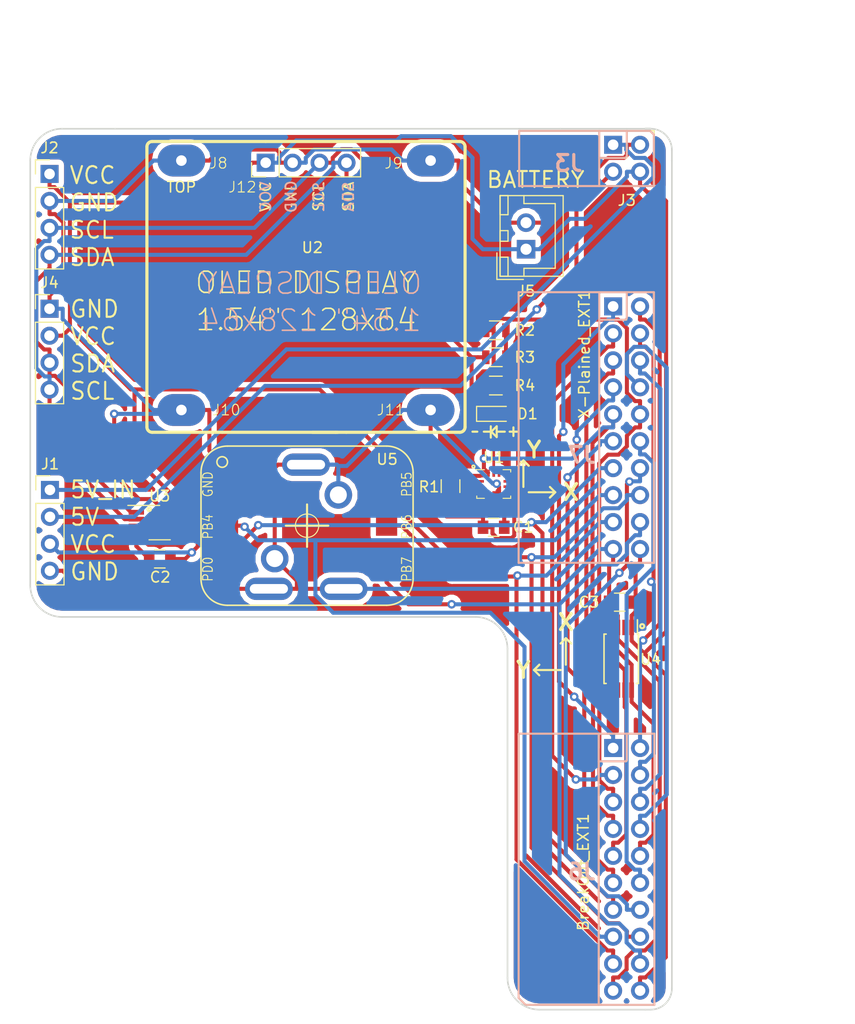
<source format=kicad_pcb>
(kicad_pcb (version 20171130) (host pcbnew "(5.0.0)")

  (general
    (thickness 1.6)
    (drawings 108)
    (tracks 527)
    (zones 0)
    (modules 21)
    (nets 25)
  )

  (page A4)
  (layers
    (0 F.Cu signal)
    (31 B.Cu signal)
    (32 B.Adhes user)
    (33 F.Adhes user)
    (34 B.Paste user)
    (35 F.Paste user)
    (36 B.SilkS user)
    (37 F.SilkS user)
    (38 B.Mask user)
    (39 F.Mask user)
    (40 Dwgs.User user)
    (41 Cmts.User user)
    (42 Eco1.User user)
    (43 Eco2.User user)
    (44 Edge.Cuts user)
    (45 Margin user)
    (46 B.CrtYd user)
    (47 F.CrtYd user)
    (48 B.Fab user)
    (49 F.Fab user)
  )

  (setup
    (last_trace_width 0.38)
    (trace_clearance 0.2)
    (zone_clearance 0.508)
    (zone_45_only no)
    (trace_min 0.2)
    (segment_width 0.2)
    (edge_width 0.15)
    (via_size 0.8)
    (via_drill 0.4)
    (via_min_size 0.4)
    (via_min_drill 0.3)
    (uvia_size 0.3)
    (uvia_drill 0.1)
    (uvias_allowed no)
    (uvia_min_size 0.2)
    (uvia_min_drill 0.1)
    (pcb_text_width 0.3)
    (pcb_text_size 1.5 1.5)
    (mod_edge_width 0.15)
    (mod_text_size 1 1)
    (mod_text_width 0.15)
    (pad_size 4.5 2.1)
    (pad_drill 3.6)
    (pad_to_mask_clearance 0.2)
    (aux_axis_origin 0 0)
    (grid_origin 101.34 136.6)
    (visible_elements 7FFFFFFF)
    (pcbplotparams
      (layerselection 0x010fc_ffffffff)
      (usegerberextensions false)
      (usegerberattributes false)
      (usegerberadvancedattributes false)
      (creategerberjobfile false)
      (excludeedgelayer true)
      (linewidth 0.100000)
      (plotframeref false)
      (viasonmask false)
      (mode 1)
      (useauxorigin false)
      (hpglpennumber 1)
      (hpglpenspeed 20)
      (hpglpendiameter 15.000000)
      (psnegative false)
      (psa4output false)
      (plotreference true)
      (plotvalue true)
      (plotinvisibletext false)
      (padsonsilk false)
      (subtractmaskfromsilk false)
      (outputformat 1)
      (mirror false)
      (drillshape 0)
      (scaleselection 1)
      (outputdirectory ""))
  )

  (net 0 "")
  (net 1 VCC)
  (net 2 GND)
  (net 3 PB7)
  (net 4 PB6)
  (net 5 PB5)
  (net 6 PB4)
  (net 7 "Net-(BreakOut_EXT1-Pad14)")
  (net 8 PD0)
  (net 9 "Net-(BreakOut_EXT1-Pad12)")
  (net 10 "Net-(BreakOut_EXT1-Pad11)")
  (net 11 PC0)
  (net 12 PC1)
  (net 13 "Net-(BreakOut_EXT1-Pad8)")
  (net 14 "Net-(BreakOut_EXT1-Pad7)")
  (net 15 "Net-(BreakOut_EXT1-Pad6)")
  (net 16 "Net-(BreakOut_EXT1-Pad5)")
  (net 17 "Net-(BreakOut_EXT1-Pad4)")
  (net 18 "Net-(BreakOut_EXT1-Pad3)")
  (net 19 "Net-(BreakOut_EXT1-Pad2)")
  (net 20 "Net-(BreakOut_EXT1-Pad1)")
  (net 21 "Net-(D1-Pad2)")
  (net 22 5V)
  (net 23 5V_IN)
  (net 24 "Net-(R1-Pad1)")

  (net_class Default "This is the default net class."
    (clearance 0.2)
    (trace_width 0.38)
    (via_dia 0.8)
    (via_drill 0.4)
    (uvia_dia 0.3)
    (uvia_drill 0.1)
    (add_net 5V)
    (add_net 5V_IN)
    (add_net GND)
    (add_net "Net-(BreakOut_EXT1-Pad1)")
    (add_net "Net-(BreakOut_EXT1-Pad11)")
    (add_net "Net-(BreakOut_EXT1-Pad12)")
    (add_net "Net-(BreakOut_EXT1-Pad14)")
    (add_net "Net-(BreakOut_EXT1-Pad2)")
    (add_net "Net-(BreakOut_EXT1-Pad3)")
    (add_net "Net-(BreakOut_EXT1-Pad4)")
    (add_net "Net-(BreakOut_EXT1-Pad5)")
    (add_net "Net-(BreakOut_EXT1-Pad6)")
    (add_net "Net-(BreakOut_EXT1-Pad7)")
    (add_net "Net-(BreakOut_EXT1-Pad8)")
    (add_net "Net-(D1-Pad2)")
    (add_net "Net-(R1-Pad1)")
    (add_net PB4)
    (add_net PB5)
    (add_net PB6)
    (add_net PB7)
    (add_net PC0)
    (add_net PC1)
    (add_net PD0)
    (add_net VCC)
  )

  (module Pin_Headers:Pin_Header_Straight_2x10_Pitch2.54mm (layer F.Cu) (tedit 59650532) (tstamp 5C475AFA)
    (at 111.3 111.95)
    (descr "Through hole straight pin header, 2x10, 2.54mm pitch, double rows")
    (tags "Through hole pin header THT 2x10 2.54mm double row")
    (path /5C199A59)
    (fp_text reference BreakOut_EXT1 (at -2.81 11.7 90) (layer F.SilkS)
      (effects (font (size 1 1) (thickness 0.15)))
    )
    (fp_text value Conn_02x10_Odd_Even (at 1.27 25.19) (layer F.Fab)
      (effects (font (size 1 1) (thickness 0.15)))
    )
    (fp_text user %R (at 1.27 11.43 90) (layer F.Fab)
      (effects (font (size 1 1) (thickness 0.15)))
    )
    (fp_line (start 4.35 -1.8) (end -1.8 -1.8) (layer F.CrtYd) (width 0.05))
    (fp_line (start 4.35 24.65) (end 4.35 -1.8) (layer F.CrtYd) (width 0.05))
    (fp_line (start -1.8 24.65) (end 4.35 24.65) (layer F.CrtYd) (width 0.05))
    (fp_line (start -1.8 -1.8) (end -1.8 24.65) (layer F.CrtYd) (width 0.05))
    (fp_line (start -1.33 -1.33) (end 0 -1.33) (layer F.SilkS) (width 0.12))
    (fp_line (start -1.33 0) (end -1.33 -1.33) (layer F.SilkS) (width 0.12))
    (fp_line (start 1.27 -1.33) (end 3.87 -1.33) (layer F.SilkS) (width 0.12))
    (fp_line (start 1.27 1.27) (end 1.27 -1.33) (layer F.SilkS) (width 0.12))
    (fp_line (start -1.33 1.27) (end 1.27 1.27) (layer F.SilkS) (width 0.12))
    (fp_line (start 3.87 -1.33) (end 3.87 24.19) (layer F.SilkS) (width 0.12))
    (fp_line (start -1.33 1.27) (end -1.33 24.19) (layer F.SilkS) (width 0.12))
    (fp_line (start -1.33 24.19) (end 3.87 24.19) (layer F.SilkS) (width 0.12))
    (fp_line (start -1.27 0) (end 0 -1.27) (layer F.Fab) (width 0.1))
    (fp_line (start -1.27 24.13) (end -1.27 0) (layer F.Fab) (width 0.1))
    (fp_line (start 3.81 24.13) (end -1.27 24.13) (layer F.Fab) (width 0.1))
    (fp_line (start 3.81 -1.27) (end 3.81 24.13) (layer F.Fab) (width 0.1))
    (fp_line (start 0 -1.27) (end 3.81 -1.27) (layer F.Fab) (width 0.1))
    (pad 20 thru_hole oval (at 2.54 22.86) (size 1.7 1.7) (drill 1) (layers *.Cu *.Mask)
      (net 1 VCC))
    (pad 19 thru_hole oval (at 0 22.86) (size 1.7 1.7) (drill 1) (layers *.Cu *.Mask)
      (net 2 GND))
    (pad 18 thru_hole oval (at 2.54 20.32) (size 1.7 1.7) (drill 1) (layers *.Cu *.Mask)
      (net 3 PB7))
    (pad 17 thru_hole oval (at 0 20.32) (size 1.7 1.7) (drill 1) (layers *.Cu *.Mask)
      (net 4 PB6))
    (pad 16 thru_hole oval (at 2.54 17.78) (size 1.7 1.7) (drill 1) (layers *.Cu *.Mask)
      (net 5 PB5))
    (pad 15 thru_hole oval (at 0 17.78) (size 1.7 1.7) (drill 1) (layers *.Cu *.Mask)
      (net 6 PB4))
    (pad 14 thru_hole oval (at 2.54 15.24) (size 1.7 1.7) (drill 1) (layers *.Cu *.Mask)
      (net 7 "Net-(BreakOut_EXT1-Pad14)"))
    (pad 13 thru_hole oval (at 0 15.24) (size 1.7 1.7) (drill 1) (layers *.Cu *.Mask)
      (net 8 PD0))
    (pad 12 thru_hole oval (at 2.54 12.7) (size 1.7 1.7) (drill 1) (layers *.Cu *.Mask)
      (net 9 "Net-(BreakOut_EXT1-Pad12)"))
    (pad 11 thru_hole oval (at 0 12.7) (size 1.7 1.7) (drill 1) (layers *.Cu *.Mask)
      (net 10 "Net-(BreakOut_EXT1-Pad11)"))
    (pad 10 thru_hole oval (at 2.54 10.16) (size 1.7 1.7) (drill 1) (layers *.Cu *.Mask)
      (net 11 PC0))
    (pad 9 thru_hole oval (at 0 10.16) (size 1.7 1.7) (drill 1) (layers *.Cu *.Mask)
      (net 12 PC1))
    (pad 8 thru_hole oval (at 2.54 7.62) (size 1.7 1.7) (drill 1) (layers *.Cu *.Mask)
      (net 13 "Net-(BreakOut_EXT1-Pad8)"))
    (pad 7 thru_hole oval (at 0 7.62) (size 1.7 1.7) (drill 1) (layers *.Cu *.Mask)
      (net 14 "Net-(BreakOut_EXT1-Pad7)"))
    (pad 6 thru_hole oval (at 2.54 5.08) (size 1.7 1.7) (drill 1) (layers *.Cu *.Mask)
      (net 15 "Net-(BreakOut_EXT1-Pad6)"))
    (pad 5 thru_hole oval (at 0 5.08) (size 1.7 1.7) (drill 1) (layers *.Cu *.Mask)
      (net 16 "Net-(BreakOut_EXT1-Pad5)"))
    (pad 4 thru_hole oval (at 2.54 2.54) (size 1.7 1.7) (drill 1) (layers *.Cu *.Mask)
      (net 17 "Net-(BreakOut_EXT1-Pad4)"))
    (pad 3 thru_hole oval (at 0 2.54) (size 1.7 1.7) (drill 1) (layers *.Cu *.Mask)
      (net 18 "Net-(BreakOut_EXT1-Pad3)"))
    (pad 2 thru_hole oval (at 2.54 0) (size 1.7 1.7) (drill 1) (layers *.Cu *.Mask)
      (net 19 "Net-(BreakOut_EXT1-Pad2)"))
    (pad 1 thru_hole rect (at 0 0) (size 1.7 1.7) (drill 1) (layers *.Cu *.Mask)
      (net 20 "Net-(BreakOut_EXT1-Pad1)"))
    (model ${KISYS3DMOD}/Connector_PinHeader_2.54mm.3dshapes/PinHeader_2x10_P2.54mm_Horizontal.step
      (offset (xyz 2.5 0 -2))
      (scale (xyz 1 1 1))
      (rotate (xyz 180 0 180))
    )
  )

  (module Capacitors_SMD:C_0805 (layer F.Cu) (tedit 58AA8463) (tstamp 5C47532F)
    (at 100.034 91.1495)
    (descr "Capacitor SMD 0805, reflow soldering, AVX (see smccp.pdf)")
    (tags "capacitor 0805")
    (path /5CADF7D1)
    (attr smd)
    (fp_text reference C1 (at 2.794 0) (layer F.SilkS)
      (effects (font (size 1 1) (thickness 0.15)))
    )
    (fp_text value 1uF (at 0 1.75) (layer F.Fab)
      (effects (font (size 1 1) (thickness 0.15)))
    )
    (fp_line (start 1.75 0.87) (end -1.75 0.87) (layer F.CrtYd) (width 0.05))
    (fp_line (start 1.75 0.87) (end 1.75 -0.88) (layer F.CrtYd) (width 0.05))
    (fp_line (start -1.75 -0.88) (end -1.75 0.87) (layer F.CrtYd) (width 0.05))
    (fp_line (start -1.75 -0.88) (end 1.75 -0.88) (layer F.CrtYd) (width 0.05))
    (fp_line (start -0.5 0.85) (end 0.5 0.85) (layer F.SilkS) (width 0.12))
    (fp_line (start 0.5 -0.85) (end -0.5 -0.85) (layer F.SilkS) (width 0.12))
    (fp_line (start -1 -0.62) (end 1 -0.62) (layer F.Fab) (width 0.1))
    (fp_line (start 1 -0.62) (end 1 0.62) (layer F.Fab) (width 0.1))
    (fp_line (start 1 0.62) (end -1 0.62) (layer F.Fab) (width 0.1))
    (fp_line (start -1 0.62) (end -1 -0.62) (layer F.Fab) (width 0.1))
    (fp_text user %R (at 0 -1.5) (layer F.Fab)
      (effects (font (size 1 1) (thickness 0.15)))
    )
    (pad 2 smd rect (at 1 0) (size 1 1.25) (layers F.Cu F.Paste F.Mask)
      (net 2 GND))
    (pad 1 smd rect (at -1 0) (size 1 1.25) (layers F.Cu F.Paste F.Mask)
      (net 1 VCC))
    (model Capacitors_SMD.3dshapes/C_0805.wrl
      (at (xyz 0 0 0))
      (scale (xyz 1 1 1))
      (rotate (xyz 0 0 0))
    )
  )

  (module Capacitors_SMD:C_0805 (layer F.Cu) (tedit 58AA8463) (tstamp 5C475340)
    (at 68.5532 94.138 180)
    (descr "Capacitor SMD 0805, reflow soldering, AVX (see smccp.pdf)")
    (tags "capacitor 0805")
    (path /5CADC29E)
    (attr smd)
    (fp_text reference C2 (at -0.0368 -1.712 180) (layer F.SilkS)
      (effects (font (size 1 1) (thickness 0.15)))
    )
    (fp_text value 1uF (at 0 1.75 180) (layer F.Fab)
      (effects (font (size 1 1) (thickness 0.15)))
    )
    (fp_text user %R (at 0 -1.5 180) (layer F.Fab)
      (effects (font (size 1 1) (thickness 0.15)))
    )
    (fp_line (start -1 0.62) (end -1 -0.62) (layer F.Fab) (width 0.1))
    (fp_line (start 1 0.62) (end -1 0.62) (layer F.Fab) (width 0.1))
    (fp_line (start 1 -0.62) (end 1 0.62) (layer F.Fab) (width 0.1))
    (fp_line (start -1 -0.62) (end 1 -0.62) (layer F.Fab) (width 0.1))
    (fp_line (start 0.5 -0.85) (end -0.5 -0.85) (layer F.SilkS) (width 0.12))
    (fp_line (start -0.5 0.85) (end 0.5 0.85) (layer F.SilkS) (width 0.12))
    (fp_line (start -1.75 -0.88) (end 1.75 -0.88) (layer F.CrtYd) (width 0.05))
    (fp_line (start -1.75 -0.88) (end -1.75 0.87) (layer F.CrtYd) (width 0.05))
    (fp_line (start 1.75 0.87) (end 1.75 -0.88) (layer F.CrtYd) (width 0.05))
    (fp_line (start 1.75 0.87) (end -1.75 0.87) (layer F.CrtYd) (width 0.05))
    (pad 1 smd rect (at -1 0 180) (size 1 1.25) (layers F.Cu F.Paste F.Mask)
      (net 1 VCC))
    (pad 2 smd rect (at 1 0 180) (size 1 1.25) (layers F.Cu F.Paste F.Mask)
      (net 2 GND))
    (model Capacitors_SMD.3dshapes/C_0805.wrl
      (at (xyz 0 0 0))
      (scale (xyz 1 1 1))
      (rotate (xyz 0 0 0))
    )
  )

  (module Capacitors_SMD:C_0805 (layer F.Cu) (tedit 58AA8463) (tstamp 5C475351)
    (at 111.924 98.207 180)
    (descr "Capacitor SMD 0805, reflow soldering, AVX (see smccp.pdf)")
    (tags "capacitor 0805")
    (path /5C249DB5)
    (attr smd)
    (fp_text reference C3 (at 2.905 0 180) (layer F.SilkS)
      (effects (font (size 1 1) (thickness 0.15)))
    )
    (fp_text value 1uF (at 0 1.75 180) (layer F.Fab)
      (effects (font (size 1 1) (thickness 0.15)))
    )
    (fp_line (start 1.75 0.87) (end -1.75 0.87) (layer F.CrtYd) (width 0.05))
    (fp_line (start 1.75 0.87) (end 1.75 -0.88) (layer F.CrtYd) (width 0.05))
    (fp_line (start -1.75 -0.88) (end -1.75 0.87) (layer F.CrtYd) (width 0.05))
    (fp_line (start -1.75 -0.88) (end 1.75 -0.88) (layer F.CrtYd) (width 0.05))
    (fp_line (start -0.5 0.85) (end 0.5 0.85) (layer F.SilkS) (width 0.12))
    (fp_line (start 0.5 -0.85) (end -0.5 -0.85) (layer F.SilkS) (width 0.12))
    (fp_line (start -1 -0.62) (end 1 -0.62) (layer F.Fab) (width 0.1))
    (fp_line (start 1 -0.62) (end 1 0.62) (layer F.Fab) (width 0.1))
    (fp_line (start 1 0.62) (end -1 0.62) (layer F.Fab) (width 0.1))
    (fp_line (start -1 0.62) (end -1 -0.62) (layer F.Fab) (width 0.1))
    (fp_text user %R (at 0 -1.5 180) (layer F.Fab)
      (effects (font (size 1 1) (thickness 0.15)))
    )
    (pad 2 smd rect (at 1 0 180) (size 1 1.25) (layers F.Cu F.Paste F.Mask)
      (net 2 GND))
    (pad 1 smd rect (at -1 0 180) (size 1 1.25) (layers F.Cu F.Paste F.Mask)
      (net 1 VCC))
    (model Capacitors_SMD.3dshapes/C_0805.wrl
      (at (xyz 0 0 0))
      (scale (xyz 1 1 1))
      (rotate (xyz 0 0 0))
    )
  )

  (module LEDs:LED_0805 (layer F.Cu) (tedit 59959803) (tstamp 5C475367)
    (at 100.225 80.464)
    (descr "LED 0805 smd package")
    (tags "LED led 0805 SMD smd SMT smt smdled SMDLED smtled SMTLED")
    (path /5C19A2F1)
    (attr smd)
    (fp_text reference D1 (at 3.005 0) (layer F.SilkS)
      (effects (font (size 1 1) (thickness 0.15)))
    )
    (fp_text value LED (at 0 1.55) (layer F.Fab)
      (effects (font (size 1 1) (thickness 0.15)))
    )
    (fp_text user %R (at 0 -1.25) (layer F.Fab)
      (effects (font (size 0.4 0.4) (thickness 0.1)))
    )
    (fp_line (start -1.95 -0.85) (end 1.95 -0.85) (layer F.CrtYd) (width 0.05))
    (fp_line (start -1.95 0.85) (end -1.95 -0.85) (layer F.CrtYd) (width 0.05))
    (fp_line (start 1.95 0.85) (end -1.95 0.85) (layer F.CrtYd) (width 0.05))
    (fp_line (start 1.95 -0.85) (end 1.95 0.85) (layer F.CrtYd) (width 0.05))
    (fp_line (start -1.8 -0.7) (end 1 -0.7) (layer F.SilkS) (width 0.12))
    (fp_line (start -1.8 0.7) (end 1 0.7) (layer F.SilkS) (width 0.12))
    (fp_line (start -1 0.6) (end -1 -0.6) (layer F.Fab) (width 0.1))
    (fp_line (start -1 -0.6) (end 1 -0.6) (layer F.Fab) (width 0.1))
    (fp_line (start 1 -0.6) (end 1 0.6) (layer F.Fab) (width 0.1))
    (fp_line (start 1 0.6) (end -1 0.6) (layer F.Fab) (width 0.1))
    (fp_line (start 0.2 -0.4) (end 0.2 0.4) (layer F.Fab) (width 0.1))
    (fp_line (start 0.2 0.4) (end -0.4 0) (layer F.Fab) (width 0.1))
    (fp_line (start -0.4 0) (end 0.2 -0.4) (layer F.Fab) (width 0.1))
    (fp_line (start -0.4 -0.4) (end -0.4 0.4) (layer F.Fab) (width 0.1))
    (fp_line (start -1.8 -0.7) (end -1.8 0.7) (layer F.SilkS) (width 0.12))
    (pad 1 smd rect (at -1.1 0 180) (size 1.2 1.2) (layers F.Cu F.Paste F.Mask)
      (net 12 PC1))
    (pad 2 smd rect (at 1.1 0 180) (size 1.2 1.2) (layers F.Cu F.Paste F.Mask)
      (net 21 "Net-(D1-Pad2)"))
    (model ${KISYS3DMOD}/LEDs.3dshapes/LED_0805.wrl
      (at (xyz 0 0 0))
      (scale (xyz 1 1 1))
      (rotate (xyz 0 0 180))
    )
  )

  (module Pin_Headers:Pin_Header_Straight_1x04_Pitch2.54mm (layer F.Cu) (tedit 59650532) (tstamp 5C45BB85)
    (at 58.1948 87.6288)
    (descr "Through hole straight pin header, 1x04, 2.54mm pitch, single row")
    (tags "Through hole pin header THT 1x04 2.54mm single row")
    (path /5CBA5032)
    (fp_text reference J1 (at 0.016 -2.4384 180) (layer F.SilkS)
      (effects (font (size 1 1) (thickness 0.15)))
    )
    (fp_text value Conn_01x04 (at 0 9.95) (layer F.Fab)
      (effects (font (size 1 1) (thickness 0.15)))
    )
    (fp_text user %R (at 0 3.81 90) (layer F.Fab)
      (effects (font (size 1 1) (thickness 0.15)))
    )
    (fp_line (start 1.8 -1.8) (end -1.8 -1.8) (layer F.CrtYd) (width 0.05))
    (fp_line (start 1.8 9.4) (end 1.8 -1.8) (layer F.CrtYd) (width 0.05))
    (fp_line (start -1.8 9.4) (end 1.8 9.4) (layer F.CrtYd) (width 0.05))
    (fp_line (start -1.8 -1.8) (end -1.8 9.4) (layer F.CrtYd) (width 0.05))
    (fp_line (start -1.33 -1.33) (end 0 -1.33) (layer F.SilkS) (width 0.12))
    (fp_line (start -1.33 0) (end -1.33 -1.33) (layer F.SilkS) (width 0.12))
    (fp_line (start -1.33 1.27) (end 1.33 1.27) (layer F.SilkS) (width 0.12))
    (fp_line (start 1.33 1.27) (end 1.33 8.95) (layer F.SilkS) (width 0.12))
    (fp_line (start -1.33 1.27) (end -1.33 8.95) (layer F.SilkS) (width 0.12))
    (fp_line (start -1.33 8.95) (end 1.33 8.95) (layer F.SilkS) (width 0.12))
    (fp_line (start -1.27 -0.635) (end -0.635 -1.27) (layer F.Fab) (width 0.1))
    (fp_line (start -1.27 8.89) (end -1.27 -0.635) (layer F.Fab) (width 0.1))
    (fp_line (start 1.27 8.89) (end -1.27 8.89) (layer F.Fab) (width 0.1))
    (fp_line (start 1.27 -1.27) (end 1.27 8.89) (layer F.Fab) (width 0.1))
    (fp_line (start -0.635 -1.27) (end 1.27 -1.27) (layer F.Fab) (width 0.1))
    (pad 4 thru_hole oval (at 0 7.62) (size 1.7 1.7) (drill 1) (layers *.Cu *.Mask)
      (net 2 GND))
    (pad 3 thru_hole oval (at 0 5.08) (size 1.7 1.7) (drill 1) (layers *.Cu *.Mask)
      (net 1 VCC))
    (pad 2 thru_hole oval (at 0 2.54) (size 1.7 1.7) (drill 1) (layers *.Cu *.Mask)
      (net 22 5V))
    (pad 1 thru_hole rect (at 0 0) (size 1.7 1.7) (drill 1) (layers *.Cu *.Mask)
      (net 23 5V_IN))
    (model ${KISYS3DMOD}/Pin_Headers.3dshapes/Pin_Header_Straight_1x04_Pitch2.54mm.wrl
      (at (xyz 0 0 0))
      (scale (xyz 1 1 1))
      (rotate (xyz 0 0 0))
    )
  )

  (module Pin_Headers:Pin_Header_Straight_1x04_Pitch2.54mm (layer F.Cu) (tedit 59650532) (tstamp 5C475397)
    (at 58.16 57.86)
    (descr "Through hole straight pin header, 1x04, 2.54mm pitch, single row")
    (tags "Through hole pin header THT 1x04 2.54mm single row")
    (path /5C2415CA)
    (fp_text reference J2 (at 0 -2.46) (layer F.SilkS)
      (effects (font (size 1 1) (thickness 0.15)))
    )
    (fp_text value Conn_01x04 (at 0 9.95) (layer F.Fab)
      (effects (font (size 1 1) (thickness 0.15)))
    )
    (fp_text user %R (at 0 3.81 90) (layer F.Fab)
      (effects (font (size 1 1) (thickness 0.15)))
    )
    (fp_line (start 1.8 -1.8) (end -1.8 -1.8) (layer F.CrtYd) (width 0.05))
    (fp_line (start 1.8 9.4) (end 1.8 -1.8) (layer F.CrtYd) (width 0.05))
    (fp_line (start -1.8 9.4) (end 1.8 9.4) (layer F.CrtYd) (width 0.05))
    (fp_line (start -1.8 -1.8) (end -1.8 9.4) (layer F.CrtYd) (width 0.05))
    (fp_line (start -1.33 -1.33) (end 0 -1.33) (layer F.SilkS) (width 0.12))
    (fp_line (start -1.33 0) (end -1.33 -1.33) (layer F.SilkS) (width 0.12))
    (fp_line (start -1.33 1.27) (end 1.33 1.27) (layer F.SilkS) (width 0.12))
    (fp_line (start 1.33 1.27) (end 1.33 8.95) (layer F.SilkS) (width 0.12))
    (fp_line (start -1.33 1.27) (end -1.33 8.95) (layer F.SilkS) (width 0.12))
    (fp_line (start -1.33 8.95) (end 1.33 8.95) (layer F.SilkS) (width 0.12))
    (fp_line (start -1.27 -0.635) (end -0.635 -1.27) (layer F.Fab) (width 0.1))
    (fp_line (start -1.27 8.89) (end -1.27 -0.635) (layer F.Fab) (width 0.1))
    (fp_line (start 1.27 8.89) (end -1.27 8.89) (layer F.Fab) (width 0.1))
    (fp_line (start 1.27 -1.27) (end 1.27 8.89) (layer F.Fab) (width 0.1))
    (fp_line (start -0.635 -1.27) (end 1.27 -1.27) (layer F.Fab) (width 0.1))
    (pad 4 thru_hole oval (at 0 7.62) (size 1.7 1.7) (drill 1) (layers *.Cu *.Mask)
      (net 12 PC1))
    (pad 3 thru_hole oval (at 0 5.08) (size 1.7 1.7) (drill 1) (layers *.Cu *.Mask)
      (net 11 PC0))
    (pad 2 thru_hole oval (at 0 2.54) (size 1.7 1.7) (drill 1) (layers *.Cu *.Mask)
      (net 2 GND))
    (pad 1 thru_hole rect (at 0 0) (size 1.7 1.7) (drill 1) (layers *.Cu *.Mask)
      (net 1 VCC))
    (model ${KISYS3DMOD}/Pin_Headers.3dshapes/Pin_Header_Straight_1x04_Pitch2.54mm.wrl
      (at (xyz 0 0 0))
      (scale (xyz 1 1 1))
      (rotate (xyz 0 0 0))
    )
  )

  (module Pin_Headers:Pin_Header_Straight_2x02_Pitch2.54mm (layer F.Cu) (tedit 59650532) (tstamp 5C475D65)
    (at 111.3 55.11)
    (descr "Through hole straight pin header, 2x02, 2.54mm pitch, double rows")
    (tags "Through hole pin header THT 2x02 2.54mm double row")
    (path /5CB5182B)
    (fp_text reference J3 (at 1.29 5.24) (layer F.SilkS)
      (effects (font (size 1 1) (thickness 0.15)))
    )
    (fp_text value Conn_02x02_Odd_Even (at 1.27 4.87) (layer F.Fab)
      (effects (font (size 1 1) (thickness 0.15)))
    )
    (fp_text user %R (at 1.27 1.27 90) (layer F.Fab)
      (effects (font (size 1 1) (thickness 0.15)))
    )
    (fp_line (start 4.35 -1.8) (end -1.8 -1.8) (layer F.CrtYd) (width 0.05))
    (fp_line (start 4.35 4.35) (end 4.35 -1.8) (layer F.CrtYd) (width 0.05))
    (fp_line (start -1.8 4.35) (end 4.35 4.35) (layer F.CrtYd) (width 0.05))
    (fp_line (start -1.8 -1.8) (end -1.8 4.35) (layer F.CrtYd) (width 0.05))
    (fp_line (start -1.33 -1.33) (end 0 -1.33) (layer F.SilkS) (width 0.12))
    (fp_line (start -1.33 0) (end -1.33 -1.33) (layer F.SilkS) (width 0.12))
    (fp_line (start 1.27 -1.33) (end 3.87 -1.33) (layer F.SilkS) (width 0.12))
    (fp_line (start 1.27 1.27) (end 1.27 -1.33) (layer F.SilkS) (width 0.12))
    (fp_line (start -1.33 1.27) (end 1.27 1.27) (layer F.SilkS) (width 0.12))
    (fp_line (start 3.87 -1.33) (end 3.87 3.87) (layer F.SilkS) (width 0.12))
    (fp_line (start -1.33 1.27) (end -1.33 3.87) (layer F.SilkS) (width 0.12))
    (fp_line (start -1.33 3.87) (end 3.87 3.87) (layer F.SilkS) (width 0.12))
    (fp_line (start -1.27 0) (end 0 -1.27) (layer F.Fab) (width 0.1))
    (fp_line (start -1.27 3.81) (end -1.27 0) (layer F.Fab) (width 0.1))
    (fp_line (start 3.81 3.81) (end -1.27 3.81) (layer F.Fab) (width 0.1))
    (fp_line (start 3.81 -1.27) (end 3.81 3.81) (layer F.Fab) (width 0.1))
    (fp_line (start 0 -1.27) (end 3.81 -1.27) (layer F.Fab) (width 0.1))
    (pad 4 thru_hole oval (at 2.54 2.54) (size 1.7 1.7) (drill 1) (layers *.Cu *.Mask)
      (net 1 VCC))
    (pad 3 thru_hole oval (at 0 2.54) (size 1.7 1.7) (drill 1) (layers *.Cu *.Mask)
      (net 22 5V))
    (pad 2 thru_hole oval (at 2.54 0) (size 1.7 1.7) (drill 1) (layers *.Cu *.Mask)
      (net 2 GND))
    (pad 1 thru_hole rect (at 0 0) (size 1.7 1.7) (drill 1) (layers *.Cu *.Mask)
      (net 23 5V_IN))
    (model ${KISYS3DMOD}/Connector_PinHeader_2.54mm.3dshapes/PinHeader_2x02_P2.54mm_Horizontal.step
      (offset (xyz 2.5 0 -2))
      (scale (xyz 1 1 1))
      (rotate (xyz 180 0 180))
    )
  )

  (module Pin_Headers:Pin_Header_Straight_1x04_Pitch2.54mm (layer F.Cu) (tedit 59650532) (tstamp 5C4753C9)
    (at 58.16 70.56)
    (descr "Through hole straight pin header, 1x04, 2.54mm pitch, single row")
    (tags "Through hole pin header THT 1x04 2.54mm single row")
    (path /5C2416A5)
    (fp_text reference J4 (at 0 -2.46) (layer F.SilkS)
      (effects (font (size 1 1) (thickness 0.15)))
    )
    (fp_text value Conn_01x04 (at 0 9.95) (layer F.Fab)
      (effects (font (size 1 1) (thickness 0.15)))
    )
    (fp_line (start -0.635 -1.27) (end 1.27 -1.27) (layer F.Fab) (width 0.1))
    (fp_line (start 1.27 -1.27) (end 1.27 8.89) (layer F.Fab) (width 0.1))
    (fp_line (start 1.27 8.89) (end -1.27 8.89) (layer F.Fab) (width 0.1))
    (fp_line (start -1.27 8.89) (end -1.27 -0.635) (layer F.Fab) (width 0.1))
    (fp_line (start -1.27 -0.635) (end -0.635 -1.27) (layer F.Fab) (width 0.1))
    (fp_line (start -1.33 8.95) (end 1.33 8.95) (layer F.SilkS) (width 0.12))
    (fp_line (start -1.33 1.27) (end -1.33 8.95) (layer F.SilkS) (width 0.12))
    (fp_line (start 1.33 1.27) (end 1.33 8.95) (layer F.SilkS) (width 0.12))
    (fp_line (start -1.33 1.27) (end 1.33 1.27) (layer F.SilkS) (width 0.12))
    (fp_line (start -1.33 0) (end -1.33 -1.33) (layer F.SilkS) (width 0.12))
    (fp_line (start -1.33 -1.33) (end 0 -1.33) (layer F.SilkS) (width 0.12))
    (fp_line (start -1.8 -1.8) (end -1.8 9.4) (layer F.CrtYd) (width 0.05))
    (fp_line (start -1.8 9.4) (end 1.8 9.4) (layer F.CrtYd) (width 0.05))
    (fp_line (start 1.8 9.4) (end 1.8 -1.8) (layer F.CrtYd) (width 0.05))
    (fp_line (start 1.8 -1.8) (end -1.8 -1.8) (layer F.CrtYd) (width 0.05))
    (fp_text user %R (at 0 3.81 90) (layer F.Fab)
      (effects (font (size 1 1) (thickness 0.15)))
    )
    (pad 1 thru_hole rect (at 0 0) (size 1.7 1.7) (drill 1) (layers *.Cu *.Mask)
      (net 2 GND))
    (pad 2 thru_hole oval (at 0 2.54) (size 1.7 1.7) (drill 1) (layers *.Cu *.Mask)
      (net 1 VCC))
    (pad 3 thru_hole oval (at 0 5.08) (size 1.7 1.7) (drill 1) (layers *.Cu *.Mask)
      (net 12 PC1))
    (pad 4 thru_hole oval (at 0 7.62) (size 1.7 1.7) (drill 1) (layers *.Cu *.Mask)
      (net 11 PC0))
    (model ${KISYS3DMOD}/Pin_Headers.3dshapes/Pin_Header_Straight_1x04_Pitch2.54mm.wrl
      (at (xyz 0 0 0))
      (scale (xyz 1 1 1))
      (rotate (xyz 0 0 0))
    )
  )

  (module Connectors_JST:JST_XH_B02B-XH-A_02x2.50mm_Straight (layer F.Cu) (tedit 58EAE7F0) (tstamp 5C4753F2)
    (at 103.09 64.95 90)
    (descr "JST XH series connector, B02B-XH-A, top entry type, through hole")
    (tags "connector jst xh tht top vertical 2.50mm")
    (path /5CB91EED)
    (fp_text reference J5 (at -3.95 0.01 180) (layer F.SilkS)
      (effects (font (size 1 1) (thickness 0.15)))
    )
    (fp_text value Conn_01x02 (at 1.25 4.5 90) (layer F.Fab)
      (effects (font (size 1 1) (thickness 0.15)))
    )
    (fp_text user %R (at 1.25 2.5 90) (layer F.Fab)
      (effects (font (size 1 1) (thickness 0.15)))
    )
    (fp_line (start -2.85 -2.75) (end -2.85 -0.25) (layer F.Fab) (width 0.1))
    (fp_line (start -0.35 -2.75) (end -2.85 -2.75) (layer F.Fab) (width 0.1))
    (fp_line (start -2.85 -2.75) (end -2.85 -0.25) (layer F.SilkS) (width 0.12))
    (fp_line (start -0.35 -2.75) (end -2.85 -2.75) (layer F.SilkS) (width 0.12))
    (fp_line (start 4.3 2.75) (end 1.25 2.75) (layer F.SilkS) (width 0.12))
    (fp_line (start 4.3 -0.2) (end 4.3 2.75) (layer F.SilkS) (width 0.12))
    (fp_line (start 5.05 -0.2) (end 4.3 -0.2) (layer F.SilkS) (width 0.12))
    (fp_line (start -1.8 2.75) (end 1.25 2.75) (layer F.SilkS) (width 0.12))
    (fp_line (start -1.8 -0.2) (end -1.8 2.75) (layer F.SilkS) (width 0.12))
    (fp_line (start -2.55 -0.2) (end -1.8 -0.2) (layer F.SilkS) (width 0.12))
    (fp_line (start 5.05 -2.45) (end 3.25 -2.45) (layer F.SilkS) (width 0.12))
    (fp_line (start 5.05 -1.7) (end 5.05 -2.45) (layer F.SilkS) (width 0.12))
    (fp_line (start 3.25 -1.7) (end 5.05 -1.7) (layer F.SilkS) (width 0.12))
    (fp_line (start 3.25 -2.45) (end 3.25 -1.7) (layer F.SilkS) (width 0.12))
    (fp_line (start -0.75 -2.45) (end -2.55 -2.45) (layer F.SilkS) (width 0.12))
    (fp_line (start -0.75 -1.7) (end -0.75 -2.45) (layer F.SilkS) (width 0.12))
    (fp_line (start -2.55 -1.7) (end -0.75 -1.7) (layer F.SilkS) (width 0.12))
    (fp_line (start -2.55 -2.45) (end -2.55 -1.7) (layer F.SilkS) (width 0.12))
    (fp_line (start 1.75 -2.45) (end 0.75 -2.45) (layer F.SilkS) (width 0.12))
    (fp_line (start 1.75 -1.7) (end 1.75 -2.45) (layer F.SilkS) (width 0.12))
    (fp_line (start 0.75 -1.7) (end 1.75 -1.7) (layer F.SilkS) (width 0.12))
    (fp_line (start 0.75 -2.45) (end 0.75 -1.7) (layer F.SilkS) (width 0.12))
    (fp_line (start 5.05 -2.45) (end -2.55 -2.45) (layer F.SilkS) (width 0.12))
    (fp_line (start 5.05 3.5) (end 5.05 -2.45) (layer F.SilkS) (width 0.12))
    (fp_line (start -2.55 3.5) (end 5.05 3.5) (layer F.SilkS) (width 0.12))
    (fp_line (start -2.55 -2.45) (end -2.55 3.5) (layer F.SilkS) (width 0.12))
    (fp_line (start 5.45 -2.85) (end -2.95 -2.85) (layer F.CrtYd) (width 0.05))
    (fp_line (start 5.45 3.9) (end 5.45 -2.85) (layer F.CrtYd) (width 0.05))
    (fp_line (start -2.95 3.9) (end 5.45 3.9) (layer F.CrtYd) (width 0.05))
    (fp_line (start -2.95 -2.85) (end -2.95 3.9) (layer F.CrtYd) (width 0.05))
    (fp_line (start 4.95 -2.35) (end -2.45 -2.35) (layer F.Fab) (width 0.1))
    (fp_line (start 4.95 3.4) (end 4.95 -2.35) (layer F.Fab) (width 0.1))
    (fp_line (start -2.45 3.4) (end 4.95 3.4) (layer F.Fab) (width 0.1))
    (fp_line (start -2.45 -2.35) (end -2.45 3.4) (layer F.Fab) (width 0.1))
    (pad 2 thru_hole circle (at 2.5 0 90) (size 1.75 1.75) (drill 1.05) (layers *.Cu *.Mask)
      (net 2 GND))
    (pad 1 thru_hole rect (at 0 0 90) (size 1.75 1.75) (drill 1.05) (layers *.Cu *.Mask)
      (net 1 VCC))
    (model Connectors_JST.3dshapes/JST_XH_B02B-XH-A_02x2.50mm_Straight.wrl
      (at (xyz 0 0 0))
      (scale (xyz 1 1 1))
      (rotate (xyz 0 0 0))
    )
  )

  (module Resistors_SMD:R_0805 (layer F.Cu) (tedit 58E0A804) (tstamp 5C475403)
    (at 95.9705 87.2735 270)
    (descr "Resistor SMD 0805, reflow soldering, Vishay (see dcrcw.pdf)")
    (tags "resistor 0805")
    (path /5CAC8985)
    (attr smd)
    (fp_text reference R1 (at 0.066 2.032) (layer F.SilkS)
      (effects (font (size 1 1) (thickness 0.15)))
    )
    (fp_text value 1K (at 0 1.75 270) (layer F.Fab)
      (effects (font (size 1 1) (thickness 0.15)))
    )
    (fp_text user %R (at 0 0 270) (layer F.Fab)
      (effects (font (size 0.5 0.5) (thickness 0.075)))
    )
    (fp_line (start -1 0.62) (end -1 -0.62) (layer F.Fab) (width 0.1))
    (fp_line (start 1 0.62) (end -1 0.62) (layer F.Fab) (width 0.1))
    (fp_line (start 1 -0.62) (end 1 0.62) (layer F.Fab) (width 0.1))
    (fp_line (start -1 -0.62) (end 1 -0.62) (layer F.Fab) (width 0.1))
    (fp_line (start 0.6 0.88) (end -0.6 0.88) (layer F.SilkS) (width 0.12))
    (fp_line (start -0.6 -0.88) (end 0.6 -0.88) (layer F.SilkS) (width 0.12))
    (fp_line (start -1.55 -0.9) (end 1.55 -0.9) (layer F.CrtYd) (width 0.05))
    (fp_line (start -1.55 -0.9) (end -1.55 0.9) (layer F.CrtYd) (width 0.05))
    (fp_line (start 1.55 0.9) (end 1.55 -0.9) (layer F.CrtYd) (width 0.05))
    (fp_line (start 1.55 0.9) (end -1.55 0.9) (layer F.CrtYd) (width 0.05))
    (pad 1 smd rect (at -0.95 0 270) (size 0.7 1.3) (layers F.Cu F.Paste F.Mask)
      (net 24 "Net-(R1-Pad1)"))
    (pad 2 smd rect (at 0.95 0 270) (size 0.7 1.3) (layers F.Cu F.Paste F.Mask)
      (net 2 GND))
    (model ${KISYS3DMOD}/Resistors_SMD.3dshapes/R_0805.wrl
      (at (xyz 0 0 0))
      (scale (xyz 1 1 1))
      (rotate (xyz 0 0 0))
    )
  )

  (module Resistors_SMD:R_0805 (layer F.Cu) (tedit 58E0A804) (tstamp 5C475414)
    (at 100.243 72.59 180)
    (descr "Resistor SMD 0805, reflow soldering, Vishay (see dcrcw.pdf)")
    (tags "resistor 0805")
    (path /5C199B95)
    (attr smd)
    (fp_text reference R2 (at -2.733 0 180) (layer F.SilkS)
      (effects (font (size 1 1) (thickness 0.15)))
    )
    (fp_text value 10K (at 0 1.75 180) (layer F.Fab)
      (effects (font (size 1 1) (thickness 0.15)))
    )
    (fp_line (start 1.55 0.9) (end -1.55 0.9) (layer F.CrtYd) (width 0.05))
    (fp_line (start 1.55 0.9) (end 1.55 -0.9) (layer F.CrtYd) (width 0.05))
    (fp_line (start -1.55 -0.9) (end -1.55 0.9) (layer F.CrtYd) (width 0.05))
    (fp_line (start -1.55 -0.9) (end 1.55 -0.9) (layer F.CrtYd) (width 0.05))
    (fp_line (start -0.6 -0.88) (end 0.6 -0.88) (layer F.SilkS) (width 0.12))
    (fp_line (start 0.6 0.88) (end -0.6 0.88) (layer F.SilkS) (width 0.12))
    (fp_line (start -1 -0.62) (end 1 -0.62) (layer F.Fab) (width 0.1))
    (fp_line (start 1 -0.62) (end 1 0.62) (layer F.Fab) (width 0.1))
    (fp_line (start 1 0.62) (end -1 0.62) (layer F.Fab) (width 0.1))
    (fp_line (start -1 0.62) (end -1 -0.62) (layer F.Fab) (width 0.1))
    (fp_text user %R (at 0 0 180) (layer F.Fab)
      (effects (font (size 0.5 0.5) (thickness 0.075)))
    )
    (pad 2 smd rect (at 0.95 0 180) (size 0.7 1.3) (layers F.Cu F.Paste F.Mask)
      (net 11 PC0))
    (pad 1 smd rect (at -0.95 0 180) (size 0.7 1.3) (layers F.Cu F.Paste F.Mask)
      (net 1 VCC))
    (model ${KISYS3DMOD}/Resistors_SMD.3dshapes/R_0805.wrl
      (at (xyz 0 0 0))
      (scale (xyz 1 1 1))
      (rotate (xyz 0 0 0))
    )
  )

  (module Resistors_SMD:R_0805 (layer F.Cu) (tedit 58E0A804) (tstamp 5C475425)
    (at 100.243 75.13 180)
    (descr "Resistor SMD 0805, reflow soldering, Vishay (see dcrcw.pdf)")
    (tags "resistor 0805")
    (path /5C199C13)
    (attr smd)
    (fp_text reference R3 (at -2.733 0 180) (layer F.SilkS)
      (effects (font (size 1 1) (thickness 0.15)))
    )
    (fp_text value 10K (at 0 1.75 180) (layer F.Fab)
      (effects (font (size 1 1) (thickness 0.15)))
    )
    (fp_text user %R (at 0 0 180) (layer F.Fab)
      (effects (font (size 0.5 0.5) (thickness 0.075)))
    )
    (fp_line (start -1 0.62) (end -1 -0.62) (layer F.Fab) (width 0.1))
    (fp_line (start 1 0.62) (end -1 0.62) (layer F.Fab) (width 0.1))
    (fp_line (start 1 -0.62) (end 1 0.62) (layer F.Fab) (width 0.1))
    (fp_line (start -1 -0.62) (end 1 -0.62) (layer F.Fab) (width 0.1))
    (fp_line (start 0.6 0.88) (end -0.6 0.88) (layer F.SilkS) (width 0.12))
    (fp_line (start -0.6 -0.88) (end 0.6 -0.88) (layer F.SilkS) (width 0.12))
    (fp_line (start -1.55 -0.9) (end 1.55 -0.9) (layer F.CrtYd) (width 0.05))
    (fp_line (start -1.55 -0.9) (end -1.55 0.9) (layer F.CrtYd) (width 0.05))
    (fp_line (start 1.55 0.9) (end 1.55 -0.9) (layer F.CrtYd) (width 0.05))
    (fp_line (start 1.55 0.9) (end -1.55 0.9) (layer F.CrtYd) (width 0.05))
    (pad 1 smd rect (at -0.95 0 180) (size 0.7 1.3) (layers F.Cu F.Paste F.Mask)
      (net 1 VCC))
    (pad 2 smd rect (at 0.95 0 180) (size 0.7 1.3) (layers F.Cu F.Paste F.Mask)
      (net 12 PC1))
    (model ${KISYS3DMOD}/Resistors_SMD.3dshapes/R_0805.wrl
      (at (xyz 0 0 0))
      (scale (xyz 1 1 1))
      (rotate (xyz 0 0 0))
    )
  )

  (module Resistors_SMD:R_0805 (layer F.Cu) (tedit 58E0A804) (tstamp 5C475436)
    (at 100.243 77.797 180)
    (descr "Resistor SMD 0805, reflow soldering, Vishay (see dcrcw.pdf)")
    (tags "resistor 0805")
    (path /5C199C31)
    (attr smd)
    (fp_text reference R4 (at -2.733 0 180) (layer F.SilkS)
      (effects (font (size 1 1) (thickness 0.15)))
    )
    (fp_text value 1K (at 0 1.75 180) (layer F.Fab)
      (effects (font (size 1 1) (thickness 0.15)))
    )
    (fp_line (start 1.55 0.9) (end -1.55 0.9) (layer F.CrtYd) (width 0.05))
    (fp_line (start 1.55 0.9) (end 1.55 -0.9) (layer F.CrtYd) (width 0.05))
    (fp_line (start -1.55 -0.9) (end -1.55 0.9) (layer F.CrtYd) (width 0.05))
    (fp_line (start -1.55 -0.9) (end 1.55 -0.9) (layer F.CrtYd) (width 0.05))
    (fp_line (start -0.6 -0.88) (end 0.6 -0.88) (layer F.SilkS) (width 0.12))
    (fp_line (start 0.6 0.88) (end -0.6 0.88) (layer F.SilkS) (width 0.12))
    (fp_line (start -1 -0.62) (end 1 -0.62) (layer F.Fab) (width 0.1))
    (fp_line (start 1 -0.62) (end 1 0.62) (layer F.Fab) (width 0.1))
    (fp_line (start 1 0.62) (end -1 0.62) (layer F.Fab) (width 0.1))
    (fp_line (start -1 0.62) (end -1 -0.62) (layer F.Fab) (width 0.1))
    (fp_text user %R (at 0 0 180) (layer F.Fab)
      (effects (font (size 0.5 0.5) (thickness 0.075)))
    )
    (pad 2 smd rect (at 0.95 0 180) (size 0.7 1.3) (layers F.Cu F.Paste F.Mask)
      (net 21 "Net-(D1-Pad2)"))
    (pad 1 smd rect (at -0.95 0 180) (size 0.7 1.3) (layers F.Cu F.Paste F.Mask)
      (net 1 VCC))
    (model ${KISYS3DMOD}/Resistors_SMD.3dshapes/R_0805.wrl
      (at (xyz 0 0 0))
      (scale (xyz 1 1 1))
      (rotate (xyz 0 0 0))
    )
  )

  (module Housings_LGA:Bosch_LGA-14_3x2.5mm_Pitch0.5mm (layer F.Cu) (tedit 59FB04A2) (tstamp 5C477AFF)
    (at 100.042 87.0735)
    (descr "LGA-14 Bosch https://ae-bst.resource.bosch.com/media/_tech/media/datasheets/BST-BMI160-DS000-07.pdf")
    (tags "lga land grid array")
    (path /5C9EA94C)
    (attr smd)
    (fp_text reference U1 (at 0 -2.5) (layer F.SilkS)
      (effects (font (size 1 1) (thickness 0.15)))
    )
    (fp_text value LSM6DS3 (at 0 2.5) (layer F.Fab)
      (effects (font (size 1 1) (thickness 0.15)))
    )
    (fp_line (start -1.85 1.6) (end -1.85 -1.6) (layer F.CrtYd) (width 0.05))
    (fp_line (start 1.85 1.6) (end -1.85 1.6) (layer F.CrtYd) (width 0.05))
    (fp_line (start 1.85 -1.6) (end 1.85 1.6) (layer F.CrtYd) (width 0.05))
    (fp_line (start -1.85 -1.6) (end 1.85 -1.6) (layer F.CrtYd) (width 0.05))
    (fp_line (start -1.5 1.25) (end -1.5 -0.5) (layer F.Fab) (width 0.1))
    (fp_line (start 1.5 1.25) (end -1.5 1.25) (layer F.Fab) (width 0.1))
    (fp_line (start 1.5 -1.25) (end 1.5 1.25) (layer F.Fab) (width 0.1))
    (fp_line (start -0.75 -1.25) (end 1.5 -1.25) (layer F.Fab) (width 0.1))
    (fp_line (start -0.75 -1.25) (end -1.5 -0.5) (layer F.Fab) (width 0.1))
    (fp_text user %R (at 0 0) (layer F.Fab)
      (effects (font (size 0.5 0.5) (thickness 0.075)))
    )
    (fp_line (start 1.6 -1.35) (end 1.6 -1.13) (layer F.SilkS) (width 0.1))
    (fp_line (start 0.88 -1.35) (end 1.6 -1.35) (layer F.SilkS) (width 0.1))
    (fp_line (start 1.6 1.35) (end 0.88 1.35) (layer F.SilkS) (width 0.1))
    (fp_line (start 1.6 1.13) (end 1.6 1.35) (layer F.SilkS) (width 0.1))
    (fp_line (start -1.6 1.35) (end -1.6 1.13) (layer F.SilkS) (width 0.1))
    (fp_line (start -1.6 1.35) (end -0.88 1.35) (layer F.SilkS) (width 0.1))
    (fp_line (start -1.7 -1.35) (end -0.88 -1.35) (layer F.SilkS) (width 0.1))
    (pad 11 smd rect (at 1.2625 -0.75) (size 0.675 0.25) (layers F.Cu F.Paste F.Mask))
    (pad 10 smd rect (at 1.2625 -0.25) (size 0.675 0.25) (layers F.Cu F.Paste F.Mask))
    (pad 9 smd rect (at 1.2625 0.25) (size 0.675 0.25) (layers F.Cu F.Paste F.Mask))
    (pad 8 smd rect (at 1.2625 0.75) (size 0.675 0.25) (layers F.Cu F.Paste F.Mask)
      (net 1 VCC))
    (pad 4 smd rect (at -1.2625 0.75) (size 0.675 0.25) (layers F.Cu F.Paste F.Mask))
    (pad 3 smd rect (at -1.2625 0.25) (size 0.675 0.25) (layers F.Cu F.Paste F.Mask))
    (pad 2 smd rect (at -1.2625 -0.25) (size 0.675 0.25) (layers F.Cu F.Paste F.Mask))
    (pad 1 smd rect (at -1.2625 -0.75) (size 0.675 0.25) (layers F.Cu F.Paste F.Mask)
      (net 24 "Net-(R1-Pad1)"))
    (pad 7 smd rect (at 0.5 1.0125) (size 0.25 0.675) (layers F.Cu F.Paste F.Mask)
      (net 2 GND))
    (pad 6 smd rect (at 0 1.0125) (size 0.25 0.675) (layers F.Cu F.Paste F.Mask)
      (net 2 GND))
    (pad 5 smd rect (at -0.5 1.0125) (size 0.25 0.675) (layers F.Cu F.Paste F.Mask)
      (net 1 VCC))
    (pad 12 smd rect (at 0.5 -1.0125) (size 0.25 0.675) (layers F.Cu F.Paste F.Mask))
    (pad 14 smd rect (at -0.5 -1.0125) (size 0.25 0.675) (layers F.Cu F.Paste F.Mask)
      (net 12 PC1))
    (pad 13 smd rect (at 0 -1.0125) (size 0.25 0.675) (layers F.Cu F.Paste F.Mask)
      (net 11 PC0))
    (model ${KISYS3DMOD}/Housings_LGA.3dshapes/Bosch_LGA-14_3x2.5mm_Pitch0.5mm.wrl
      (at (xyz 0 0 0))
      (scale (xyz 1 1 1))
      (rotate (xyz 0 0 0))
    )
  )

  (module TEST:SSD1306 (layer F.Cu) (tedit 5C44FA72) (tstamp 5C475490)
    (at 82.34 58.6)
    (descr "Through hole straight pin header, 1x04, 2.54mm pitch, single row")
    (tags "Through hole pin header THT 1x04 2.54mm single row")
    (path /5CA5FE0A)
    (fp_text reference U2 (at 0.6 6.2 180) (layer F.SilkS)
      (effects (font (size 1 1) (thickness 0.15)))
    )
    (fp_text value I2C_LCD (at 0 -5.25) (layer F.Fab)
      (effects (font (size 1 1) (thickness 0.15)))
    )
    (fp_text user TOP (at -11.75 0.5) (layer F.SilkS)
      (effects (font (size 1 1) (thickness 0.15)))
    )
    (fp_text user "OLED DISPLAY" (at 0.483977 9.570216 180) (layer B.SilkS)
      (effects (font (size 2 2) (thickness 0.15)) (justify mirror))
    )
    (fp_text user "1.54\" 128x64" (at 0.483977 13.070216 180) (layer B.SilkS)
      (effects (font (size 2 2) (thickness 0.15)) (justify mirror))
    )
    (fp_text user VCC (at -3.8 1.4 -90) (layer B.SilkS)
      (effects (font (size 1 1) (thickness 0.15)) (justify mirror))
    )
    (fp_text user SCL (at 1.2 1.4 -90) (layer B.SilkS)
      (effects (font (size 1 1) (thickness 0.15)) (justify mirror))
    )
    (fp_text user SDA (at 4 1.4 -90) (layer B.SilkS)
      (effects (font (size 1 1) (thickness 0.15)) (justify mirror))
    )
    (fp_text user GND (at -1.4 1.4 -90) (layer B.SilkS)
      (effects (font (size 1 1) (thickness 0.15)) (justify mirror))
    )
    (fp_text user %R (at 0.6 6.2 180) (layer F.Fab)
      (effects (font (size 1 1) (thickness 0.15)))
    )
    (fp_line (start -5.6 -3.6) (end -5.6 0) (layer F.CrtYd) (width 0.05))
    (fp_line (start 5.6 -3.6) (end -5.6 -3.6) (layer F.CrtYd) (width 0.05))
    (fp_line (start 5.6 0) (end 5.6 -3.6) (layer F.CrtYd) (width 0.05))
    (fp_line (start -5.6 0) (end 5.6 0) (layer F.CrtYd) (width 0.05))
    (fp_line (start -5.13 -0.47) (end -5.13 -1.8) (layer F.SilkS) (width 0.12))
    (fp_line (start -3.8 -0.47) (end -5.13 -0.47) (layer F.SilkS) (width 0.12))
    (fp_line (start -2.53 -0.47) (end -2.53 -3.13) (layer F.SilkS) (width 0.12))
    (fp_line (start -2.53 -3.13) (end 5.15 -3.13) (layer F.SilkS) (width 0.12))
    (fp_line (start -2.53 -0.47) (end 5.15 -0.47) (layer F.SilkS) (width 0.12))
    (fp_line (start 5.15 -0.47) (end 5.15 -3.13) (layer F.SilkS) (width 0.12))
    (fp_line (start -4.435 -0.53) (end -5.07 -1.165) (layer F.Fab) (width 0.1))
    (fp_line (start 5.09 -0.53) (end -4.435 -0.53) (layer F.Fab) (width 0.1))
    (fp_line (start 5.09 -3.07) (end 5.09 -0.53) (layer F.Fab) (width 0.1))
    (fp_line (start -5.07 -3.07) (end 5.09 -3.07) (layer F.Fab) (width 0.1))
    (fp_line (start -5.07 -1.165) (end -5.07 -3.07) (layer F.Fab) (width 0.1))
    (fp_text user VCC (at -3.8 1.4 90) (layer F.SilkS)
      (effects (font (size 1 1) (thickness 0.15)))
    )
    (fp_text user GND (at -1.4 1.4 90) (layer F.SilkS)
      (effects (font (size 1 1) (thickness 0.15)))
    )
    (fp_text user SCL (at 1.2 1.4 90) (layer F.SilkS)
      (effects (font (size 1 1) (thickness 0.15)))
    )
    (fp_text user SDA (at 4 1.4 90) (layer F.SilkS)
      (effects (font (size 1 1) (thickness 0.15)))
    )
    (fp_line (start -3.8 -3.8) (end 7.9 -3.8) (layer F.SilkS) (width 0.3))
    (fp_line (start 14.5 -3.8) (end 7.9 -3.8) (layer F.SilkS) (width 0.3))
    (fp_arc (start 14.5 -3.3) (end 15 -3.3) (angle -90) (layer F.SilkS) (width 0.3))
    (fp_line (start -14.5 -3.8) (end -3.8 -3.8) (layer F.SilkS) (width 0.3))
    (fp_arc (start -14.5 -3.3) (end -14.5 -3.8) (angle -90) (layer F.SilkS) (width 0.3))
    (fp_line (start 0.6 23.6) (end 2.8 23.6) (layer F.SilkS) (width 0.3))
    (fp_line (start 2.8 23.6) (end 3 23.6) (layer F.SilkS) (width 0.3))
    (fp_arc (start 14.5 23.1) (end 14.5 23.6) (angle -90) (layer F.SilkS) (width 0.3))
    (fp_line (start 14.5 23.6) (end 3.8 23.6) (layer F.SilkS) (width 0.3))
    (fp_arc (start -14.5 23.1) (end -15 23.1) (angle -90) (layer F.SilkS) (width 0.3))
    (fp_line (start -14.5 23.6) (end -7.9 23.6) (layer F.SilkS) (width 0.3))
    (fp_line (start 3.8 23.6) (end -7.9 23.6) (layer F.SilkS) (width 0.3))
    (fp_line (start 15 -3.3) (end 15 23.1) (layer F.SilkS) (width 0.3))
    (fp_line (start -15 23.1) (end -15 -3.3) (layer F.SilkS) (width 0.3))
    (fp_text user "OLED DISPLAY" (at 0 9.5) (layer F.SilkS)
      (effects (font (size 2 2) (thickness 0.15)))
    )
    (fp_text user "1.54\" 128x64" (at 0 13) (layer F.SilkS)
      (effects (font (size 2 2) (thickness 0.15)))
    )
    (pad 4 thru_hole oval (at 3.82 -1.8 90) (size 1.7 1.7) (drill 1) (layers *.Cu *.Mask)
      (net 12 PC1))
    (pad 3 thru_hole oval (at 1.28 -1.8 90) (size 1.7 1.7) (drill 1) (layers *.Cu *.Mask)
      (net 11 PC0))
    (pad 2 thru_hole oval (at -1.26 -1.8 90) (size 1.7 1.7) (drill 1) (layers *.Cu *.Mask)
      (net 2 GND))
    (pad 1 thru_hole rect (at -3.8 -1.8 180) (size 1.7 1.7) (drill 1) (layers *.Cu *.Mask)
      (net 1 VCC))
    (pad 5 thru_hole oval (at 11.75 -2) (size 4.5 3) (drill 1) (layers *.Cu *.Mask)
      (net 2 GND))
    (pad 5 thru_hole oval (at -11.75 -2) (size 4.5 3) (drill 1) (layers *.Cu *.Mask)
      (net 2 GND))
    (pad 5 thru_hole oval (at 11.75 21.5) (size 4.5 3) (drill 1) (layers *.Cu *.Mask)
      (net 2 GND))
    (pad 5 thru_hole oval (at -11.75 21.5) (size 4.5 3) (drill 1) (layers *.Cu *.Mask)
      (net 2 GND))
    (model "C:/Users/Reed/Downloads/oled-display-module-spi-interface-1-54-1.snapshot.7/OLED Display Module 1.54 SPI interface/OLED Display 1.stp"
      (offset (xyz -15 3.5 1.5))
      (scale (xyz 0.6899999999999999 0.5001 0.6899999999999999))
      (rotate (xyz -90 0 0))
    )
  )

  (module Housings_SSOP:TSSOP-8_4.4x3mm_Pitch0.65mm (layer F.Cu) (tedit 54130A77) (tstamp 5C4754C1)
    (at 112.067 103.541 270)
    (descr "8-Lead Plastic Thin Shrink Small Outline (ST)-4.4 mm Body [TSSOP] (see Microchip Packaging Specification 00000049BS.pdf)")
    (tags "SSOP 0.65")
    (path /5C4F5019)
    (attr smd)
    (fp_text reference U4 (at 0.059 -2.773) (layer F.SilkS)
      (effects (font (size 1 1) (thickness 0.15)))
    )
    (fp_text value ALS31313 (at 0 2.55 270) (layer F.Fab)
      (effects (font (size 1 1) (thickness 0.15)))
    )
    (fp_text user %R (at 0 0 270) (layer F.Fab)
      (effects (font (size 0.7 0.7) (thickness 0.15)))
    )
    (fp_line (start -2.325 -1.525) (end -3.675 -1.525) (layer F.SilkS) (width 0.15))
    (fp_line (start -2.325 1.625) (end 2.325 1.625) (layer F.SilkS) (width 0.15))
    (fp_line (start -2.325 -1.625) (end 2.325 -1.625) (layer F.SilkS) (width 0.15))
    (fp_line (start -2.325 1.625) (end -2.325 1.425) (layer F.SilkS) (width 0.15))
    (fp_line (start 2.325 1.625) (end 2.325 1.425) (layer F.SilkS) (width 0.15))
    (fp_line (start 2.325 -1.625) (end 2.325 -1.425) (layer F.SilkS) (width 0.15))
    (fp_line (start -2.325 -1.625) (end -2.325 -1.525) (layer F.SilkS) (width 0.15))
    (fp_line (start -3.95 1.8) (end 3.95 1.8) (layer F.CrtYd) (width 0.05))
    (fp_line (start -3.95 -1.8) (end 3.95 -1.8) (layer F.CrtYd) (width 0.05))
    (fp_line (start 3.95 -1.8) (end 3.95 1.8) (layer F.CrtYd) (width 0.05))
    (fp_line (start -3.95 -1.8) (end -3.95 1.8) (layer F.CrtYd) (width 0.05))
    (fp_line (start -2.2 -0.5) (end -1.2 -1.5) (layer F.Fab) (width 0.15))
    (fp_line (start -2.2 1.5) (end -2.2 -0.5) (layer F.Fab) (width 0.15))
    (fp_line (start 2.2 1.5) (end -2.2 1.5) (layer F.Fab) (width 0.15))
    (fp_line (start 2.2 -1.5) (end 2.2 1.5) (layer F.Fab) (width 0.15))
    (fp_line (start -1.2 -1.5) (end 2.2 -1.5) (layer F.Fab) (width 0.15))
    (pad 8 smd rect (at 2.95 -0.975 270) (size 1.45 0.45) (layers F.Cu F.Paste F.Mask)
      (net 11 PC0))
    (pad 7 smd rect (at 2.95 -0.325 270) (size 1.45 0.45) (layers F.Cu F.Paste F.Mask)
      (net 12 PC1))
    (pad 6 smd rect (at 2.95 0.325 270) (size 1.45 0.45) (layers F.Cu F.Paste F.Mask))
    (pad 5 smd rect (at 2.95 0.975 270) (size 1.45 0.45) (layers F.Cu F.Paste F.Mask))
    (pad 4 smd rect (at -2.95 0.975 270) (size 1.45 0.45) (layers F.Cu F.Paste F.Mask))
    (pad 3 smd rect (at -2.95 0.325 270) (size 1.45 0.45) (layers F.Cu F.Paste F.Mask)
      (net 2 GND))
    (pad 2 smd rect (at -2.95 -0.325 270) (size 1.45 0.45) (layers F.Cu F.Paste F.Mask))
    (pad 1 smd rect (at -2.95 -0.975 270) (size 1.45 0.45) (layers F.Cu F.Paste F.Mask)
      (net 1 VCC))
    (model ${KISYS3DMOD}/Housings_SSOP.3dshapes/TSSOP-8_4.4x3mm_Pitch0.65mm.wrl
      (at (xyz 0 0 0))
      (scale (xyz 1 1 1))
      (rotate (xyz 0 0 0))
    )
  )

  (module TEST:JS5208 (layer F.Cu) (tedit 5D953068) (tstamp 5C4754DC)
    (at 77.34 84.6)
    (path /5CAE76D3)
    (fp_text reference U5 (at 12.65 0.15) (layer F.SilkS)
      (effects (font (size 1 1) (thickness 0.15)))
    )
    (fp_text value JOYSTICK_JS5208 (at 0 -0.5) (layer F.Fab)
      (effects (font (size 1 1) (thickness 0.15)))
    )
    (fp_circle (center -2.9 0.4) (end -2.4 0.4) (layer F.SilkS) (width 0.15))
    (fp_line (start -4.9 11.4) (end -4.9 1.4) (layer F.SilkS) (width 0.15))
    (fp_line (start 12.6 13.9) (end -2.4 13.9) (layer F.SilkS) (width 0.15))
    (fp_line (start 15.1 1.4) (end 15.1 11.4) (layer F.SilkS) (width 0.15))
    (fp_line (start 12.6 -1.1) (end -2.4 -1.1) (layer F.SilkS) (width 0.15))
    (fp_arc (start 12.6 1.4) (end 15.1 1.4) (angle -90) (layer F.SilkS) (width 0.15))
    (fp_arc (start 12.6 11.4) (end 12.6 13.9) (angle -90) (layer F.SilkS) (width 0.15))
    (fp_arc (start -2.4 11.4) (end -4.9 11.4) (angle -90) (layer F.SilkS) (width 0.15))
    (fp_arc (start -2.4 1.4) (end -2.4 -1.1) (angle -90) (layer F.SilkS) (width 0.15))
    (fp_line (start 7.1 6.4) (end 3.1 6.4) (layer F.SilkS) (width 0.2))
    (fp_line (start 5.1 4.4) (end 5.1 8.4) (layer F.SilkS) (width 0.2))
    (fp_circle (center 5.1 6.4) (end 6.2 6.45) (layer F.SilkS) (width 0.1))
    (pad 7 thru_hole circle (at 8.05 3.5) (size 2.6 2.6) (drill 1.6) (layers *.Cu *.Mask)
      (net 2 GND))
    (pad 7 thru_hole circle (at 2.05 9.5) (size 2.6 2.6) (drill 1.6) (layers *.Cu *.Mask)
      (net 2 GND))
    (pad 7 thru_hole oval (at 5 0.65) (size 4.5 2.1) (drill oval 3.6 0.9) (layers *.Cu *.Mask)
      (net 2 GND))
    (pad 7 thru_hole oval (at 8.55 12.35) (size 4.5 2.1) (drill oval 3.6 0.9) (layers *.Cu *.Mask)
      (net 2 GND))
    (pad 7 thru_hole oval (at 1.5 12.35) (size 4.5 2.1) (drill oval 3.6 0.9) (layers *.Cu *.Mask)
      (net 2 GND))
    (pad 6 smd rect (at 12.6 10.4) (size 2 1.9) (layers F.Cu F.Paste F.Mask)
      (net 3 PB7))
    (pad 5 smd rect (at 12.6 6.4) (size 2 1.9) (layers F.Cu F.Paste F.Mask)
      (net 4 PB6))
    (pad 4 smd rect (at 12.6 2.4) (size 2 1.9) (layers F.Cu F.Paste F.Mask)
      (net 5 PB5))
    (pad 2 smd rect (at -2.4 6.4) (size 2 1.9) (layers F.Cu F.Paste F.Mask)
      (net 6 PB4))
    (pad 3 smd rect (at -2.4 10.4) (size 2 1.9) (layers F.Cu F.Paste F.Mask)
      (net 8 PD0))
    (pad 1 smd rect (at -2.4 2.4) (size 2 1.9) (layers F.Cu F.Paste F.Mask)
      (net 2 GND))
    (model C:/Users/Reed/Downloads/JS5208.stp
      (offset (xyz 5 -6.5 2.5))
      (scale (xyz 1 1 1))
      (rotate (xyz 0 0 -180))
    )
  )

  (module Pin_Headers:Pin_Header_Straight_2x10_Pitch2.54mm (layer F.Cu) (tedit 59650532) (tstamp 5C475506)
    (at 111.3 70.34)
    (descr "Through hole straight pin header, 2x10, 2.54mm pitch, double rows")
    (tags "Through hole pin header THT 2x10 2.54mm double row")
    (path /5C199A07)
    (fp_text reference X-Plained_EXT1 (at -2.71 4.51 90) (layer F.SilkS)
      (effects (font (size 1 1) (thickness 0.15)))
    )
    (fp_text value Conn_02x10_Odd_Even (at 1.27 25.19) (layer F.Fab)
      (effects (font (size 1 1) (thickness 0.15)))
    )
    (fp_line (start 0 -1.27) (end 3.81 -1.27) (layer F.Fab) (width 0.1))
    (fp_line (start 3.81 -1.27) (end 3.81 24.13) (layer F.Fab) (width 0.1))
    (fp_line (start 3.81 24.13) (end -1.27 24.13) (layer F.Fab) (width 0.1))
    (fp_line (start -1.27 24.13) (end -1.27 0) (layer F.Fab) (width 0.1))
    (fp_line (start -1.27 0) (end 0 -1.27) (layer F.Fab) (width 0.1))
    (fp_line (start -1.33 24.19) (end 3.87 24.19) (layer F.SilkS) (width 0.12))
    (fp_line (start -1.33 1.27) (end -1.33 24.19) (layer F.SilkS) (width 0.12))
    (fp_line (start 3.87 -1.33) (end 3.87 24.19) (layer F.SilkS) (width 0.12))
    (fp_line (start -1.33 1.27) (end 1.27 1.27) (layer F.SilkS) (width 0.12))
    (fp_line (start 1.27 1.27) (end 1.27 -1.33) (layer F.SilkS) (width 0.12))
    (fp_line (start 1.27 -1.33) (end 3.87 -1.33) (layer F.SilkS) (width 0.12))
    (fp_line (start -1.33 0) (end -1.33 -1.33) (layer F.SilkS) (width 0.12))
    (fp_line (start -1.33 -1.33) (end 0 -1.33) (layer F.SilkS) (width 0.12))
    (fp_line (start -1.8 -1.8) (end -1.8 24.65) (layer F.CrtYd) (width 0.05))
    (fp_line (start -1.8 24.65) (end 4.35 24.65) (layer F.CrtYd) (width 0.05))
    (fp_line (start 4.35 24.65) (end 4.35 -1.8) (layer F.CrtYd) (width 0.05))
    (fp_line (start 4.35 -1.8) (end -1.8 -1.8) (layer F.CrtYd) (width 0.05))
    (fp_text user %R (at 1.27 11.43 90) (layer F.Fab)
      (effects (font (size 1 1) (thickness 0.15)))
    )
    (pad 1 thru_hole rect (at 0 0) (size 1.7 1.7) (drill 1) (layers *.Cu *.Mask)
      (net 20 "Net-(BreakOut_EXT1-Pad1)"))
    (pad 2 thru_hole oval (at 2.54 0) (size 1.7 1.7) (drill 1) (layers *.Cu *.Mask)
      (net 19 "Net-(BreakOut_EXT1-Pad2)"))
    (pad 3 thru_hole oval (at 0 2.54) (size 1.7 1.7) (drill 1) (layers *.Cu *.Mask)
      (net 18 "Net-(BreakOut_EXT1-Pad3)"))
    (pad 4 thru_hole oval (at 2.54 2.54) (size 1.7 1.7) (drill 1) (layers *.Cu *.Mask)
      (net 17 "Net-(BreakOut_EXT1-Pad4)"))
    (pad 5 thru_hole oval (at 0 5.08) (size 1.7 1.7) (drill 1) (layers *.Cu *.Mask)
      (net 16 "Net-(BreakOut_EXT1-Pad5)"))
    (pad 6 thru_hole oval (at 2.54 5.08) (size 1.7 1.7) (drill 1) (layers *.Cu *.Mask)
      (net 15 "Net-(BreakOut_EXT1-Pad6)"))
    (pad 7 thru_hole oval (at 0 7.62) (size 1.7 1.7) (drill 1) (layers *.Cu *.Mask)
      (net 14 "Net-(BreakOut_EXT1-Pad7)"))
    (pad 8 thru_hole oval (at 2.54 7.62) (size 1.7 1.7) (drill 1) (layers *.Cu *.Mask)
      (net 13 "Net-(BreakOut_EXT1-Pad8)"))
    (pad 9 thru_hole oval (at 0 10.16) (size 1.7 1.7) (drill 1) (layers *.Cu *.Mask)
      (net 12 PC1))
    (pad 10 thru_hole oval (at 2.54 10.16) (size 1.7 1.7) (drill 1) (layers *.Cu *.Mask)
      (net 11 PC0))
    (pad 11 thru_hole oval (at 0 12.7) (size 1.7 1.7) (drill 1) (layers *.Cu *.Mask)
      (net 10 "Net-(BreakOut_EXT1-Pad11)"))
    (pad 12 thru_hole oval (at 2.54 12.7) (size 1.7 1.7) (drill 1) (layers *.Cu *.Mask)
      (net 9 "Net-(BreakOut_EXT1-Pad12)"))
    (pad 13 thru_hole oval (at 0 15.24) (size 1.7 1.7) (drill 1) (layers *.Cu *.Mask)
      (net 8 PD0))
    (pad 14 thru_hole oval (at 2.54 15.24) (size 1.7 1.7) (drill 1) (layers *.Cu *.Mask)
      (net 7 "Net-(BreakOut_EXT1-Pad14)"))
    (pad 15 thru_hole oval (at 0 17.78) (size 1.7 1.7) (drill 1) (layers *.Cu *.Mask)
      (net 6 PB4))
    (pad 16 thru_hole oval (at 2.54 17.78) (size 1.7 1.7) (drill 1) (layers *.Cu *.Mask)
      (net 5 PB5))
    (pad 17 thru_hole oval (at 0 20.32) (size 1.7 1.7) (drill 1) (layers *.Cu *.Mask)
      (net 4 PB6))
    (pad 18 thru_hole oval (at 2.54 20.32) (size 1.7 1.7) (drill 1) (layers *.Cu *.Mask)
      (net 3 PB7))
    (pad 19 thru_hole oval (at 0 22.86) (size 1.7 1.7) (drill 1) (layers *.Cu *.Mask)
      (net 2 GND))
    (pad 20 thru_hole oval (at 2.54 22.86) (size 1.7 1.7) (drill 1) (layers *.Cu *.Mask)
      (net 1 VCC))
    (model ${KISYS3DMOD}/Connector_PinHeader_2.54mm.3dshapes/PinHeader_2x10_P2.54mm_Horizontal.step
      (offset (xyz 2.5 0 -2))
      (scale (xyz 1 1 1))
      (rotate (xyz 180 0 180))
    )
  )

  (module Housings_SSOP:VSSOP-8_3.0x3.0mm_Pitch0.65mm (layer F.Cu) (tedit 59E7C95B) (tstamp 5C4846B7)
    (at 68.5422 90.71)
    (descr "VSSOP-8 3.0 x 3.0, http://www.ti.com/lit/ds/symlink/lm75b.pdf")
    (tags "VSSOP-8 3.0 x 3.0")
    (path /5CA18558)
    (attr smd)
    (fp_text reference U3 (at 0 -2.5) (layer F.SilkS)
      (effects (font (size 1 1) (thickness 0.15)))
    )
    (fp_text value TMP75 (at 0.02 2.73) (layer F.Fab)
      (effects (font (size 1 1) (thickness 0.15)))
    )
    (fp_text user %R (at 0 0) (layer F.Fab)
      (effects (font (size 0.5 0.5) (thickness 0.1)))
    )
    (fp_line (start 1.5 -1.5) (end 1.5 1.5) (layer F.Fab) (width 0.1))
    (fp_line (start 1.5 1.5) (end -1.5 1.5) (layer F.Fab) (width 0.1))
    (fp_line (start -1.5 1.5) (end -1.5 -0.5) (layer F.Fab) (width 0.1))
    (fp_line (start -0.5 -1.5) (end 1.5 -1.5) (layer F.Fab) (width 0.1))
    (fp_line (start -0.5 -1.5) (end -1.5 -0.5) (layer F.Fab) (width 0.1))
    (fp_line (start 0 -1.62) (end -3 -1.62) (layer F.SilkS) (width 0.12))
    (fp_line (start 1 1.62) (end -1 1.62) (layer F.SilkS) (width 0.12))
    (fp_line (start 3.48 -1.75) (end 3.48 1.75) (layer F.CrtYd) (width 0.05))
    (fp_line (start 3.48 1.75) (end -3.48 1.75) (layer F.CrtYd) (width 0.05))
    (fp_line (start -3.48 1.75) (end -3.48 -1.75) (layer F.CrtYd) (width 0.05))
    (fp_line (start -3.48 -1.75) (end 3.48 -1.75) (layer F.CrtYd) (width 0.05))
    (pad 8 smd rect (at 2.2 -0.975 270) (size 0.45 1.45) (layers F.Cu F.Paste F.Mask)
      (net 1 VCC))
    (pad 7 smd rect (at 2.2 -0.325 270) (size 0.45 1.45) (layers F.Cu F.Paste F.Mask))
    (pad 6 smd rect (at 2.2 0.325 270) (size 0.45 1.45) (layers F.Cu F.Paste F.Mask))
    (pad 5 smd rect (at 2.2 0.975 270) (size 0.45 1.45) (layers F.Cu F.Paste F.Mask))
    (pad 4 smd rect (at -2.2 0.975 270) (size 0.45 1.45) (layers F.Cu F.Paste F.Mask)
      (net 2 GND))
    (pad 3 smd rect (at -2.2 0.325 270) (size 0.45 1.45) (layers F.Cu F.Paste F.Mask))
    (pad 2 smd rect (at -2.2 -0.325 270) (size 0.45 1.45) (layers F.Cu F.Paste F.Mask)
      (net 11 PC0))
    (pad 1 smd rect (at -2.2 -0.975 270) (size 0.45 1.45) (layers F.Cu F.Paste F.Mask)
      (net 12 PC1))
    (model ${KISYS3DMOD}/Housings_SSOP.3dshapes/VSSOP-8_3.0x3.0mm_Pitch0.65mm.wrl
      (at (xyz 0 0 0))
      (scale (xyz 1 1 1))
      (rotate (xyz 0 0 0))
    )
  )

  (module "TEST:5mm TEMPLE T SOLDER MASK" (layer F.Cu) (tedit 0) (tstamp 5C45B78F)
    (at 112.34 64.5)
    (fp_text reference G*** (at 0 0) (layer F.SilkS) hide
      (effects (font (size 1.524 1.524) (thickness 0.3)))
    )
    (fp_text value LOGO (at 0.75 0) (layer F.SilkS) hide
      (effects (font (size 1.524 1.524) (thickness 0.3)))
    )
    (fp_poly (pts (xy 2.7686 -1.014023) (xy 2.54635 -1.021362) (xy 2.3241 -1.0287) (xy 2.31075 -2.8194)
      (xy -2.3114 -2.8194) (xy -2.3114 -0.9906) (xy -2.794 -0.9906) (xy -2.794 -3.2766)
      (xy 2.7686 -3.2766) (xy 2.7686 -1.014023)) (layer F.Mask) (width 0.01))
    (fp_poly (pts (xy 1.778 -1.016) (xy 1.2954 -1.016) (xy 1.2954 -1.778) (xy 0.762 -1.778)
      (xy 0.762 1.8034) (xy 1.16205 1.803341) (xy 1.5621 1.803283) (xy 1.553947 2.031941)
      (xy 1.545794 2.2606) (xy 0.2794 2.2606) (xy 0.2794 -2.2606) (xy 1.778 -2.2606)
      (xy 1.778 -1.016)) (layer F.Mask) (width 0.01))
    (fp_poly (pts (xy -0.2794 2.2606) (xy -1.5494 2.2606) (xy -1.5494 1.8034) (xy -1.1557 1.8034)
      (xy -0.997218 1.802352) (xy -0.884035 1.798918) (xy -0.810685 1.792655) (xy -0.771704 1.783125)
      (xy -0.761492 1.77165) (xy -0.761443 1.743664) (xy -0.761407 1.669885) (xy -0.761381 1.555322)
      (xy -0.761367 1.404981) (xy -0.761362 1.223869) (xy -0.761366 1.016995) (xy -0.761379 0.789366)
      (xy -0.7614 0.545989) (xy -0.761428 0.291871) (xy -0.761463 0.03202) (xy -0.761504 -0.228556)
      (xy -0.761549 -0.48485) (xy -0.761599 -0.731855) (xy -0.761653 -0.964563) (xy -0.76171 -1.177967)
      (xy -0.761769 -1.367059) (xy -0.76183 -1.526833) (xy -0.761891 -1.652279) (xy -0.761954 -1.738391)
      (xy -0.761976 -1.75895) (xy -0.785632 -1.76678) (xy -0.849576 -1.773048) (xy -0.943299 -1.777004)
      (xy -1.028039 -1.778) (xy -1.294077 -1.778) (xy -1.301089 -1.39065) (xy -1.3081 -1.0033)
      (xy -1.5367 -1.005045) (xy -1.7653 -1.006789) (xy -1.7653 -2.2479) (xy -0.2794 -2.261368)
      (xy -0.2794 2.2606)) (layer F.Mask) (width 0.01))
    (fp_poly (pts (xy 0.002154 2.800154) (xy 1.553709 2.8067) (xy 1.557904 3.028958) (xy 1.5621 3.251217)
      (xy 0.00635 3.251208) (xy -1.5494 3.2512) (xy -1.5494 2.793609) (xy 0.002154 2.800154)) (layer F.Mask) (width 0.01))
  )

  (gr_text J12 (at 76.34 59.1) (layer F.SilkS) (tstamp 5D955FD7)
    (effects (font (size 1 1) (thickness 0.1)))
  )
  (gr_text J11 (at 90.34 80.1) (layer F.SilkS) (tstamp 5D95580B)
    (effects (font (size 1 1) (thickness 0.1)))
  )
  (gr_text J10 (at 74.84 80.1) (layer F.SilkS) (tstamp 5D95580B)
    (effects (font (size 1 1) (thickness 0.1)))
  )
  (gr_text J9 (at 90.59 56.85) (layer F.SilkS) (tstamp 5D95580B)
    (effects (font (size 1 1) (thickness 0.1)))
  )
  (gr_text J8 (at 74.09 56.85) (layer F.SilkS)
    (effects (font (size 1 1) (thickness 0.1)))
  )
  (gr_text J3 (at 107.09 56.85) (layer B.SilkS)
    (effects (font (size 1.5 1.5) (thickness 0.3)) (justify mirror))
  )
  (gr_text "J6\n" (at 108.34 123.6) (layer B.SilkS)
    (effects (font (size 1.5 1.5) (thickness 0.3)) (justify mirror))
  )
  (gr_text J7 (at 108.34 84.35) (layer B.SilkS)
    (effects (font (size 1.5 1.5) (thickness 0.3)) (justify mirror))
  )
  (gr_text PB5 (at 91.84 87.1 90) (layer F.SilkS) (tstamp 5D9546A7)
    (effects (font (size 0.9 0.8) (thickness 0.1)))
  )
  (gr_text PB6 (at 91.84 91.1 90) (layer F.SilkS) (tstamp 5D9546A7)
    (effects (font (size 0.9 0.8) (thickness 0.1)))
  )
  (gr_text PB7 (at 91.84 95.1 90) (layer F.SilkS) (tstamp 5D9546A7)
    (effects (font (size 0.9 0.8) (thickness 0.1)))
  )
  (gr_text PD0 (at 73.09 95.1 90) (layer F.SilkS) (tstamp 5D9546A7)
    (effects (font (size 0.9 0.8) (thickness 0.1)))
  )
  (gr_text PB4 (at 73.09 91.1 90) (layer F.SilkS) (tstamp 5D9546A7)
    (effects (font (size 0.9 0.8) (thickness 0.1)))
  )
  (gr_text GND (at 73.09 87.1 90) (layer F.SilkS)
    (effects (font (size 0.9 0.8) (thickness 0.1)))
  )
  (gr_text X (at 106.84 100.1) (layer F.SilkS) (tstamp 5D95389C)
    (effects (font (size 1.5 1.5) (thickness 0.3)))
  )
  (gr_text Y (at 102.84 104.6) (layer F.SilkS) (tstamp 5D95389B)
    (effects (font (size 1.5 1.5) (thickness 0.3)))
  )
  (gr_line (start 106.34 104.6) (end 103.84 104.6) (layer F.SilkS) (width 0.2) (tstamp 5D95389A))
  (gr_line (start 103.84 104.6) (end 104.34 105.1) (layer F.SilkS) (width 0.2) (tstamp 5D953899))
  (gr_line (start 103.84 104.6) (end 104.34 104.1) (layer F.SilkS) (width 0.2) (tstamp 5D953898))
  (gr_line (start 104.34 104.1) (end 103.84 104.6) (layer F.SilkS) (width 0.2) (tstamp 5D953897))
  (gr_line (start 106.84 101.6) (end 107.34 102.1) (layer F.SilkS) (width 0.2) (tstamp 5D953896))
  (gr_line (start 106.84 101.6) (end 106.34 102.1) (layer F.SilkS) (width 0.2) (tstamp 5D953895))
  (gr_line (start 107.34 102.1) (end 106.84 101.6) (layer F.SilkS) (width 0.2) (tstamp 5D953894))
  (gr_line (start 106.84 104.1) (end 106.84 101.6) (layer F.SilkS) (width 0.2) (tstamp 5D953893))
  (gr_text X (at 107.34 87.85) (layer F.SilkS)
    (effects (font (size 1.5 1.5) (thickness 0.3)))
  )
  (gr_text Y (at 103.84 83.85) (layer F.SilkS)
    (effects (font (size 1.5 1.5) (thickness 0.3)))
  )
  (gr_line (start 103.34 87.85) (end 105.84 87.85) (layer F.SilkS) (width 0.2) (tstamp 5D95346B))
  (gr_line (start 105.84 87.85) (end 105.34 87.35) (layer F.SilkS) (width 0.2) (tstamp 5D95346A))
  (gr_line (start 105.84 87.85) (end 105.34 88.35) (layer F.SilkS) (width 0.2) (tstamp 5D953469))
  (gr_line (start 105.34 88.35) (end 105.84 87.85) (layer F.SilkS) (width 0.2) (tstamp 5D953468))
  (gr_line (start 102.84 84.85) (end 102.34 85.35) (layer F.SilkS) (width 0.2))
  (gr_line (start 103.34 85.35) (end 102.84 84.85) (layer F.SilkS) (width 0.2))
  (gr_line (start 102.84 84.85) (end 103.34 85.35) (layer F.SilkS) (width 0.2))
  (gr_line (start 102.84 87.35) (end 102.84 84.85) (layer F.SilkS) (width 0.2))
  (gr_circle (center 114.04 100.4685) (end 114.2305 100.4685) (layer F.SilkS) (width 0.2))
  (gr_line (start 102.1528 82.1424) (end 102.3052 82.1424) (layer F.SilkS) (width 0.2))
  (gr_line (start 101.8988 82.5488) (end 101.8988 81.736) (layer F.SilkS) (width 0.2))
  (gr_line (start 101.5432 82.1424) (end 102.1528 82.1424) (layer F.SilkS) (width 0.2))
  (gr_line (start 98.038 82.1424) (end 98.4952 82.1424) (layer F.SilkS) (width 0.2))
  (gr_line (start 99.7652 82.7012) (end 99.7652 81.6344) (layer F.SilkS) (width 0.2))
  (gr_line (start 100.324 82.1424) (end 101.086 82.1424) (layer F.SilkS) (width 0.2))
  (gr_line (start 99.816 82.1424) (end 99.1048 82.1424) (layer F.SilkS) (width 0.2))
  (gr_line (start 100.324 82.6504) (end 100.324 82.498) (layer F.SilkS) (width 0.2))
  (gr_line (start 99.816 82.1424) (end 100.324 82.6504) (layer F.SilkS) (width 0.2))
  (gr_line (start 100.324 81.6344) (end 99.816 82.1424) (layer F.SilkS) (width 0.2))
  (gr_line (start 100.324 82.5488) (end 100.324 81.6344) (layer F.SilkS) (width 0.2))
  (dimension 82.900543 (width 0.3) (layer Dwgs.User)
    (gr_text "82.901 mm" (at 132.174585 95.113273 89.79265792) (layer Dwgs.User)
      (effects (font (size 1.5 1.5) (thickness 0.3)))
    )
    (feature1 (pts (xy 114.54 136.5) (xy 130.511016 136.557796)))
    (feature2 (pts (xy 114.84 53.6) (xy 130.811016 53.657796)))
    (crossbar (pts (xy 130.224599 53.655674) (xy 129.924599 136.555674)))
    (arrow1a (pts (xy 129.924599 136.555674) (xy 129.342259 135.427055)))
    (arrow1b (pts (xy 129.924599 136.555674) (xy 130.515092 135.4313)))
    (arrow2a (pts (xy 130.224599 53.655674) (xy 129.634106 54.780048)))
    (arrow2b (pts (xy 130.224599 53.655674) (xy 130.806939 54.784293)))
  )
  (dimension 60.506694 (width 0.3) (layer Dwgs.User)
    (gr_text "60.507 mm" (at 86.392494 42.573202 0.8522710457) (layer Dwgs.User)
      (effects (font (size 1.5 1.5) (thickness 0.3)))
    )
    (feature1 (pts (xy 56.34 56.3) (xy 56.165007 44.536614)))
    (feature2 (pts (xy 116.84 55.4) (xy 116.665007 43.636614)))
    (crossbar (pts (xy 116.67373 44.22297) (xy 56.17373 45.12297)))
    (arrow1a (pts (xy 56.17373 45.12297) (xy 57.291386 44.519858)))
    (arrow1b (pts (xy 56.17373 45.12297) (xy 57.308832 45.69257)))
    (arrow2a (pts (xy 116.67373 44.22297) (xy 115.538628 43.65337)))
    (arrow2b (pts (xy 116.67373 44.22297) (xy 115.556074 44.826082)))
  )
  (gr_line (start 114.84 136.6) (end 114.34 136.6) (layer Edge.Cuts) (width 0.15))
  (gr_line (start 114.84 53.6) (end 114.34 53.6) (layer Edge.Cuts) (width 0.2))
  (gr_line (start 112.59 56) (end 112.59 53.8) (layer B.SilkS) (width 0.2))
  (gr_line (start 112.59 56.2) (end 112.59 56) (layer B.SilkS) (width 0.2))
  (gr_line (start 112.44 56.35) (end 112.59 56.2) (layer B.SilkS) (width 0.2))
  (gr_line (start 112.39 56.35) (end 112.44 56.35) (layer B.SilkS) (width 0.2))
  (gr_line (start 109.99 56.35) (end 112.44 56.35) (layer B.SilkS) (width 0.2))
  (gr_line (start 109.99 59) (end 109.99 53.8) (layer B.SilkS) (width 0.2))
  (gr_line (start 115.14 54.15) (end 114.79 53.8) (layer B.SilkS) (width 0.2))
  (gr_line (start 115.14 59) (end 115.14 54.15) (layer B.SilkS) (width 0.2))
  (gr_line (start 102.49 53.8) (end 102.44 53.8) (layer B.SilkS) (width 0.2))
  (gr_line (start 102.44 55.35) (end 102.44 53.8) (layer B.SilkS) (width 0.2))
  (gr_line (start 114.79 53.8) (end 102.49 53.8) (layer B.SilkS) (width 0.2))
  (gr_line (start 102.44 59) (end 102.44 55.4) (layer B.SilkS) (width 0.2))
  (gr_line (start 115.14 59) (end 102.44 59) (layer B.SilkS) (width 0.2))
  (gr_line (start 109.99 94.5) (end 109.99 71.6) (layer B.SilkS) (width 0.2))
  (gr_line (start 112.59 71.45) (end 112.59 69) (layer B.SilkS) (width 0.2))
  (gr_line (start 112.44 71.6) (end 112.59 71.45) (layer B.SilkS) (width 0.2))
  (gr_line (start 109.99 71.6) (end 112.44 71.6) (layer B.SilkS) (width 0.2))
  (gr_line (start 109.99 69) (end 109.99 71.6) (layer B.SilkS) (width 0.2))
  (gr_line (start 115.14 69) (end 102.39 69) (layer B.SilkS) (width 0.2))
  (gr_line (start 115.14 94.5) (end 115.14 69) (layer B.SilkS) (width 0.2))
  (gr_line (start 102.39 70.65) (end 102.39 70.4) (layer B.SilkS) (width 0.2))
  (gr_line (start 102.39 70.5) (end 102.39 69) (layer B.SilkS) (width 0.2))
  (gr_line (start 102.39 94.5) (end 102.39 70.55) (layer B.SilkS) (width 0.2))
  (gr_line (start 115.14 94.5) (end 102.39 94.5) (layer B.SilkS) (width 0.2))
  (gr_line (start 112.59 113.1) (end 112.59 110.6) (layer B.SilkS) (width 0.2))
  (gr_line (start 112.49 113.2) (end 112.59 113.1) (layer B.SilkS) (width 0.2))
  (gr_line (start 109.94 113.2) (end 112.49 113.2) (layer B.SilkS) (width 0.2))
  (gr_line (start 109.94 136.15) (end 109.94 110.6) (layer B.SilkS) (width 0.2))
  (gr_line (start 115.19 136.15) (end 109.94 136.15) (layer B.SilkS) (width 0.2))
  (gr_line (start 115.19 110.6) (end 115.19 136.15) (layer B.SilkS) (width 0.2))
  (gr_line (start 110.04 110.6) (end 115.19 110.6) (layer B.SilkS) (width 0.2))
  (gr_line (start 102.39 110.65) (end 102.39 110.75) (layer B.SilkS) (width 0.2))
  (gr_line (start 102.39 110.6) (end 102.39 110.65) (layer B.SilkS) (width 0.2))
  (gr_line (start 110.04 110.6) (end 102.39 110.6) (layer B.SilkS) (width 0.2))
  (gr_line (start 102.39 135.5) (end 102.39 110.7) (layer B.SilkS) (width 0.2))
  (gr_line (start 103.04 136.15) (end 102.39 135.5) (layer B.SilkS) (width 0.2))
  (gr_line (start 109.94 136.15) (end 103.04 136.15) (layer B.SilkS) (width 0.2))
  (gr_text BATTERY (at 103.99 58.4) (layer F.SilkS)
    (effects (font (size 1.5 1.5) (thickness 0.2)))
  )
  (gr_text "5V_IN\n5V\nVCC\nGND" (at 59.9948 91.4688) (layer F.SilkS)
    (effects (font (size 1.6 1.5) (thickness 0.2)) (justify left))
  )
  (gr_circle (center 67.558 89.4576) (end 67.708 89.4076) (layer F.SilkS) (width 0.2))
  (gr_text "GND\nVCC\nSDA\nSCL" (at 59.99 74.45) (layer F.SilkS) (tstamp 5C44FADC)
    (effects (font (size 1.6 1.5) (thickness 0.2)) (justify left))
  )
  (gr_text "VCC\nGND\nSCL\nSDA" (at 59.94 61.85) (layer F.SilkS)
    (effects (font (size 1.6 1.5) (thickness 0.2)) (justify left))
  )
  (gr_circle (center 98.1295 85.4345) (end 98.2565 85.4345) (layer F.SilkS) (width 0.15))
  (gr_line (start 64.34 53.6) (end 59.34 53.6) (layer Edge.Cuts) (width 0.15))
  (gr_arc (start 59.34 56.6) (end 59.34 53.6) (angle -90) (layer Edge.Cuts) (width 0.15))
  (gr_line (start 56.34 96.6) (end 56.34 56.6) (layer Edge.Cuts) (width 0.15))
  (gr_line (start 106.34 53.6) (end 64.34 53.6) (layer Edge.Cuts) (width 0.15))
  (gr_arc (start 59.34 96.6) (end 56.34 96.6) (angle -90) (layer Edge.Cuts) (width 0.15))
  (gr_line (start 59.34 99.6) (end 98.34 99.6) (layer Edge.Cuts) (width 0.15))
  (gr_arc (start 98.34 102.6) (end 101.34 102.6) (angle -90) (layer Edge.Cuts) (width 0.15))
  (gr_line (start 101.34 133.6) (end 101.34 102.6) (layer Edge.Cuts) (width 0.15))
  (gr_line (start 114.34 53.6) (end 106.34 53.6) (layer Edge.Cuts) (width 0.15))
  (gr_line (start 116.84 56.6) (end 116.84 55.6) (layer Edge.Cuts) (width 0.15))
  (gr_arc (start 114.84 55.6) (end 116.84 55.6) (angle -90) (layer Edge.Cuts) (width 0.15))
  (gr_line (start 116.84 134.6) (end 116.84 56.6) (layer Edge.Cuts) (width 0.15))
  (gr_arc (start 114.84 134.6) (end 114.84 136.6) (angle -90) (layer Edge.Cuts) (width 0.15))
  (gr_line (start 104.34 136.6) (end 114.34 136.6) (layer Edge.Cuts) (width 0.15))
  (gr_arc (start 104.34 133.6) (end 101.34 133.6) (angle -90) (layer Edge.Cuts) (width 0.15))

  (segment (start 113.84 57.65) (end 112.5997 57.65) (width 0.38) (layer B.Cu) (net 1))
  (segment (start 79.7803 56.8) (end 79.7803 56.3349) (width 0.38) (layer B.Cu) (net 1))
  (segment (start 79.7803 56.3349) (end 81.4158 54.6994) (width 0.38) (layer B.Cu) (net 1))
  (segment (start 112.5997 57.65) (end 112.5997 58.1151) (width 0.38) (layer B.Cu) (net 1))
  (segment (start 112.5997 58.1151) (end 108.6287 62.0861) (width 0.38) (layer B.Cu) (net 1))
  (segment (start 78.54 56.8) (end 79.7803 56.8) (width 0.38) (layer B.Cu) (net 1))
  (segment (start 101.3199 87.8389) (end 101.3045 87.8235) (width 0.2498) (layer F.Cu) (net 1))
  (segment (start 101.8618 87.8389) (end 101.3199 87.8389) (width 0.38) (layer F.Cu) (net 1))
  (segment (start 101.9333 77.797) (end 102.3439 78.2076) (width 0.38) (layer F.Cu) (net 1))
  (segment (start 102.3439 78.2076) (end 102.3439 87.3568) (width 0.38) (layer F.Cu) (net 1))
  (segment (start 102.3439 87.3568) (end 101.8618 87.8389) (width 0.38) (layer F.Cu) (net 1))
  (segment (start 101.8618 87.8389) (end 101.9815 87.9586) (width 0.38) (layer F.Cu) (net 1))
  (segment (start 101.9815 87.9586) (end 101.9815 91.9215) (width 0.38) (layer F.Cu) (net 1))
  (segment (start 101.9815 91.9215) (end 101.7381 92.1649) (width 0.38) (layer F.Cu) (net 1))
  (segment (start 101.7381 92.1649) (end 100.3555 92.1649) (width 0.38) (layer F.Cu) (net 1))
  (segment (start 100.3555 92.1649) (end 99.9243 91.7337) (width 0.38) (layer F.Cu) (net 1))
  (segment (start 99.9243 91.7337) (end 99.9243 91.1495) (width 0.38) (layer F.Cu) (net 1))
  (segment (start 78.54 56.8) (end 77.2997 56.8) (width 0.38) (layer F.Cu) (net 1))
  (segment (start 60.0807 60.5559) (end 58.6251 59.1003) (width 0.38) (layer F.Cu) (net 1))
  (segment (start 58.6251 59.1003) (end 58.16 59.1003) (width 0.38) (layer F.Cu) (net 1))
  (segment (start 60.0807 72.4196) (end 60.0807 60.5559) (width 0.38) (layer F.Cu) (net 1))
  (segment (start 77.2997 56.8) (end 73.5438 60.5559) (width 0.38) (layer F.Cu) (net 1))
  (segment (start 73.5438 60.5559) (end 60.0807 60.5559) (width 0.38) (layer F.Cu) (net 1))
  (segment (start 59.2552 73.1) (end 59.4003 73.1) (width 0.38) (layer F.Cu) (net 1))
  (segment (start 59.4003 73.1) (end 60.0807 72.4196) (width 0.38) (layer F.Cu) (net 1))
  (segment (start 60.0807 72.4196) (end 65.8237 78.1626) (width 0.38) (layer F.Cu) (net 1))
  (segment (start 65.8237 78.1626) (end 66.1714 78.1626) (width 0.38) (layer F.Cu) (net 1))
  (segment (start 58.16 57.86) (end 58.16 59.1003) (width 0.38) (layer F.Cu) (net 1))
  (segment (start 58.16 73.1) (end 59.2552 73.1) (width 0.38) (layer F.Cu) (net 1))
  (segment (start 66.1714 78.1626) (end 83.6409 78.1626) (width 0.38) (layer F.Cu) (net 1))
  (segment (start 83.6409 78.1626) (end 95.6125 90.1342) (width 0.38) (layer F.Cu) (net 1))
  (segment (start 95.6125 90.1342) (end 99.034 90.1342) (width 0.38) (layer F.Cu) (net 1))
  (segment (start 101.193 77.797) (end 101.9333 77.797) (width 0.38) (layer F.Cu) (net 1))
  (segment (start 113.84 93.2) (end 113.84 94.4403) (width 0.38) (layer F.Cu) (net 1))
  (segment (start 113.4179 98.207) (end 113.4179 94.8624) (width 0.38) (layer F.Cu) (net 1))
  (segment (start 113.4179 94.8624) (end 113.84 94.4403) (width 0.38) (layer F.Cu) (net 1))
  (segment (start 113.042 99.4757) (end 113.4179 99.0998) (width 0.38) (layer F.Cu) (net 1))
  (segment (start 113.4179 99.0998) (end 113.4179 98.207) (width 0.38) (layer F.Cu) (net 1))
  (segment (start 113.042 100.591) (end 113.042 99.4757) (width 0.38) (layer F.Cu) (net 1))
  (segment (start 113.042 101.0773) (end 113.042 100.591) (width 0.38) (layer F.Cu) (net 1))
  (segment (start 112.924 98.207) (end 113.4179 98.207) (width 0.38) (layer F.Cu) (net 1))
  (segment (start 99.034 91.1495) (end 99.034 90.1342) (width 0.38) (layer F.Cu) (net 1))
  (segment (start 99.034 91.1495) (end 99.9243 91.1495) (width 0.38) (layer F.Cu) (net 1))
  (segment (start 99.5074 88.1686) (end 99.5074 89.6608) (width 0.38) (layer F.Cu) (net 1))
  (segment (start 99.5074 89.6608) (end 99.034 90.1342) (width 0.38) (layer F.Cu) (net 1))
  (segment (start 99.5074 88.1686) (end 99.542 88.134) (width 0.2498) (layer F.Cu) (net 1))
  (segment (start 99.542 88.134) (end 99.542 88.086) (width 0.2498) (layer F.Cu) (net 1))
  (segment (start 101.193 75.13) (end 101.193 77.797) (width 0.38) (layer F.Cu) (net 1))
  (segment (start 113.042 101.7063) (end 113.042 101.8436) (width 0.38) (layer F.Cu) (net 1))
  (segment (start 113.042 101.8436) (end 114.2256 103.0272) (width 0.38) (layer F.Cu) (net 1))
  (segment (start 114.2256 103.0272) (end 114.2418 103.0272) (width 0.38) (layer F.Cu) (net 1))
  (segment (start 113.042 101.0773) (end 113.042 101.7063) (width 0.38) (layer F.Cu) (net 1))
  (segment (start 114.2418 103.0272) (end 116.2697 105.0551) (width 0.38) (layer F.Cu) (net 1))
  (segment (start 116.2697 105.0551) (end 116.2697 131.654) (width 0.38) (layer F.Cu) (net 1))
  (segment (start 116.2697 131.654) (end 114.354 133.5697) (width 0.38) (layer F.Cu) (net 1))
  (segment (start 114.354 133.5697) (end 113.84 133.5697) (width 0.38) (layer F.Cu) (net 1))
  (segment (start 113.84 134.81) (end 113.84 133.5697) (width 0.38) (layer F.Cu) (net 1))
  (segment (start 101.193 72.59) (end 101.193 75.13) (width 0.38) (layer F.Cu) (net 1))
  (segment (start 66.1714 84.5592) (end 66.1714 83.8696) (width 0.38) (layer F.Cu) (net 1))
  (segment (start 70.7422 89.13) (end 66.1714 84.5592) (width 0.38) (layer F.Cu) (net 1))
  (segment (start 70.7422 89.735) (end 70.7422 89.13) (width 0.38) (layer F.Cu) (net 1))
  (segment (start 66.1714 78.1626) (end 66.1714 83.8696) (width 0.38) (layer F.Cu) (net 1))
  (segment (start 66.1714 83.8696) (end 66.1714 84.147) (width 0.38) (layer F.Cu) (net 1))
  (segment (start 70.9548 94.138) (end 69.5532 94.138) (width 0.38) (layer F.Cu) (net 1))
  (segment (start 72.13 92.9628) (end 71.5712 93.5216) (width 0.38) (layer F.Cu) (net 1))
  (segment (start 72.13 89.9656) (end 72.13 92.9628) (width 0.38) (layer F.Cu) (net 1))
  (segment (start 70.7422 89.735) (end 71.8994 89.735) (width 0.38) (layer F.Cu) (net 1))
  (segment (start 71.8994 89.735) (end 72.13 89.9656) (width 0.38) (layer F.Cu) (net 1))
  (segment (start 71.5712 93.5216) (end 70.9548 94.138) (width 0.38) (layer F.Cu) (net 1) (tstamp 5C6DDB13))
  (via (at 71.5712 93.5216) (size 0.8) (drill 0.4) (layers F.Cu B.Cu) (net 1))
  (segment (start 59.0076 93.5216) (end 58.1948 92.7088) (width 0.38) (layer B.Cu) (net 1))
  (segment (start 71.5712 93.5216) (end 59.0076 93.5216) (width 0.38) (layer B.Cu) (net 1))
  (segment (start 116.2968 100.9722) (end 114.2418 103.0272) (width 0.38) (layer F.Cu) (net 1))
  (segment (start 116.2968 60.4216) (end 116.2968 100.9722) (width 0.38) (layer F.Cu) (net 1))
  (segment (start 115.4735 59.5983) (end 116.2968 60.4216) (width 0.38) (layer F.Cu) (net 1))
  (segment (start 114.548 59.5983) (end 115.4735 59.5983) (width 0.38) (layer F.Cu) (net 1))
  (segment (start 113.84 57.65) (end 113.84 58.8903) (width 0.38) (layer F.Cu) (net 1))
  (segment (start 113.84 58.8903) (end 114.548 59.5983) (width 0.38) (layer F.Cu) (net 1))
  (segment (start 107.2089 62.0861) (end 108.6287 62.0861) (width 0.38) (layer B.Cu) (net 1))
  (segment (start 104.345 64.95) (end 107.2089 62.0861) (width 0.38) (layer B.Cu) (net 1))
  (segment (start 103.09 64.95) (end 104.345 64.95) (width 0.38) (layer B.Cu) (net 1))
  (segment (start 90.9116 54.6994) (end 90.3545 54.6994) (width 0.38) (layer B.Cu) (net 1))
  (segment (start 96.006 54.304) (end 91.307 54.304) (width 0.38) (layer B.Cu) (net 1))
  (segment (start 81.4158 54.6994) (end 90.3545 54.6994) (width 0.38) (layer B.Cu) (net 1))
  (segment (start 99.017123 64.95) (end 98.038 63.970877) (width 0.38) (layer B.Cu) (net 1))
  (segment (start 91.307 54.304) (end 90.9116 54.6994) (width 0.38) (layer B.Cu) (net 1))
  (segment (start 98.038 63.970877) (end 98.038 56.336) (width 0.38) (layer B.Cu) (net 1))
  (segment (start 103.09 64.95) (end 99.017123 64.95) (width 0.38) (layer B.Cu) (net 1))
  (segment (start 98.038 56.336) (end 96.006 54.304) (width 0.38) (layer B.Cu) (net 1))
  (segment (start 103.09 62.0861) (end 103.09 62.45) (width 0.38) (layer B.Cu) (net 2))
  (segment (start 58.16 60.4) (end 58.16 61.6403) (width 0.38) (layer F.Cu) (net 2))
  (segment (start 58.16 70.56) (end 58.16 69.3197) (width 0.38) (layer F.Cu) (net 2))
  (segment (start 58.16 69.3197) (end 59.4596 68.0201) (width 0.38) (layer F.Cu) (net 2))
  (segment (start 59.4596 68.0201) (end 59.4596 62.4259) (width 0.38) (layer F.Cu) (net 2))
  (segment (start 59.4596 62.4259) (end 58.674 61.6403) (width 0.38) (layer F.Cu) (net 2))
  (segment (start 58.674 61.6403) (end 58.16 61.6403) (width 0.38) (layer F.Cu) (net 2))
  (segment (start 94.09 56.6) (end 96.7303 56.6) (width 0.38) (layer F.Cu) (net 2))
  (segment (start 96.7303 56.6) (end 96.7303 58.5903) (width 0.38) (layer F.Cu) (net 2))
  (segment (start 78.6199 86.3298) (end 79.39 87.0999) (width 0.38) (layer F.Cu) (net 2))
  (segment (start 79.39 87.0999) (end 79.39 94.1) (width 0.38) (layer F.Cu) (net 2))
  (segment (start 78.6199 86.3298) (end 79.6997 85.25) (width 0.38) (layer F.Cu) (net 2))
  (segment (start 74.94 86.3298) (end 78.6199 86.3298) (width 0.38) (layer F.Cu) (net 2))
  (segment (start 82.34 85.25) (end 79.6997 85.25) (width 0.38) (layer F.Cu) (net 2))
  (segment (start 74.94 86.3298) (end 74.94 85.6597) (width 0.38) (layer F.Cu) (net 2))
  (segment (start 74.94 87) (end 74.94 86.3298) (width 0.38) (layer F.Cu) (net 2))
  (segment (start 81.4803 96.95) (end 81.4803 96.1903) (width 0.38) (layer F.Cu) (net 2))
  (segment (start 81.4803 96.1903) (end 79.39 94.1) (width 0.38) (layer F.Cu) (net 2))
  (segment (start 58.16 70.56) (end 59.4003 70.56) (width 0.38) (layer B.Cu) (net 2))
  (segment (start 70.59 80.1) (end 67.9497 80.1) (width 0.38) (layer B.Cu) (net 2))
  (segment (start 67.9497 80.1) (end 59.4003 71.5506) (width 0.38) (layer B.Cu) (net 2))
  (segment (start 59.4003 71.5506) (end 59.4003 70.56) (width 0.38) (layer B.Cu) (net 2))
  (segment (start 95.9705 88.2235) (end 95.9705 87.4832) (width 0.38) (layer F.Cu) (net 2))
  (segment (start 94.09 80.1) (end 94.09 86.0654) (width 0.38) (layer F.Cu) (net 2))
  (segment (start 94.09 86.0654) (end 95.5078 87.4832) (width 0.38) (layer F.Cu) (net 2))
  (segment (start 95.5078 87.4832) (end 95.9705 87.4832) (width 0.38) (layer F.Cu) (net 2))
  (segment (start 100.4059 87.7221) (end 100.042 88.086) (width 0.2498) (layer F.Cu) (net 2))
  (segment (start 100.542 87.7221) (end 100.542 87.3582) (width 0.38) (layer F.Cu) (net 2))
  (segment (start 100.542 88.086) (end 100.542 87.7221) (width 0.38) (layer F.Cu) (net 2))
  (segment (start 100.542 87.7221) (end 100.4059 87.7221) (width 0.38) (layer F.Cu) (net 2))
  (segment (start 100.317 87.0485) (end 100.317 87.1332) (width 0.38) (layer F.Cu) (net 2))
  (segment (start 100.317 87.1332) (end 100.542 87.3582) (width 0.38) (layer F.Cu) (net 2))
  (segment (start 93.0155 80.1) (end 99.964 87.0485) (width 0.38) (layer B.Cu) (net 2))
  (segment (start 99.964 87.0485) (end 100.317 87.0485) (width 0.38) (layer B.Cu) (net 2))
  (segment (start 94.09 80.1) (end 93.0155 80.1) (width 0.38) (layer B.Cu) (net 2))
  (segment (start 92.7699 80.1) (end 91.4497 80.1) (width 0.38) (layer B.Cu) (net 2))
  (segment (start 92.7699 80.1) (end 93.0155 80.1) (width 0.38) (layer B.Cu) (net 2))
  (segment (start 85.89 96.95) (end 81.4803 96.95) (width 0.38) (layer F.Cu) (net 2))
  (segment (start 78.84 96.95) (end 81.4803 96.95) (width 0.38) (layer F.Cu) (net 2))
  (segment (start 88.5303 96.95) (end 106.3097 96.95) (width 0.38) (layer B.Cu) (net 2))
  (segment (start 106.3097 96.95) (end 110.0597 93.2) (width 0.38) (layer B.Cu) (net 2))
  (segment (start 111.3 134.81) (end 111.3 133.5697) (width 0.38) (layer F.Cu) (net 2))
  (segment (start 111.742 100.591) (end 111.742 101.7063) (width 0.38) (layer F.Cu) (net 2))
  (segment (start 111.742 101.7063) (end 115.6893 105.6536) (width 0.38) (layer F.Cu) (net 2))
  (segment (start 115.6893 105.6536) (end 115.6893 129.6371) (width 0.38) (layer F.Cu) (net 2))
  (segment (start 115.6893 129.6371) (end 114.2968 131.0296) (width 0.38) (layer F.Cu) (net 2))
  (segment (start 114.2968 131.0296) (end 113.2498 131.0296) (width 0.38) (layer F.Cu) (net 2))
  (segment (start 113.2498 131.0296) (end 112.57 131.7094) (width 0.38) (layer F.Cu) (net 2))
  (segment (start 112.57 131.7094) (end 112.57 132.8137) (width 0.38) (layer F.Cu) (net 2))
  (segment (start 112.57 132.8137) (end 111.814 133.5697) (width 0.38) (layer F.Cu) (net 2))
  (segment (start 111.814 133.5697) (end 111.3 133.5697) (width 0.38) (layer F.Cu) (net 2))
  (segment (start 111.742 100.0333) (end 111.742 100.591) (width 0.38) (layer F.Cu) (net 2))
  (segment (start 111.742 100.0333) (end 111.742 99.4757) (width 0.38) (layer F.Cu) (net 2))
  (segment (start 101.034 91.1495) (end 101.034 90.1342) (width 0.38) (layer F.Cu) (net 2))
  (segment (start 101.034 90.1342) (end 100.542 89.6422) (width 0.38) (layer F.Cu) (net 2))
  (segment (start 100.542 89.6422) (end 100.542 88.086) (width 0.38) (layer F.Cu) (net 2))
  (segment (start 70.59 80.1) (end 73.2303 80.1) (width 0.38) (layer F.Cu) (net 2))
  (segment (start 73.2303 80.1) (end 73.2303 83.95) (width 0.38) (layer F.Cu) (net 2))
  (segment (start 73.2303 83.95) (end 74.94 85.6597) (width 0.38) (layer F.Cu) (net 2))
  (segment (start 85.39 85.3762) (end 86.1735 85.3762) (width 0.38) (layer B.Cu) (net 2))
  (segment (start 86.1735 85.3762) (end 91.4497 80.1) (width 0.38) (layer B.Cu) (net 2))
  (segment (start 84.8224 85.25) (end 85.2638 85.25) (width 0.38) (layer B.Cu) (net 2))
  (segment (start 85.2638 85.25) (end 85.39 85.3762) (width 0.38) (layer B.Cu) (net 2))
  (segment (start 85.39 85.3762) (end 85.39 88.1) (width 0.38) (layer B.Cu) (net 2))
  (segment (start 82.34 85.25) (end 84.8224 85.25) (width 0.38) (layer B.Cu) (net 2))
  (segment (start 81.08 56.8) (end 79.8397 56.8) (width 0.38) (layer F.Cu) (net 2))
  (segment (start 70.59 56.6) (end 73.2303 56.6) (width 0.38) (layer F.Cu) (net 2))
  (segment (start 73.2303 56.6) (end 74.2707 55.5596) (width 0.38) (layer F.Cu) (net 2))
  (segment (start 74.2707 55.5596) (end 79.5672 55.5596) (width 0.38) (layer F.Cu) (net 2))
  (segment (start 79.5672 55.5596) (end 79.8397 55.8321) (width 0.38) (layer F.Cu) (net 2))
  (segment (start 79.8397 55.8321) (end 79.8397 56.8) (width 0.38) (layer F.Cu) (net 2))
  (segment (start 70.59 56.6) (end 67.9497 56.6) (width 0.38) (layer B.Cu) (net 2))
  (segment (start 58.16 60.4) (end 64.1497 60.4) (width 0.38) (layer B.Cu) (net 2))
  (segment (start 64.1497 60.4) (end 67.9497 56.6) (width 0.38) (layer B.Cu) (net 2))
  (segment (start 94.09 56.6) (end 91.4497 56.6) (width 0.38) (layer B.Cu) (net 2))
  (segment (start 81.08 56.8) (end 82.3203 56.8) (width 0.38) (layer B.Cu) (net 2))
  (segment (start 82.3203 56.8) (end 82.3203 56.3349) (width 0.38) (layer B.Cu) (net 2))
  (segment (start 82.3203 56.3349) (end 83.1026 55.5526) (width 0.38) (layer B.Cu) (net 2))
  (segment (start 83.1026 55.5526) (end 90.4023 55.5526) (width 0.38) (layer B.Cu) (net 2))
  (segment (start 90.4023 55.5526) (end 91.4497 56.6) (width 0.38) (layer B.Cu) (net 2))
  (segment (start 85.89 96.95) (end 88.5303 96.95) (width 0.38) (layer B.Cu) (net 2))
  (segment (start 110.924 98.207) (end 110.924 97.1917) (width 0.38) (layer F.Cu) (net 2))
  (segment (start 111.3 94.4403) (end 110.924 94.8163) (width 0.38) (layer F.Cu) (net 2))
  (segment (start 110.924 94.8163) (end 110.924 97.1917) (width 0.38) (layer F.Cu) (net 2))
  (segment (start 111.3 93.2) (end 110.0597 93.2) (width 0.38) (layer B.Cu) (net 2))
  (segment (start 110.924 98.207) (end 110.924 99.2223) (width 0.38) (layer F.Cu) (net 2))
  (segment (start 111.742 99.4757) (end 111.1774 99.4757) (width 0.38) (layer F.Cu) (net 2))
  (segment (start 111.1774 99.4757) (end 110.924 99.2223) (width 0.38) (layer F.Cu) (net 2))
  (segment (start 111.3 93.2) (end 111.3 94.4403) (width 0.38) (layer F.Cu) (net 2))
  (via (at 100.317 87.0485) (size 0.8) (layers F.Cu B.Cu) (net 2))
  (segment (start 76.21 96.95) (end 78.84 96.95) (width 0.38) (layer F.Cu) (net 2))
  (segment (start 59.396881 95.2488) (end 61.098081 96.95) (width 0.38) (layer F.Cu) (net 2))
  (via (at 64.256 80.466) (size 0.8) (drill 0.4) (layers F.Cu B.Cu) (net 2))
  (segment (start 70.224 80.466) (end 70.59 80.1) (width 0.38) (layer B.Cu) (net 2))
  (segment (start 64.256 80.466) (end 70.224 80.466) (width 0.38) (layer B.Cu) (net 2))
  (segment (start 67.558 95.1478) (end 67.558 96.95) (width 0.38) (layer F.Cu) (net 2))
  (segment (start 67.5532 95.143) (end 67.558 95.1478) (width 0.38) (layer F.Cu) (net 2))
  (segment (start 67.5532 94.138) (end 67.5532 95.143) (width 0.38) (layer F.Cu) (net 2))
  (segment (start 61.098081 96.95) (end 67.558 96.95) (width 0.38) (layer F.Cu) (net 2))
  (segment (start 67.558 96.95) (end 76.21 96.95) (width 0.38) (layer F.Cu) (net 2))
  (segment (start 58.1948 95.2488) (end 59.396881 95.2488) (width 0.38) (layer F.Cu) (net 2))
  (segment (start 66.3422 92.927) (end 67.5532 94.138) (width 0.38) (layer F.Cu) (net 2))
  (segment (start 66.3422 91.685) (end 66.3422 92.927) (width 0.38) (layer F.Cu) (net 2))
  (segment (start 64.256 86.1556) (end 66.5928 88.4924) (width 0.38) (layer F.Cu) (net 2))
  (segment (start 67.8706 91.685) (end 66.3422 91.685) (width 0.38) (layer F.Cu) (net 2))
  (segment (start 64.256 80.466) (end 64.256 86.1556) (width 0.38) (layer F.Cu) (net 2))
  (segment (start 66.5928 88.4924) (end 67.8628 88.4924) (width 0.38) (layer F.Cu) (net 2))
  (segment (start 67.8628 88.4924) (end 68.4724 89.102) (width 0.38) (layer F.Cu) (net 2))
  (segment (start 68.4724 89.102) (end 68.4724 91.0832) (width 0.38) (layer F.Cu) (net 2))
  (segment (start 68.4724 91.0832) (end 67.8706 91.685) (width 0.38) (layer F.Cu) (net 2))
  (segment (start 112.5997 55.11) (end 113.84 55.11) (width 0.38) (layer F.Cu) (net 2))
  (segment (start 112.5997 56.0779) (end 112.5997 55.11) (width 0.38) (layer F.Cu) (net 2))
  (segment (start 112.3272 56.3504) (end 112.5997 56.0779) (width 0.38) (layer F.Cu) (net 2))
  (segment (start 110.8358 56.3504) (end 112.3272 56.3504) (width 0.38) (layer F.Cu) (net 2))
  (segment (start 104.7362 62.45) (end 110.8358 56.3504) (width 0.38) (layer F.Cu) (net 2))
  (segment (start 103.09 62.45) (end 104.7362 62.45) (width 0.38) (layer F.Cu) (net 2))
  (segment (start 100.59 62.45) (end 96.7303 58.5903) (width 0.38) (layer F.Cu) (net 2))
  (segment (start 103.09 62.45) (end 100.59 62.45) (width 0.38) (layer F.Cu) (net 2))
  (segment (start 106.2436 98.4072) (end 96.0749 98.4072) (width 0.38) (layer B.Cu) (net 3))
  (segment (start 113.84 91.9003) (end 113.3748 91.9003) (width 0.38) (layer B.Cu) (net 3))
  (segment (start 113.3748 91.9003) (end 112.5997 92.6754) (width 0.38) (layer B.Cu) (net 3))
  (segment (start 112.5997 92.6754) (end 112.5997 93.6794) (width 0.38) (layer B.Cu) (net 3))
  (segment (start 112.5997 93.6794) (end 111.6219 94.6572) (width 0.38) (layer B.Cu) (net 3))
  (segment (start 111.6219 94.6572) (end 109.9936 94.6572) (width 0.38) (layer B.Cu) (net 3))
  (segment (start 109.9936 94.6572) (end 106.2436 98.4072) (width 0.38) (layer B.Cu) (net 3))
  (segment (start 106.2436 98.4072) (end 106.2436 123.8905) (width 0.38) (layer B.Cu) (net 3))
  (segment (start 106.2436 123.8905) (end 110.8427 128.4896) (width 0.38) (layer B.Cu) (net 3))
  (segment (start 110.8427 128.4896) (end 111.8902 128.4896) (width 0.38) (layer B.Cu) (net 3))
  (segment (start 111.8902 128.4896) (end 112.57 129.1694) (width 0.38) (layer B.Cu) (net 3))
  (segment (start 112.57 129.1694) (end 112.57 130.2737) (width 0.38) (layer B.Cu) (net 3))
  (segment (start 112.57 130.2737) (end 113.326 131.0297) (width 0.38) (layer B.Cu) (net 3))
  (segment (start 113.326 131.0297) (end 113.84 131.0297) (width 0.38) (layer B.Cu) (net 3))
  (segment (start 113.84 132.27) (end 113.84 131.0297) (width 0.38) (layer B.Cu) (net 3))
  (segment (start 113.84 90.66) (end 113.84 91.9003) (width 0.38) (layer B.Cu) (net 3))
  (segment (start 89.94 95) (end 89.94 96.3403) (width 0.38) (layer F.Cu) (net 3))
  (segment (start 96.0749 98.4072) (end 92.0069 98.4072) (width 0.38) (layer F.Cu) (net 3))
  (segment (start 92.0069 98.4072) (end 89.94 96.3403) (width 0.38) (layer F.Cu) (net 3))
  (via (at 96.0749 98.4072) (size 0.8) (layers F.Cu B.Cu) (net 3))
  (segment (start 111.3 90.66) (end 110.0597 90.66) (width 0.38) (layer B.Cu) (net 4))
  (segment (start 102.1894 95.7911) (end 102.1894 122.4509) (width 0.38) (layer F.Cu) (net 4))
  (segment (start 102.1894 122.4509) (end 110.7682 131.0297) (width 0.38) (layer F.Cu) (net 4))
  (segment (start 110.7682 131.0297) (end 111.3 131.0297) (width 0.38) (layer F.Cu) (net 4))
  (segment (start 102.2777 95.7028) (end 102.1894 95.7911) (width 0.38) (layer F.Cu) (net 4))
  (segment (start 91.3303 91) (end 96.1214 95.7911) (width 0.38) (layer F.Cu) (net 4))
  (segment (start 96.1214 95.7911) (end 102.1894 95.7911) (width 0.38) (layer F.Cu) (net 4))
  (segment (start 110.0597 90.66) (end 105.0169 95.7028) (width 0.38) (layer B.Cu) (net 4))
  (segment (start 105.0169 95.7028) (end 102.2777 95.7028) (width 0.38) (layer B.Cu) (net 4))
  (segment (start 111.3 132.27) (end 111.3 131.0297) (width 0.38) (layer F.Cu) (net 4))
  (segment (start 89.94 91) (end 91.3303 91) (width 0.38) (layer F.Cu) (net 4))
  (via (at 102.2777 95.7028) (size 0.8) (layers F.Cu B.Cu) (net 4))
  (segment (start 103.6066 93.9749) (end 103.6066 121.322) (width 0.38) (layer F.Cu) (net 5))
  (segment (start 103.6066 121.322) (end 110.7446 128.46) (width 0.38) (layer F.Cu) (net 5))
  (segment (start 110.7446 128.46) (end 111.8437 128.46) (width 0.38) (layer F.Cu) (net 5))
  (segment (start 111.8437 128.46) (end 112.5997 129.216) (width 0.38) (layer F.Cu) (net 5))
  (segment (start 112.5997 129.216) (end 112.5997 129.73) (width 0.38) (layer F.Cu) (net 5))
  (segment (start 113.84 129.73) (end 112.5997 129.73) (width 0.38) (layer F.Cu) (net 5))
  (segment (start 103.6066 93.9749) (end 95.5746 93.9749) (width 0.38) (layer F.Cu) (net 5))
  (segment (start 95.5746 93.9749) (end 89.94 88.3403) (width 0.38) (layer F.Cu) (net 5))
  (segment (start 113.84 88.12) (end 112.5997 88.12) (width 0.38) (layer B.Cu) (net 5))
  (segment (start 112.5997 88.12) (end 112.5997 88.5852) (width 0.38) (layer B.Cu) (net 5))
  (segment (start 112.5997 88.5852) (end 111.8246 89.3603) (width 0.38) (layer B.Cu) (net 5))
  (segment (start 111.8246 89.3603) (end 110.3797 89.3603) (width 0.38) (layer B.Cu) (net 5))
  (segment (start 110.3797 89.3603) (end 105.7651 93.9749) (width 0.38) (layer B.Cu) (net 5))
  (segment (start 105.7651 93.9749) (end 103.6066 93.9749) (width 0.38) (layer B.Cu) (net 5))
  (segment (start 89.94 87) (end 89.94 88.3403) (width 0.38) (layer F.Cu) (net 5))
  (via (at 103.6066 93.9749) (size 0.8) (layers F.Cu B.Cu) (net 5))
  (segment (start 83.2286 92.3714) (end 77.8182 92.3714) (width 0.38) (layer B.Cu) (net 6))
  (segment (start 77.8182 92.3714) (end 76.5498 91.103) (width 0.38) (layer B.Cu) (net 6))
  (segment (start 110.0597 88.12) (end 105.8083 92.3714) (width 0.38) (layer B.Cu) (net 6))
  (segment (start 105.8083 92.3714) (end 83.2286 92.3714) (width 0.38) (layer B.Cu) (net 6))
  (segment (start 83.2286 92.3714) (end 83.2286 97.5268) (width 0.38) (layer B.Cu) (net 6))
  (segment (start 83.2286 97.5268) (end 84.9014 99.1996) (width 0.38) (layer B.Cu) (net 6))
  (segment (start 84.9014 99.1996) (end 99.7287 99.1996) (width 0.38) (layer B.Cu) (net 6))
  (segment (start 99.7287 99.1996) (end 102.9454 102.4163) (width 0.38) (layer B.Cu) (net 6))
  (segment (start 102.9454 102.4163) (end 102.9454 122.6157) (width 0.38) (layer B.Cu) (net 6))
  (segment (start 102.9454 122.6157) (end 110.0597 129.73) (width 0.38) (layer B.Cu) (net 6))
  (segment (start 111.3 129.73) (end 110.0597 129.73) (width 0.38) (layer B.Cu) (net 6))
  (segment (start 111.3 88.12) (end 110.0597 88.12) (width 0.38) (layer B.Cu) (net 6))
  (segment (start 74.94 91) (end 76.3303 91) (width 0.38) (layer F.Cu) (net 6))
  (segment (start 76.5498 91.103) (end 76.4333 91.103) (width 0.38) (layer F.Cu) (net 6))
  (segment (start 76.4333 91.103) (end 76.3303 91) (width 0.38) (layer F.Cu) (net 6))
  (via (at 76.5498 91.103) (size 0.8) (layers F.Cu B.Cu) (net 6))
  (segment (start 111.891 95.4475) (end 106.8384 100.5001) (width 0.38) (layer B.Cu) (net 7))
  (segment (start 106.8384 100.5001) (end 106.8384 121.98) (width 0.38) (layer B.Cu) (net 7))
  (segment (start 106.8384 121.98) (end 110.7784 125.92) (width 0.38) (layer B.Cu) (net 7))
  (segment (start 110.7784 125.92) (end 111.8437 125.92) (width 0.38) (layer B.Cu) (net 7))
  (segment (start 111.8437 125.92) (end 112.5997 126.676) (width 0.38) (layer B.Cu) (net 7))
  (segment (start 112.5997 126.676) (end 112.5997 127.19) (width 0.38) (layer B.Cu) (net 7))
  (segment (start 112.834 86.85) (end 112.5996 87.0844) (width 0.38) (layer F.Cu) (net 7))
  (segment (start 112.5996 87.0844) (end 112.5996 94.7389) (width 0.38) (layer F.Cu) (net 7))
  (segment (start 112.5996 94.7389) (end 111.891 95.4475) (width 0.38) (layer F.Cu) (net 7))
  (segment (start 113.84 85.58) (end 113.84 86.8203) (width 0.38) (layer B.Cu) (net 7))
  (segment (start 113.84 127.19) (end 112.5997 127.19) (width 0.38) (layer B.Cu) (net 7))
  (segment (start 113.84 86.8203) (end 112.8637 86.8203) (width 0.38) (layer B.Cu) (net 7))
  (segment (start 112.8637 86.8203) (end 112.834 86.85) (width 0.38) (layer B.Cu) (net 7))
  (via (at 111.891 95.4475) (size 0.8) (layers F.Cu B.Cu) (net 7))
  (via (at 112.834 86.85) (size 0.8) (layers F.Cu B.Cu) (net 7))
  (segment (start 74.94 95) (end 74.94 93.6597) (width 0.38) (layer F.Cu) (net 8))
  (segment (start 77.8381 90.9514) (end 75.1298 93.6597) (width 0.38) (layer F.Cu) (net 8))
  (segment (start 75.1298 93.6597) (end 74.94 93.6597) (width 0.38) (layer F.Cu) (net 8))
  (segment (start 103.5999 90.6687) (end 103.3172 90.9514) (width 0.38) (layer B.Cu) (net 8))
  (segment (start 103.3172 90.9514) (end 77.8381 90.9514) (width 0.38) (layer B.Cu) (net 8))
  (segment (start 110.0597 85.58) (end 104.971 90.6687) (width 0.38) (layer B.Cu) (net 8))
  (segment (start 104.971 90.6687) (end 103.5999 90.6687) (width 0.38) (layer B.Cu) (net 8))
  (segment (start 111.3 127.19) (end 111.3 125.9497) (width 0.38) (layer F.Cu) (net 8))
  (segment (start 103.5999 90.6687) (end 104.6378 91.7066) (width 0.38) (layer F.Cu) (net 8))
  (segment (start 104.6378 91.7066) (end 104.6378 119.8015) (width 0.38) (layer F.Cu) (net 8))
  (segment (start 104.6378 119.8015) (end 110.786 125.9497) (width 0.38) (layer F.Cu) (net 8))
  (segment (start 110.786 125.9497) (end 111.3 125.9497) (width 0.38) (layer F.Cu) (net 8))
  (segment (start 111.3 85.58) (end 110.0597 85.58) (width 0.38) (layer B.Cu) (net 8))
  (via (at 77.8381 90.9514) (size 0.8) (layers F.Cu B.Cu) (net 8))
  (via (at 103.5999 90.6687) (size 0.8) (layers F.Cu B.Cu) (net 8))
  (segment (start 113.84 124.65) (end 113.84 123.4097) (width 0.38) (layer B.Cu) (net 9))
  (segment (start 113.84 83.04) (end 113.84 84.2803) (width 0.38) (layer B.Cu) (net 9))
  (segment (start 113.84 84.2803) (end 114.3051 84.2803) (width 0.38) (layer B.Cu) (net 9))
  (segment (start 114.3051 84.2803) (end 115.1007 85.0759) (width 0.38) (layer B.Cu) (net 9))
  (segment (start 115.1007 85.0759) (end 115.1007 94.9497) (width 0.38) (layer B.Cu) (net 9))
  (segment (start 115.1007 94.9497) (end 112.57 97.4804) (width 0.38) (layer B.Cu) (net 9))
  (segment (start 112.57 97.4804) (end 112.57 122.6537) (width 0.38) (layer B.Cu) (net 9))
  (segment (start 112.57 122.6537) (end 113.326 123.4097) (width 0.38) (layer B.Cu) (net 9))
  (segment (start 113.326 123.4097) (end 113.84 123.4097) (width 0.38) (layer B.Cu) (net 9))
  (segment (start 111.3 83.04) (end 110.0597 83.04) (width 0.38) (layer B.Cu) (net 10))
  (segment (start 111.3 124.65) (end 111.3 123.4097) (width 0.38) (layer F.Cu) (net 10))
  (segment (start 107.0025 86.4432) (end 107.0025 104.4243) (width 0.38) (layer F.Cu) (net 10))
  (segment (start 107.0025 104.4243) (end 108.5787 106.0005) (width 0.38) (layer F.Cu) (net 10))
  (segment (start 108.5787 106.0005) (end 108.5787 121.2024) (width 0.38) (layer F.Cu) (net 10))
  (segment (start 108.5787 121.2024) (end 110.786 123.4097) (width 0.38) (layer F.Cu) (net 10))
  (segment (start 110.786 123.4097) (end 111.3 123.4097) (width 0.38) (layer F.Cu) (net 10))
  (segment (start 110.0597 83.04) (end 110.0597 83.386) (width 0.38) (layer B.Cu) (net 10))
  (segment (start 110.0597 83.386) (end 107.0025 86.4432) (width 0.38) (layer B.Cu) (net 10))
  (via (at 107.0025 86.4432) (size 0.8) (layers F.Cu B.Cu) (net 10))
  (segment (start 100.5986 71.5117) (end 100.0333 72.077) (width 0.38) (layer F.Cu) (net 11))
  (segment (start 100.0333 72.077) (end 100.0333 72.59) (width 0.38) (layer F.Cu) (net 11))
  (segment (start 113.84 79.2597) (end 113.3748 79.2597) (width 0.38) (layer F.Cu) (net 11))
  (segment (start 113.3748 79.2597) (end 112.5997 78.4846) (width 0.38) (layer F.Cu) (net 11))
  (segment (start 112.5997 78.4846) (end 112.5997 72.4084) (width 0.38) (layer F.Cu) (net 11))
  (segment (start 112.5997 72.4084) (end 111.7717 71.5804) (width 0.38) (layer F.Cu) (net 11))
  (segment (start 111.7717 71.5804) (end 101.8736 71.5804) (width 0.38) (layer F.Cu) (net 11))
  (segment (start 101.8736 71.5804) (end 101.8049 71.5117) (width 0.38) (layer F.Cu) (net 11))
  (segment (start 101.8049 71.5117) (end 100.5986 71.5117) (width 0.38) (layer F.Cu) (net 11))
  (segment (start 84.8603 56.8) (end 84.8603 56.3349) (width 0.38) (layer F.Cu) (net 11))
  (segment (start 84.8603 56.3349) (end 85.679 55.5162) (width 0.38) (layer F.Cu) (net 11))
  (segment (start 85.679 55.5162) (end 86.6388 55.5162) (width 0.38) (layer F.Cu) (net 11))
  (segment (start 86.6388 55.5162) (end 100.5986 69.476) (width 0.38) (layer F.Cu) (net 11))
  (segment (start 100.5986 69.476) (end 100.5986 71.5117) (width 0.38) (layer F.Cu) (net 11))
  (segment (start 83.62 56.8) (end 84.8603 56.8) (width 0.38) (layer F.Cu) (net 11))
  (segment (start 113.84 80.5) (end 113.84 79.2597) (width 0.38) (layer F.Cu) (net 11))
  (segment (start 113.84 80.5) (end 113.84 81.7403) (width 0.38) (layer F.Cu) (net 11))
  (segment (start 113.84 81.7403) (end 113.3748 81.7403) (width 0.38) (layer F.Cu) (net 11))
  (segment (start 113.3748 81.7403) (end 112.5997 82.5154) (width 0.38) (layer F.Cu) (net 11))
  (segment (start 112.5997 82.5154) (end 112.5997 83.5225) (width 0.38) (layer F.Cu) (net 11))
  (segment (start 112.5997 83.5225) (end 111.8122 84.31) (width 0.38) (layer F.Cu) (net 11))
  (segment (start 111.8122 84.31) (end 110.8117 84.31) (width 0.38) (layer F.Cu) (net 11))
  (segment (start 110.8117 84.31) (end 109.9851 85.1366) (width 0.38) (layer F.Cu) (net 11))
  (segment (start 109.9851 85.1366) (end 109.9851 101.0413) (width 0.38) (layer F.Cu) (net 11))
  (segment (start 109.9851 101.0413) (end 113.042 104.0982) (width 0.38) (layer F.Cu) (net 11))
  (segment (start 113.042 104.0982) (end 113.042 106.491) (width 0.38) (layer F.Cu) (net 11))
  (segment (start 100.042 81.6233) (end 100.042 86.061) (width 0.2498) (layer F.Cu) (net 11))
  (segment (start 100.0333 72.59) (end 100.0333 75.9417) (width 0.38) (layer F.Cu) (net 11))
  (segment (start 100.0333 75.9417) (end 99.5115 76.4635) (width 0.38) (layer F.Cu) (net 11))
  (segment (start 99.5115 76.4635) (end 99.032 76.4635) (width 0.38) (layer F.Cu) (net 11))
  (segment (start 99.032 76.4635) (end 98.5527 76.9428) (width 0.38) (layer F.Cu) (net 11))
  (segment (start 98.5527 76.9428) (end 98.5527 78.6087) (width 0.38) (layer F.Cu) (net 11))
  (segment (start 98.5527 78.6087) (end 99.2273 79.2833) (width 0.38) (layer F.Cu) (net 11))
  (segment (start 99.2273 79.2833) (end 99.7262 79.2833) (width 0.38) (layer F.Cu) (net 11))
  (segment (start 99.7262 79.2833) (end 100.1696 79.7267) (width 0.38) (layer F.Cu) (net 11))
  (segment (start 100.1696 79.7267) (end 100.1696 81.4957) (width 0.38) (layer F.Cu) (net 11))
  (segment (start 100.1696 81.4957) (end 100.042 81.6233) (width 0.38) (layer F.Cu) (net 11))
  (segment (start 99.293 72.59) (end 100.0333 72.59) (width 0.38) (layer F.Cu) (net 11))
  (segment (start 58.16 62.94) (end 58.16 64.1803) (width 0.38) (layer B.Cu) (net 11))
  (segment (start 58.16 78.18) (end 58.16 76.9397) (width 0.38) (layer B.Cu) (net 11))
  (segment (start 58.16 76.9397) (end 57.6949 76.9397) (width 0.38) (layer B.Cu) (net 11))
  (segment (start 57.6949 76.9397) (end 56.9126 76.1574) (width 0.38) (layer B.Cu) (net 11))
  (segment (start 56.9126 76.1574) (end 56.9126 64.9137) (width 0.38) (layer B.Cu) (net 11))
  (segment (start 56.9126 64.9137) (end 57.646 64.1803) (width 0.38) (layer B.Cu) (net 11))
  (segment (start 57.646 64.1803) (end 58.16 64.1803) (width 0.38) (layer B.Cu) (net 11))
  (segment (start 113.042 106.491) (end 113.042 107.6063) (width 0.38) (layer F.Cu) (net 11))
  (segment (start 113.042 107.6063) (end 115.1089 109.6732) (width 0.38) (layer F.Cu) (net 11))
  (segment (start 115.1089 109.6732) (end 115.1089 120.1148) (width 0.38) (layer F.Cu) (net 11))
  (segment (start 115.1089 120.1148) (end 114.354 120.8697) (width 0.38) (layer F.Cu) (net 11))
  (segment (start 114.354 120.8697) (end 113.84 120.8697) (width 0.38) (layer F.Cu) (net 11))
  (segment (start 113.84 122.11) (end 113.84 120.8697) (width 0.38) (layer F.Cu) (net 11))
  (segment (start 83.62 56.8) (end 77.48 62.94) (width 0.38) (layer B.Cu) (net 11))
  (segment (start 77.48 62.94) (end 58.16 62.94) (width 0.38) (layer B.Cu) (net 11))
  (segment (start 65.2372 90.385) (end 66.3422 90.385) (width 0.38) (layer F.Cu) (net 11))
  (segment (start 58.16 83.3078) (end 65.2372 90.385) (width 0.38) (layer F.Cu) (net 11))
  (segment (start 58.16 78.18) (end 58.16 83.3078) (width 0.38) (layer F.Cu) (net 11))
  (segment (start 111.3 80.5) (end 111.3 81.7403) (width 0.38) (layer F.Cu) (net 12))
  (segment (start 111.3 81.7403) (end 110.8349 81.7403) (width 0.38) (layer F.Cu) (net 12))
  (segment (start 110.8349 81.7403) (end 109.3562 83.219) (width 0.38) (layer F.Cu) (net 12))
  (segment (start 109.3562 83.219) (end 109.3562 101.5745) (width 0.38) (layer F.Cu) (net 12))
  (segment (start 109.3562 101.5745) (end 112.392 104.6103) (width 0.38) (layer F.Cu) (net 12))
  (segment (start 112.392 104.6103) (end 112.392 106.491) (width 0.38) (layer F.Cu) (net 12))
  (segment (start 97.952 75.13) (end 98.5527 75.13) (width 0.38) (layer F.Cu) (net 12))
  (segment (start 86.16 56.8) (end 86.16 63.338) (width 0.38) (layer F.Cu) (net 12))
  (segment (start 86.16 63.338) (end 97.952 75.13) (width 0.38) (layer F.Cu) (net 12))
  (segment (start 97.952 75.13) (end 97.952 79.291) (width 0.38) (layer F.Cu) (net 12))
  (segment (start 97.952 79.291) (end 99.125 80.464) (width 0.38) (layer F.Cu) (net 12))
  (segment (start 99.125 80.464) (end 99.125 81.4543) (width 0.38) (layer F.Cu) (net 12))
  (segment (start 99.1151 84.6797) (end 99.1151 81.4642) (width 0.38) (layer F.Cu) (net 12))
  (segment (start 99.1151 81.4642) (end 99.125 81.4543) (width 0.38) (layer F.Cu) (net 12))
  (segment (start 99.5074 86.0264) (end 99.1151 85.6341) (width 0.38) (layer F.Cu) (net 12))
  (segment (start 99.1151 85.6341) (end 99.1151 84.6797) (width 0.38) (layer F.Cu) (net 12))
  (segment (start 99.293 75.13) (end 98.5527 75.13) (width 0.38) (layer F.Cu) (net 12))
  (segment (start 111.3 80.5) (end 111.3 81.7403) (width 0.38) (layer B.Cu) (net 12))
  (segment (start 111.3 81.7403) (end 110.3779 81.7403) (width 0.38) (layer B.Cu) (net 12))
  (segment (start 110.3779 81.7403) (end 107.4385 84.6797) (width 0.38) (layer B.Cu) (net 12))
  (segment (start 107.4385 84.6797) (end 99.1151 84.6797) (width 0.38) (layer B.Cu) (net 12))
  (segment (start 99.5074 86.0264) (end 99.542 86.061) (width 0.2498) (layer F.Cu) (net 12))
  (segment (start 111.3 120.8697) (end 111.7652 120.8697) (width 0.38) (layer F.Cu) (net 12))
  (segment (start 111.7652 120.8697) (end 112.5403 120.0946) (width 0.38) (layer F.Cu) (net 12))
  (segment (start 112.5403 120.0946) (end 112.5403 108.2393) (width 0.38) (layer F.Cu) (net 12))
  (segment (start 112.5403 108.2393) (end 112.392 108.091) (width 0.38) (layer F.Cu) (net 12))
  (segment (start 112.392 108.091) (end 112.392 106.491) (width 0.38) (layer F.Cu) (net 12))
  (segment (start 58.16 75.64) (end 58.16 74.3997) (width 0.38) (layer F.Cu) (net 12))
  (segment (start 58.16 65.48) (end 58.16 66.7203) (width 0.38) (layer F.Cu) (net 12))
  (segment (start 58.16 66.7203) (end 56.9131 67.9672) (width 0.38) (layer F.Cu) (net 12))
  (segment (start 56.9131 67.9672) (end 56.9131 73.6668) (width 0.38) (layer F.Cu) (net 12))
  (segment (start 56.9131 73.6668) (end 57.646 74.3997) (width 0.38) (layer F.Cu) (net 12))
  (segment (start 57.646 74.3997) (end 58.16 74.3997) (width 0.38) (layer F.Cu) (net 12))
  (segment (start 111.3 122.11) (end 111.3 120.8697) (width 0.38) (layer F.Cu) (net 12))
  (segment (start 86.16 56.8) (end 84.9197 56.8) (width 0.38) (layer B.Cu) (net 12))
  (segment (start 84.9197 56.8) (end 84.9197 57.2651) (width 0.38) (layer B.Cu) (net 12))
  (segment (start 84.9197 57.2651) (end 76.7048 65.48) (width 0.38) (layer B.Cu) (net 12))
  (segment (start 76.7048 65.48) (end 58.16 65.48) (width 0.38) (layer B.Cu) (net 12))
  (via (at 99.1151 84.6797) (size 0.8) (layers F.Cu B.Cu) (net 12))
  (segment (start 65.8422 89.735) (end 66.3422 89.735) (width 0.38) (layer F.Cu) (net 12))
  (segment (start 61.2137 85.1065) (end 65.8422 89.735) (width 0.38) (layer F.Cu) (net 12))
  (segment (start 61.2137 79.42) (end 61.2137 85.1065) (width 0.38) (layer F.Cu) (net 12))
  (segment (start 58.674 76.8803) (end 61.2137 79.42) (width 0.38) (layer F.Cu) (net 12))
  (segment (start 58.16 76.8803) (end 58.674 76.8803) (width 0.38) (layer F.Cu) (net 12))
  (segment (start 58.16 75.64) (end 58.16 76.8803) (width 0.38) (layer F.Cu) (net 12))
  (segment (start 113.84 77.96) (end 112.5996 76.7196) (width 0.38) (layer B.Cu) (net 13))
  (segment (start 112.5996 76.7196) (end 112.5996 74.8298) (width 0.38) (layer B.Cu) (net 13))
  (segment (start 112.5996 74.8298) (end 113.2794 74.15) (width 0.38) (layer B.Cu) (net 13))
  (segment (start 113.2794 74.15) (end 114.3854 74.15) (width 0.38) (layer B.Cu) (net 13))
  (segment (start 114.3854 74.15) (end 116.3546 76.1192) (width 0.38) (layer B.Cu) (net 13))
  (segment (start 116.3546 76.1192) (end 116.3546 116.3291) (width 0.38) (layer B.Cu) (net 13))
  (segment (start 116.3546 116.3291) (end 114.354 118.3297) (width 0.38) (layer B.Cu) (net 13))
  (segment (start 114.354 118.3297) (end 113.84 118.3297) (width 0.38) (layer B.Cu) (net 13))
  (segment (start 113.84 119.57) (end 113.84 118.3297) (width 0.38) (layer B.Cu) (net 13))
  (segment (start 111.3 77.96) (end 111.3 79.2003) (width 0.38) (layer B.Cu) (net 14))
  (segment (start 111.3 119.57) (end 111.3 118.3297) (width 0.38) (layer F.Cu) (net 14))
  (segment (start 107.8685 82.9034) (end 107.8685 104.0274) (width 0.38) (layer F.Cu) (net 14))
  (segment (start 107.8685 104.0274) (end 109.4041 105.563) (width 0.38) (layer F.Cu) (net 14))
  (segment (start 109.4041 105.563) (end 109.4041 116.9478) (width 0.38) (layer F.Cu) (net 14))
  (segment (start 109.4041 116.9478) (end 110.786 118.3297) (width 0.38) (layer F.Cu) (net 14))
  (segment (start 110.786 118.3297) (end 111.3 118.3297) (width 0.38) (layer F.Cu) (net 14))
  (segment (start 111.3 79.2003) (end 110.8349 79.2003) (width 0.38) (layer B.Cu) (net 14))
  (segment (start 110.8349 79.2003) (end 107.8685 82.1667) (width 0.38) (layer B.Cu) (net 14))
  (segment (start 107.8685 82.1667) (end 107.8685 82.9034) (width 0.38) (layer B.Cu) (net 14))
  (via (at 107.8685 82.9034) (size 0.8) (layers F.Cu B.Cu) (net 14))
  (segment (start 113.84 117.03) (end 113.84 115.7897) (width 0.38) (layer B.Cu) (net 15))
  (segment (start 113.84 75.42) (end 113.84 76.6603) (width 0.38) (layer B.Cu) (net 15))
  (segment (start 113.84 76.6603) (end 114.3051 76.6603) (width 0.38) (layer B.Cu) (net 15))
  (segment (start 114.3051 76.6603) (end 115.7588 78.114) (width 0.38) (layer B.Cu) (net 15))
  (segment (start 115.7588 78.114) (end 115.7588 114.3849) (width 0.38) (layer B.Cu) (net 15))
  (segment (start 115.7588 114.3849) (end 114.354 115.7897) (width 0.38) (layer B.Cu) (net 15))
  (segment (start 114.354 115.7897) (end 113.84 115.7897) (width 0.38) (layer B.Cu) (net 15))
  (segment (start 111.3 117.03) (end 111.3 115.7897) (width 0.38) (layer F.Cu) (net 16))
  (segment (start 111.3 75.42) (end 111.3 76.6603) (width 0.38) (layer F.Cu) (net 16))
  (segment (start 111.3 76.6603) (end 110.8349 76.6603) (width 0.38) (layer F.Cu) (net 16))
  (segment (start 110.8349 76.6603) (end 108.7758 78.7194) (width 0.38) (layer F.Cu) (net 16))
  (segment (start 108.7758 78.7194) (end 108.7758 102.6741) (width 0.38) (layer F.Cu) (net 16))
  (segment (start 108.7758 102.6741) (end 110.0004 103.8987) (width 0.38) (layer F.Cu) (net 16))
  (segment (start 110.0004 103.8987) (end 110.0004 115.0041) (width 0.38) (layer F.Cu) (net 16))
  (segment (start 110.0004 115.0041) (end 110.786 115.7897) (width 0.38) (layer F.Cu) (net 16))
  (segment (start 110.786 115.7897) (end 111.3 115.7897) (width 0.38) (layer F.Cu) (net 16))
  (segment (start 114.8866 96.2816) (end 115.1396 96.5346) (width 0.38) (layer B.Cu) (net 17))
  (segment (start 115.1396 96.5346) (end 115.1396 112.4641) (width 0.38) (layer B.Cu) (net 17))
  (segment (start 115.1396 112.4641) (end 114.354 113.2497) (width 0.38) (layer B.Cu) (net 17))
  (segment (start 114.354 113.2497) (end 113.84 113.2497) (width 0.38) (layer B.Cu) (net 17))
  (segment (start 113.84 74.1203) (end 114.3051 74.1203) (width 0.38) (layer F.Cu) (net 17))
  (segment (start 114.3051 74.1203) (end 115.11 74.9252) (width 0.38) (layer F.Cu) (net 17))
  (segment (start 115.11 74.9252) (end 115.11 96.0582) (width 0.38) (layer F.Cu) (net 17))
  (segment (start 115.11 96.0582) (end 114.8866 96.2816) (width 0.38) (layer F.Cu) (net 17))
  (segment (start 113.84 114.49) (end 113.84 113.2497) (width 0.38) (layer B.Cu) (net 17))
  (segment (start 113.84 72.88) (end 113.84 74.1203) (width 0.38) (layer F.Cu) (net 17))
  (via (at 114.8866 96.2816) (size 0.8) (layers F.Cu B.Cu) (net 17))
  (segment (start 111.3 74.1203) (end 110.811 74.1203) (width 0.38) (layer F.Cu) (net 18))
  (segment (start 110.811 74.1203) (end 105.5547 79.3766) (width 0.38) (layer F.Cu) (net 18))
  (segment (start 105.5547 79.3766) (end 105.5547 112.6753) (width 0.38) (layer F.Cu) (net 18))
  (segment (start 105.5547 112.6753) (end 107.7884 114.909) (width 0.38) (layer F.Cu) (net 18))
  (segment (start 111.3 114.49) (end 110.0597 114.49) (width 0.38) (layer B.Cu) (net 18))
  (segment (start 111.3 72.88) (end 111.3 74.1203) (width 0.38) (layer F.Cu) (net 18))
  (segment (start 107.7884 114.909) (end 109.6407 114.909) (width 0.38) (layer B.Cu) (net 18))
  (segment (start 109.6407 114.909) (end 110.0597 114.49) (width 0.38) (layer B.Cu) (net 18))
  (via (at 107.7884 114.909) (size 0.8) (layers F.Cu B.Cu) (net 18))
  (segment (start 114.1299 101.8139) (end 115.6904 100.2534) (width 0.38) (layer F.Cu) (net 19))
  (segment (start 115.6904 100.2534) (end 115.6904 72.9656) (width 0.38) (layer F.Cu) (net 19))
  (segment (start 115.6904 72.9656) (end 114.3051 71.5803) (width 0.38) (layer F.Cu) (net 19))
  (segment (start 114.3051 71.5803) (end 113.84 71.5803) (width 0.38) (layer F.Cu) (net 19))
  (segment (start 113.84 70.34) (end 113.84 71.5803) (width 0.38) (layer F.Cu) (net 19))
  (segment (start 114.1299 101.8139) (end 113.84 102.1038) (width 0.38) (layer B.Cu) (net 19))
  (segment (start 113.84 102.1038) (end 113.84 111.95) (width 0.38) (layer B.Cu) (net 19))
  (via (at 114.1299 101.8139) (size 0.8) (layers F.Cu B.Cu) (net 19))
  (segment (start 111.3 70.34) (end 111.3 71.5803) (width 0.38) (layer B.Cu) (net 20))
  (segment (start 111.3 111.95) (end 111.3 110.7097) (width 0.38) (layer B.Cu) (net 20))
  (segment (start 107.6287 107.1194) (end 111.219 110.7097) (width 0.38) (layer B.Cu) (net 20))
  (segment (start 111.219 110.7097) (end 111.3 110.7097) (width 0.38) (layer B.Cu) (net 20))
  (segment (start 106.6066 82.1505) (end 106.194 82.5631) (width 0.38) (layer F.Cu) (net 20))
  (segment (start 106.194 82.5631) (end 106.194 105.6847) (width 0.38) (layer F.Cu) (net 20))
  (segment (start 106.194 105.6847) (end 107.6287 107.1194) (width 0.38) (layer F.Cu) (net 20))
  (segment (start 111.3 71.5803) (end 110.8349 71.5803) (width 0.38) (layer B.Cu) (net 20))
  (segment (start 110.8349 71.5803) (end 106.6066 75.8086) (width 0.38) (layer B.Cu) (net 20))
  (segment (start 106.6066 75.8086) (end 106.6066 82.1505) (width 0.38) (layer B.Cu) (net 20))
  (via (at 107.6287 107.1194) (size 0.8) (layers F.Cu B.Cu) (net 20))
  (via (at 106.6066 82.1505) (size 0.8) (layers F.Cu B.Cu) (net 20))
  (segment (start 101.325 80.464) (end 101.325 79.4737) (width 0.38) (layer F.Cu) (net 21))
  (segment (start 99.293 77.797) (end 100.0333 77.797) (width 0.38) (layer F.Cu) (net 21))
  (segment (start 100.0333 77.797) (end 100.0333 78.2708) (width 0.38) (layer F.Cu) (net 21))
  (segment (start 100.0333 78.2708) (end 101.2362 79.4737) (width 0.38) (layer F.Cu) (net 21))
  (segment (start 101.2362 79.4737) (end 101.325 79.4737) (width 0.38) (layer F.Cu) (net 21))
  (via (at 104.0975 70.6237) (size 0.8) (layers F.Cu B.Cu) (net 22))
  (segment (start 104.0975 70.6237) (end 96.8953 77.8259) (width 0.38) (layer B.Cu) (net 22))
  (segment (start 96.8953 77.8259) (end 78.4785 77.8259) (width 0.38) (layer B.Cu) (net 22))
  (segment (start 66.1356 90.1688) (end 72.892 83.4124) (width 0.38) (layer B.Cu) (net 22))
  (segment (start 58.1948 90.1688) (end 66.1356 90.1688) (width 0.38) (layer B.Cu) (net 22))
  (segment (start 78.4785 77.8259) (end 72.892 83.4124) (width 0.38) (layer B.Cu) (net 22))
  (segment (start 72.892 83.4124) (end 72.6888 83.6156) (width 0.38) (layer B.Cu) (net 22))
  (segment (start 107.436 67.2852) (end 104.0975 70.6237) (width 0.38) (layer F.Cu) (net 22))
  (segment (start 107.8424 66.8788) (end 107.436 67.2852) (width 0.38) (layer F.Cu) (net 22))
  (segment (start 107.8424 61.1076) (end 107.8424 66.8788) (width 0.38) (layer F.Cu) (net 22))
  (segment (start 111.3 57.65) (end 107.8424 61.1076) (width 0.38) (layer F.Cu) (net 22))
  (segment (start 80.4929 74.3891) (end 67.2532 87.6288) (width 0.38) (layer B.Cu) (net 23))
  (segment (start 98.857 74.3891) (end 80.4929 74.3891) (width 0.38) (layer B.Cu) (net 23))
  (segment (start 112.5403 55.11) (end 112.5403 55.5752) (width 0.38) (layer B.Cu) (net 23))
  (segment (start 67.2532 87.6288) (end 58.1948 87.6288) (width 0.38) (layer B.Cu) (net 23))
  (segment (start 112.5403 55.5752) (end 113.3154 56.3503) (width 0.38) (layer B.Cu) (net 23))
  (segment (start 115.0949 58.1512) (end 98.857 74.3891) (width 0.38) (layer B.Cu) (net 23))
  (segment (start 111.3 55.11) (end 112.5403 55.11) (width 0.38) (layer B.Cu) (net 23))
  (segment (start 113.3154 56.3503) (end 114.3036 56.3503) (width 0.38) (layer B.Cu) (net 23))
  (segment (start 114.3036 56.3503) (end 115.0949 57.1416) (width 0.38) (layer B.Cu) (net 23))
  (segment (start 115.0949 57.1416) (end 115.0949 58.1512) (width 0.38) (layer B.Cu) (net 23))
  (segment (start 95.9705 86.3235) (end 97.0108 86.3235) (width 0.38) (layer F.Cu) (net 24))
  (segment (start 98.7641 86.3081) (end 98.7795 86.3235) (width 0.2498) (layer F.Cu) (net 24))
  (segment (start 97.0108 86.3235) (end 97.0262 86.3081) (width 0.38) (layer F.Cu) (net 24))
  (segment (start 97.0262 86.3081) (end 98.7641 86.3081) (width 0.38) (layer F.Cu) (net 24))

  (zone (net 0) (net_name "") (layer F.Cu) (tstamp 0) (hatch full 0.508)
    (connect_pads (clearance 0.508))
    (min_thickness 0.254)
    (keepout (tracks not_allowed) (vias not_allowed) (copperpour allowed))
    (fill (arc_segments 16) (thermal_gap 0.508) (thermal_bridge_width 0.508))
    (polygon
      (pts
        (xy 113.84 67.9) (xy 113.94 67.9) (xy 114.04 67.8) (xy 114.04 67.65) (xy 114.04 63.75)
        (xy 114.14 63.65) (xy 115.09 63.65) (xy 115.19 63.55) (xy 115.19 61.2) (xy 115.14 61.15)
        (xy 114.99 61.15) (xy 109.49 61.15) (xy 109.44 61.2) (xy 109.44 63.55) (xy 109.49 63.6)
        (xy 110.54 63.6) (xy 110.64 63.7) (xy 110.69 63.75) (xy 110.69 67.75) (xy 110.79 67.85)
        (xy 110.84 67.9) (xy 110.89 67.9)
      )
    )
  )
  (zone (net 0) (net_name "") (layer F.Cu) (tstamp 5D9569D6) (hatch edge 0.508)
    (connect_pads (clearance 0.508))
    (min_thickness 0.4)
    (fill yes (arc_segments 16) (thermal_gap 0.508) (thermal_bridge_width 0.508))
    (polygon
      (pts
        (xy 116.74 54.8) (xy 116.44 54.3) (xy 115.84 53.8) (xy 115.04 53.6) (xy 114.24 53.6)
        (xy 59.34 53.6) (xy 58.34 53.7) (xy 57.74 54) (xy 57.04 54.6) (xy 56.54 55.2)
        (xy 56.44 55.7) (xy 56.34 56.3) (xy 56.34 57) (xy 56.34 96.9) (xy 56.44 97.6)
        (xy 57.04 98.6) (xy 58.04 99.4) (xy 58.94 99.6) (xy 59.54 99.6) (xy 98.44 99.6)
        (xy 99.54 99.9) (xy 100.74 100.8) (xy 100.94 101.3) (xy 101.24 101.9) (xy 101.34 102.5)
        (xy 101.34 103) (xy 101.34 133.8) (xy 101.54 134.7) (xy 102.14 135.8) (xy 102.74 136.2)
        (xy 103.74 136.6) (xy 104.44 136.6) (xy 114.94 136.6) (xy 115.94 136.3) (xy 116.64 135.6)
        (xy 116.84 134.7) (xy 116.84 134.2)
      )
    )
    (filled_polygon
      (pts
        (xy 109.951854 131.483317) (xy 109.832396 131.662099) (xy 109.711477 132.27) (xy 109.832396 132.877901) (xy 110.176745 133.393255)
        (xy 110.391025 133.536433) (xy 110.389389 133.544661) (xy 110.176745 133.686745) (xy 109.832396 134.202099) (xy 109.711477 134.81)
        (xy 109.832396 135.417901) (xy 110.099066 135.817) (xy 104.385489 135.817) (xy 103.831202 135.752377) (xy 103.349693 135.577597)
        (xy 102.921307 135.296735) (xy 102.569027 134.92486) (xy 102.31174 134.481909) (xy 102.160151 133.9814) (xy 102.123 133.565131)
        (xy 102.123 123.654463)
      )
    )
    (filled_polygon
      (pts
        (xy 112.639066 135.817) (xy 112.500934 135.817) (xy 112.57 135.713636)
      )
    )
    (filled_polygon
      (pts
        (xy 116.057 134.544217) (xy 116.000416 134.93933) (xy 115.858535 135.251379) (xy 115.634773 135.511068) (xy 115.347122 135.697513)
        (xy 115.064246 135.782111) (xy 115.307604 135.417901) (xy 115.428523 134.81) (xy 115.307604 134.202099) (xy 115.181016 134.012647)
        (xy 116.057 133.136664)
      )
    )
    (filled_polygon
      (pts
        (xy 115.371701 131.282035) (xy 115.181045 131.472691) (xy 115.158065 131.438298) (xy 115.371701 131.224662)
      )
    )
    (filled_polygon
      (pts
        (xy 109.954298 128.939661) (xy 109.951825 128.943362) (xy 103.0874 122.078937) (xy 103.0874 122.072763)
      )
    )
    (filled_polygon
      (pts
        (xy 114.791301 128.491849) (xy 114.743636 128.46) (xy 114.791301 128.428151)
      )
    )
    (filled_polygon
      (pts
        (xy 109.958984 126.392648) (xy 109.954268 126.399705) (xy 104.5046 120.950037) (xy 104.5046 120.938263)
      )
    )
    (filled_polygon
      (pts
        (xy 112.716745 125.773255) (xy 112.936364 125.92) (xy 112.716745 126.066745) (xy 112.57 126.286364) (xy 112.423255 126.066745)
        (xy 112.210611 125.924661) (xy 112.208975 125.916433) (xy 112.423255 125.773255) (xy 112.57 125.553636)
      )
    )
    (filled_polygon
      (pts
        (xy 114.791301 125.951849) (xy 114.743636 125.92) (xy 114.791301 125.888151)
      )
    )
    (filled_polygon
      (pts
        (xy 108.006255 121.899918) (xy 109.958984 123.852648) (xy 109.958955 123.852691) (xy 108.006033 121.89977)
      )
    )
    (filled_polygon
      (pts
        (xy 112.716745 123.233255) (xy 112.936364 123.38) (xy 112.716745 123.526745) (xy 112.57 123.746364) (xy 112.423255 123.526745)
        (xy 112.210611 123.384661) (xy 112.208975 123.376433) (xy 112.423255 123.233255) (xy 112.57 123.013636)
      )
    )
    (filled_polygon
      (pts
        (xy 114.791301 123.411849) (xy 114.743636 123.38) (xy 114.791301 123.348151)
      )
    )
    (filled_polygon
      (pts
        (xy 106.6804 115.070964) (xy 106.6804 115.129395) (xy 106.849083 115.536632) (xy 107.160768 115.848317) (xy 107.568005 116.017)
        (xy 107.680701 116.017) (xy 107.680701 121.113959) (xy 107.663109 121.2024) (xy 107.732804 121.552782) (xy 107.881181 121.774844)
        (xy 107.881183 121.774846) (xy 107.881331 121.775068) (xy 105.5358 119.429537) (xy 105.5358 113.926363)
      )
    )
    (filled_polygon
      (pts
        (xy 109.958984 118.772647) (xy 109.832396 118.962099) (xy 109.711477 119.57) (xy 109.832396 120.177901) (xy 110.176745 120.693255)
        (xy 110.391025 120.836433) (xy 110.389389 120.844661) (xy 110.176745 120.986745) (xy 109.958954 121.312691) (xy 109.4767 120.830437)
        (xy 109.4767 118.290364)
      )
    )
    (filled_polygon
      (pts
        (xy 106.5207 107.281363) (xy 106.5207 107.339795) (xy 106.689383 107.747032) (xy 107.001068 108.058717) (xy 107.408305 108.2274)
        (xy 107.6807 108.2274) (xy 107.6807 113.531337) (xy 106.4527 112.303337) (xy 106.4527 107.213363)
      )
    )
    (filled_polygon
      (pts
        (xy 114.2109 110.045164) (xy 114.2109 110.435254) (xy 113.99345 110.392) (xy 113.68655 110.392) (xy 113.4383 110.44138)
        (xy 113.4383 109.272563)
      )
    )
    (filled_polygon
      (pts
        (xy 111.494 107.933295) (xy 111.494 108.002563) (xy 111.476409 108.091) (xy 111.494 108.179436) (xy 111.494 108.17944)
        (xy 111.546103 108.441381) (xy 111.642301 108.585351) (xy 111.642301 110.37813) (xy 110.8984 110.37813) (xy 110.8984 107.93787)
        (xy 111.317 107.93787) (xy 111.386729 107.924) (xy 111.447271 107.924)
      )
    )
    (filled_polygon
      (pts
        (xy 114.7913 106.025563) (xy 114.7913 108.085637) (xy 113.97772 107.272057) (xy 113.98887 107.216) (xy 113.98887 105.766)
        (xy 113.94 105.520313) (xy 113.94 105.174263)
      )
    )
    (filled_polygon
      (pts
        (xy 111.494 104.982264) (xy 111.494 105.048705) (xy 111.447271 105.058) (xy 111.386729 105.058) (xy 111.317 105.04413)
        (xy 110.8984 105.04413) (xy 110.8984 104.386664)
      )
    )
    (filled_polygon
      (pts
        (xy 116.057 103.572437) (xy 115.511763 103.0272) (xy 116.057 102.481963)
      )
    )
    (filled_polygon
      (pts
        (xy 114.666205 97.3896) (xy 114.7924 97.3896) (xy 114.7924 99.881437) (xy 113.98887 100.684967) (xy 113.98887 99.866)
        (xy 113.97772 99.809943) (xy 113.990344 99.797319) (xy 114.065321 99.747221) (xy 114.263797 99.450182) (xy 114.3159 99.188241)
        (xy 114.3159 99.188238) (xy 114.333491 99.0998) (xy 114.3159 99.011362) (xy 114.3159 98.29544) (xy 114.333492 98.207)
        (xy 114.3159 98.118559) (xy 114.3159 97.244499)
      )
    )
    (filled_polygon
      (pts
        (xy 89.536466 85.32813) (xy 88.94 85.32813) (xy 88.663752 85.383079) (xy 88.429561 85.539561) (xy 88.273079 85.773752)
        (xy 88.21813 86.05) (xy 88.21813 87.95) (xy 88.273079 88.226248) (xy 88.429561 88.460439) (xy 88.663752 88.616921)
        (xy 88.94 88.67187) (xy 89.090362 88.67187) (xy 89.094104 88.690682) (xy 89.242481 88.912744) (xy 89.242483 88.912746)
        (xy 89.29258 88.987721) (xy 89.367555 89.037818) (xy 89.657867 89.32813) (xy 88.94 89.32813) (xy 88.663752 89.383079)
        (xy 88.429561 89.539561) (xy 88.273079 89.773752) (xy 88.21813 90.05) (xy 88.21813 91.95) (xy 88.273079 92.226248)
        (xy 88.429561 92.460439) (xy 88.663752 92.616921) (xy 88.94 92.67187) (xy 90.94 92.67187) (xy 91.216248 92.616921)
        (xy 91.450439 92.460439) (xy 91.478612 92.418275) (xy 95.423882 96.363546) (xy 95.473979 96.438521) (xy 95.548954 96.488618)
        (xy 95.548955 96.488619) (xy 95.740972 96.616921) (xy 95.771018 96.636997) (xy 96.032959 96.6891) (xy 96.032962 96.6891)
        (xy 96.1214 96.706691) (xy 96.209838 96.6891) (xy 101.2914 96.6891) (xy 101.2914 100.244141) (xy 100.832787 99.760019)
        (xy 100.800243 99.732808) (xy 100.771307 99.701778) (xy 100.693663 99.643693) (xy 100.112591 99.262725) (xy 100.074659 99.24373)
        (xy 100.039361 99.220189) (xy 99.950437 99.181524) (xy 99.297309 98.94445) (xy 99.25602 98.93469) (xy 99.216257 98.919902)
        (xy 99.120827 98.902732) (xy 99.120824 98.902731) (xy 99.120823 98.902731) (xy 98.461901 98.825909) (xy 98.417114 98.817)
        (xy 97.104446 98.817) (xy 97.1829 98.627595) (xy 97.1829 98.186805) (xy 97.014217 97.779568) (xy 96.702532 97.467883)
        (xy 96.295295 97.2992) (xy 95.854505 97.2992) (xy 95.447268 97.467883) (xy 95.405951 97.5092) (xy 92.378864 97.5092)
        (xy 91.378303 96.508639) (xy 91.450439 96.460439) (xy 91.606921 96.226248) (xy 91.66187 95.95) (xy 91.66187 94.05)
        (xy 91.606921 93.773752) (xy 91.450439 93.539561) (xy 91.216248 93.383079) (xy 90.94 93.32813) (xy 88.94 93.32813)
        (xy 88.663752 93.383079) (xy 88.429561 93.539561) (xy 88.273079 93.773752) (xy 88.21813 94.05) (xy 88.21813 95.589464)
        (xy 87.775937 95.294) (xy 87.263147 95.192) (xy 84.516853 95.192) (xy 84.004063 95.294) (xy 83.422553 95.682553)
        (xy 83.175696 96.052) (xy 82.368382 96.052) (xy 82.326197 95.839918) (xy 82.284819 95.777991) (xy 82.177819 95.617855)
        (xy 82.177818 95.617854) (xy 82.127721 95.542879) (xy 82.052746 95.492782) (xy 81.29882 94.738857) (xy 81.398 94.499416)
        (xy 81.398 93.700584) (xy 81.0923 92.962559) (xy 80.527441 92.3977) (xy 80.288 92.29852) (xy 80.288 87.188338)
        (xy 80.305591 87.0999) (xy 80.288 87.01146) (xy 80.288 87.011459) (xy 80.238353 86.761867) (xy 80.454063 86.906)
        (xy 80.966853 87.008) (xy 83.668878 87.008) (xy 83.382 87.700584) (xy 83.382 88.499416) (xy 83.6877 89.237441)
        (xy 84.252559 89.8023) (xy 84.990584 90.108) (xy 85.789416 90.108) (xy 86.527441 89.8023) (xy 87.0923 89.237441)
        (xy 87.398 88.499416) (xy 87.398 87.700584) (xy 87.0923 86.962559) (xy 86.527441 86.3977) (xy 85.789416 86.092)
        (xy 85.091722 86.092) (xy 85.196 85.935937) (xy 85.332441 85.25) (xy 85.196 84.564063) (xy 84.807447 83.982553)
        (xy 84.225937 83.594) (xy 83.713147 83.492) (xy 80.966853 83.492) (xy 80.454063 83.594) (xy 79.872553 83.982553)
        (xy 79.627909 84.348689) (xy 79.611262 84.352) (xy 79.611259 84.352) (xy 79.349318 84.404103) (xy 79.127255 84.552481)
        (xy 79.127254 84.552482) (xy 79.052279 84.602579) (xy 79.002182 84.677554) (xy 78.247937 85.4318) (xy 76.289164 85.4318)
        (xy 76.216248 85.383079) (xy 75.94 85.32813) (xy 75.789639 85.32813) (xy 75.785897 85.309318) (xy 75.717277 85.206621)
        (xy 75.637519 85.087255) (xy 75.637518 85.087254) (xy 75.587421 85.012279) (xy 75.512446 84.962182) (xy 74.1283 83.578037)
        (xy 74.1283 80.188441) (xy 74.145892 80.1) (xy 74.076197 79.749618) (xy 73.877721 79.452579) (xy 73.580682 79.254103)
        (xy 73.407282 79.219612) (xy 73.301034 79.0606) (xy 83.268937 79.0606)
      )
    )
    (filled_polygon
      (pts
        (xy 60.400563 97.522446) (xy 60.45066 97.597421) (xy 60.525635 97.647518) (xy 60.525636 97.647519) (xy 60.545899 97.661058)
        (xy 60.747699 97.795897) (xy 61.00964 97.848) (xy 61.009644 97.848) (xy 61.09808 97.865591) (xy 61.186516 97.848)
        (xy 67.469559 97.848) (xy 67.558 97.865592) (xy 67.646441 97.848) (xy 76.125696 97.848) (xy 76.372553 98.217447)
        (xy 76.954063 98.606) (xy 77.466853 98.708) (xy 80.213147 98.708) (xy 80.725937 98.606) (xy 81.307447 98.217447)
        (xy 81.552091 97.851312) (xy 81.568741 97.848) (xy 83.175696 97.848) (xy 83.422553 98.217447) (xy 84.004063 98.606)
        (xy 84.516853 98.708) (xy 87.263147 98.708) (xy 87.775937 98.606) (xy 88.357447 98.217447) (xy 88.746 97.635937)
        (xy 88.882441 96.95) (xy 88.822467 96.648491) (xy 88.94 96.67187) (xy 89.090362 96.67187) (xy 89.094104 96.690682)
        (xy 89.242481 96.912744) (xy 89.242483 96.912746) (xy 89.29258 96.987721) (xy 89.367555 97.037818) (xy 91.146736 98.817)
        (xy 59.385489 98.817) (xy 58.831202 98.752377) (xy 58.349693 98.577597) (xy 57.921307 98.296735) (xy 57.569027 97.92486)
        (xy 57.31174 97.481909) (xy 57.160151 96.9814) (xy 57.123 96.565131) (xy 57.123 96.406436) (xy 57.586899 96.716404)
        (xy 58.04135 96.8068) (xy 58.34825 96.8068) (xy 58.802701 96.716404) (xy 59.277363 96.399245)
      )
    )
    (filled_polygon
      (pts
        (xy 112.5199 96.86013) (xy 112.424 96.86013) (xy 112.147752 96.915079) (xy 111.924 97.064586) (xy 111.822 96.996431)
        (xy 111.822 96.5555) (xy 112.111395 96.5555) (xy 112.518632 96.386817) (xy 112.519901 96.385548)
      )
    )
    (filled_polygon
      (pts
        (xy 67.76011 79.238481) (xy 67.588743 80.1) (xy 67.76011 80.961519) (xy 68.248121 81.691879) (xy 68.978481 82.17989)
        (xy 69.622533 82.308) (xy 71.557467 82.308) (xy 72.201519 82.17989) (xy 72.332301 82.092505) (xy 72.332301 83.861559)
        (xy 72.314709 83.95) (xy 72.384404 84.300382) (xy 72.532781 84.522444) (xy 72.532783 84.522446) (xy 72.58288 84.597421)
        (xy 72.657855 84.647518) (xy 73.501697 85.491361) (xy 73.429561 85.539561) (xy 73.273079 85.773752) (xy 73.21813 86.05)
        (xy 73.21813 87.95) (xy 73.273079 88.226248) (xy 73.429561 88.460439) (xy 73.663752 88.616921) (xy 73.94 88.67187)
        (xy 75.94 88.67187) (xy 76.216248 88.616921) (xy 76.450439 88.460439) (xy 76.606921 88.226248) (xy 76.66187 87.95)
        (xy 76.66187 87.2278) (xy 78.247937 87.2278) (xy 78.492 87.471864) (xy 78.492 90.038351) (xy 78.465732 90.012083)
        (xy 78.058495 89.8434) (xy 77.617705 89.8434) (xy 77.210468 90.012083) (xy 77.093595 90.128956) (xy 76.770195 89.995)
        (xy 76.65093 89.995) (xy 76.606921 89.773752) (xy 76.450439 89.539561) (xy 76.216248 89.383079) (xy 75.94 89.32813)
        (xy 73.94 89.32813) (xy 73.663752 89.383079) (xy 73.429561 89.539561) (xy 73.273079 89.773752) (xy 73.21813 90.05)
        (xy 73.21813 91.95) (xy 73.273079 92.226248) (xy 73.429561 92.460439) (xy 73.663752 92.616921) (xy 73.94 92.67187)
        (xy 74.847667 92.67187) (xy 74.734566 92.784971) (xy 74.589618 92.813803) (xy 74.292579 93.012279) (xy 74.094103 93.309318)
        (xy 74.090361 93.32813) (xy 73.94 93.32813) (xy 73.663752 93.383079) (xy 73.429561 93.539561) (xy 73.273079 93.773752)
        (xy 73.21813 94.05) (xy 73.21813 95.95) (xy 73.238419 96.052) (xy 68.456 96.052) (xy 68.456 95.345361)
        (xy 68.5532 95.280414) (xy 68.776952 95.429921) (xy 69.0532 95.48487) (xy 70.0532 95.48487) (xy 70.329448 95.429921)
        (xy 70.563639 95.273439) (xy 70.720121 95.039248) (xy 70.720767 95.036) (xy 70.866364 95.036) (xy 70.9548 95.053591)
        (xy 71.043236 95.036) (xy 71.043241 95.036) (xy 71.305182 94.983897) (xy 71.602221 94.785421) (xy 71.65232 94.710443)
        (xy 71.733163 94.6296) (xy 71.791595 94.6296) (xy 72.198832 94.460917) (xy 72.510517 94.149232) (xy 72.6792 93.741995)
        (xy 72.6792 93.683563) (xy 72.702443 93.66032) (xy 72.777421 93.610221) (xy 72.975897 93.313182) (xy 73.028 93.051241)
        (xy 73.028 93.051238) (xy 73.045591 92.9628) (xy 73.028 92.874362) (xy 73.028 90.054038) (xy 73.045591 89.9656)
        (xy 73.028 89.877163) (xy 73.028 89.877159) (xy 72.975897 89.615218) (xy 72.777421 89.318179) (xy 72.702444 89.268081)
        (xy 72.59692 89.162557) (xy 72.546821 89.087579) (xy 72.249782 88.889103) (xy 71.987841 88.837) (xy 71.987836 88.837)
        (xy 71.8994 88.819409) (xy 71.810964 88.837) (xy 71.712887 88.837) (xy 71.59484 88.813519) (xy 71.588097 88.779618)
        (xy 71.389621 88.482579) (xy 71.314643 88.43248) (xy 67.0694 84.187237) (xy 67.0694 79.0606) (xy 67.878966 79.0606)
      )
    )
    (filled_polygon
      (pts
        (xy 57.262 79.453766) (xy 57.262001 83.219359) (xy 57.244409 83.3078) (xy 57.314104 83.658182) (xy 57.462481 83.880244)
        (xy 57.462483 83.880246) (xy 57.51258 83.955221) (xy 57.587555 84.005318) (xy 64.53968 90.957443) (xy 64.589779 91.032421)
        (xy 64.886818 91.230897) (xy 64.89533 91.23259) (xy 64.89533 91.26) (xy 64.9092 91.329729) (xy 64.9092 91.390271)
        (xy 64.89533 91.46) (xy 64.89533 91.91) (xy 64.950279 92.186248) (xy 65.106761 92.420439) (xy 65.340952 92.576921)
        (xy 65.444201 92.597458) (xy 65.444201 92.838559) (xy 65.426609 92.927) (xy 65.496304 93.277382) (xy 65.644681 93.499444)
        (xy 65.644683 93.499446) (xy 65.69478 93.574421) (xy 65.769754 93.624518) (xy 66.33133 94.186094) (xy 66.33133 94.763)
        (xy 66.386279 95.039248) (xy 66.542761 95.273439) (xy 66.66 95.351776) (xy 66.660001 96.052) (xy 61.470045 96.052)
        (xy 60.094401 94.676357) (xy 60.044302 94.601379) (xy 59.747263 94.402903) (xy 59.485322 94.3508) (xy 59.485317 94.3508)
        (xy 59.465998 94.346957) (xy 59.318055 94.125545) (xy 59.098436 93.9788) (xy 59.318055 93.832055) (xy 59.662404 93.316701)
        (xy 59.783323 92.7088) (xy 59.662404 92.100899) (xy 59.318055 91.585545) (xy 59.098436 91.4388) (xy 59.318055 91.292055)
        (xy 59.662404 90.776701) (xy 59.783323 90.1688) (xy 59.662404 89.560899) (xy 59.365254 89.116183) (xy 59.555239 88.989239)
        (xy 59.711721 88.755048) (xy 59.76667 88.4788) (xy 59.76667 86.7788) (xy 59.711721 86.502552) (xy 59.555239 86.268361)
        (xy 59.321048 86.111879) (xy 59.0448 86.05693) (xy 57.3448 86.05693) (xy 57.123 86.101049) (xy 57.123 79.360889)
      )
    )
    (filled_polygon
      (pts
        (xy 78.492001 92.29852) (xy 78.252559 92.3977) (xy 77.6877 92.962559) (xy 77.382 93.700584) (xy 77.382 94.499416)
        (xy 77.668878 95.192) (xy 77.466853 95.192) (xy 76.954063 95.294) (xy 76.66187 95.489237) (xy 76.66187 94.05)
        (xy 76.606921 93.773752) (xy 76.478262 93.581201) (xy 78.000064 92.0594) (xy 78.058495 92.0594) (xy 78.465732 91.890717)
        (xy 78.492001 91.864448)
      )
    )
    (filled_polygon
      (pts
        (xy 101.520451 94.8931) (xy 96.493364 94.8931) (xy 96.473164 94.8729) (xy 101.540651 94.8729)
      )
    )
    (filled_polygon
      (pts
        (xy 57.291164 93.9788) (xy 57.123 94.091164) (xy 57.123 93.866436)
      )
    )
    (filled_polygon
      (pts
        (xy 94.914982 90.706646) (xy 94.965079 90.781621) (xy 95.040054 90.831718) (xy 95.040055 90.831719) (xy 95.123992 90.887804)
        (xy 95.262118 90.980097) (xy 95.524059 91.0322) (xy 95.524063 91.0322) (xy 95.612499 91.049791) (xy 95.700935 91.0322)
        (xy 97.81213 91.0322) (xy 97.81213 91.7745) (xy 97.867079 92.050748) (xy 98.023561 92.284939) (xy 98.257752 92.441421)
        (xy 98.534 92.49637) (xy 99.417007 92.49637) (xy 99.65798 92.737343) (xy 99.708079 92.812321) (xy 100.005118 93.010797)
        (xy 100.267059 93.0629) (xy 100.267062 93.0629) (xy 100.337446 93.0769) (xy 95.946564 93.0769) (xy 91.378302 88.508639)
        (xy 91.450439 88.460439) (xy 91.606921 88.226248) (xy 91.66187 87.95) (xy 91.66187 87.453534)
      )
    )
    (filled_polygon
      (pts
        (xy 101.720047 93.0769) (xy 100.373554 93.0769) (xy 100.443938 93.0629) (xy 101.649664 93.0629)
      )
    )
    (filled_polygon
      (pts
        (xy 102.972268 91.608017) (xy 103.379505 91.7767) (xy 103.437937 91.7767) (xy 103.7398 92.078563) (xy 103.7398 92.8669)
        (xy 103.386205 92.8669) (xy 102.978968 93.035583) (xy 102.937651 93.0769) (xy 101.756153 93.0769) (xy 101.826536 93.0629)
        (xy 101.826541 93.0629) (xy 102.088482 93.010797) (xy 102.385521 92.812321) (xy 102.43562 92.737343) (xy 102.553943 92.61902)
        (xy 102.628921 92.568921) (xy 102.827397 92.271882) (xy 102.8795 92.009941) (xy 102.8795 92.009937) (xy 102.897091 91.9215)
        (xy 102.8795 91.833062) (xy 102.8795 91.515249)
      )
    )
    (filled_polygon
      (pts
        (xy 69.29533 91.91) (xy 69.3092 91.979729) (xy 69.3092 92.05083) (xy 69.336409 92.116518) (xy 69.350279 92.186248)
        (xy 69.389778 92.245363) (xy 69.416987 92.31105) (xy 69.467262 92.361325) (xy 69.506761 92.420439) (xy 69.565875 92.459938)
        (xy 69.61615 92.510213) (xy 69.681837 92.537422) (xy 69.740952 92.576921) (xy 69.810682 92.590791) (xy 69.87637 92.618)
        (xy 69.947471 92.618) (xy 70.0172 92.63187) (xy 70.893981 92.63187) (xy 70.631883 92.893968) (xy 70.578 93.024053)
        (xy 70.563639 93.002561) (xy 70.329448 92.846079) (xy 70.0532 92.79113) (xy 69.0532 92.79113) (xy 68.776952 92.846079)
        (xy 68.5532 92.995586) (xy 68.329448 92.846079) (xy 68.0532 92.79113) (xy 67.476293 92.79113) (xy 67.275583 92.59042)
        (xy 67.312887 92.583) (xy 67.782164 92.583) (xy 67.8706 92.600591) (xy 67.959036 92.583) (xy 67.959041 92.583)
        (xy 68.220982 92.530897) (xy 68.518021 92.332421) (xy 68.568119 92.257444) (xy 69.044846 91.780718) (xy 69.119821 91.730621)
        (xy 69.194966 91.61816) (xy 69.29533 91.467954)
      )
    )
    (filled_polygon
      (pts
        (xy 57.291164 91.4388) (xy 57.123 91.551164) (xy 57.123 91.326436)
      )
    )
    (filled_polygon
      (pts
        (xy 109.711477 72.88) (xy 109.832396 73.487901) (xy 109.968997 73.692339) (xy 104.982257 78.67908) (xy 104.907279 78.729179)
        (xy 104.708803 79.026219) (xy 104.6567 79.28816) (xy 104.6567 79.288164) (xy 104.639109 79.3766) (xy 104.6567 79.465036)
        (xy 104.6567 90.324698) (xy 104.539217 90.041068) (xy 104.227532 89.729383) (xy 103.820295 89.5607) (xy 103.379505 89.5607)
        (xy 102.972268 89.729383) (xy 102.8795 89.822151) (xy 102.8795 88.091162) (xy 102.916341 88.054321) (xy 102.991321 88.004221)
        (xy 103.189797 87.707182) (xy 103.2419 87.445241) (xy 103.2419 87.445237) (xy 103.259491 87.356801) (xy 103.2419 87.268365)
        (xy 103.2419 78.296035) (xy 103.259491 78.207599) (xy 103.2419 78.119163) (xy 103.2419 78.119159) (xy 103.189797 77.857218)
        (xy 102.991321 77.560179) (xy 102.916344 77.510081) (xy 102.63082 77.224557) (xy 102.580721 77.149579) (xy 102.283682 76.951103)
        (xy 102.223524 76.939137) (xy 102.209921 76.870752) (xy 102.091 76.692775) (xy 102.091 76.234225) (xy 102.209921 76.056248)
        (xy 102.26487 75.78) (xy 102.26487 74.48) (xy 102.209921 74.203752) (xy 102.091 74.025775) (xy 102.091 73.694225)
        (xy 102.209921 73.516248) (xy 102.26487 73.24) (xy 102.26487 72.4784) (xy 109.79136 72.4784)
      )
    )
    (filled_polygon
      (pts
        (xy 97.72013 87.4485) (xy 97.7393 87.544875) (xy 97.736242 87.552258) (xy 97.734 87.5545) (xy 97.734 87.5925)
        (xy 97.736242 87.594742) (xy 97.7393 87.602125) (xy 97.72013 87.6985) (xy 97.72013 87.9485) (xy 97.740018 88.048482)
        (xy 97.734 88.0545) (xy 97.734 88.08933) (xy 97.761209 88.155018) (xy 97.775079 88.224748) (xy 97.814578 88.283863)
        (xy 97.841787 88.34955) (xy 97.892062 88.399825) (xy 97.931561 88.458939) (xy 97.990675 88.498438) (xy 98.04095 88.548713)
        (xy 98.106637 88.575922) (xy 98.165752 88.615421) (xy 98.235482 88.629291) (xy 98.30117 88.6565) (xy 98.372271 88.6565)
        (xy 98.442 88.67037) (xy 98.6094 88.67037) (xy 98.609401 89.2362) (xy 96.903065 89.2362) (xy 97.130939 89.083939)
        (xy 97.287421 88.849748) (xy 97.34237 88.5735) (xy 97.34237 87.8735) (xy 97.287421 87.597252) (xy 97.130939 87.363061)
        (xy 96.996902 87.2735) (xy 97.064336 87.228442) (xy 97.099236 87.2215) (xy 97.099241 87.2215) (xy 97.176662 87.2061)
        (xy 97.72013 87.2061)
      )
    )
    (filled_polygon
      (pts
        (xy 69.440686 89.098449) (xy 69.3704 89.203639) (xy 69.3704 89.190438) (xy 69.387991 89.102) (xy 69.374025 89.031788)
      )
    )
    (filled_polygon
      (pts
        (xy 93.517555 86.762918) (xy 94.603525 87.848889) (xy 94.602468 87.854204) (xy 93.498348 86.750084)
      )
    )
    (filled_polygon
      (pts
        (xy 65.273401 83.781154) (xy 65.2734 83.781159) (xy 65.2734 84.470764) (xy 65.255809 84.5592) (xy 65.2734 84.647636)
        (xy 65.2734 84.64764) (xy 65.325503 84.909581) (xy 65.523979 85.206621) (xy 65.598957 85.25672) (xy 67.933012 87.590775)
        (xy 67.8628 87.576809) (xy 67.774364 87.5944) (xy 66.964763 87.5944) (xy 65.154 85.783637) (xy 65.154 81.134949)
        (xy 65.195317 81.093632) (xy 65.2734 80.905122)
      )
    )
    (filled_polygon
      (pts
        (xy 82.496745 57.923255) (xy 83.012099 58.267604) (xy 83.46655 58.358) (xy 83.77345 58.358) (xy 84.227901 58.267604)
        (xy 84.743255 57.923255) (xy 84.885339 57.710611) (xy 84.893567 57.708975) (xy 85.036745 57.923255) (xy 85.262 58.073766)
        (xy 85.262001 63.249559) (xy 85.244409 63.338) (xy 85.314104 63.688382) (xy 85.462481 63.910444) (xy 85.462483 63.910446)
        (xy 85.51258 63.985421) (xy 85.587555 64.035518) (xy 97.054 75.501963) (xy 97.054001 79.202559) (xy 97.036409 79.291)
        (xy 97.106104 79.641382) (xy 97.254481 79.863444) (xy 97.254483 79.863446) (xy 97.30458 79.938421) (xy 97.379554 79.988518)
        (xy 97.80313 80.412093) (xy 97.80313 81.064) (xy 97.858079 81.340248) (xy 98.014561 81.574439) (xy 98.217101 81.709772)
        (xy 98.2171 84.010751) (xy 98.175783 84.052068) (xy 98.0071 84.459305) (xy 98.0071 84.900095) (xy 98.175783 85.307332)
        (xy 98.2171 85.348649) (xy 98.2171 85.4101) (xy 97.114638 85.4101) (xy 97.0262 85.392509) (xy 97.025546 85.392639)
        (xy 96.896748 85.306579) (xy 96.6205 85.25163) (xy 95.3205 85.25163) (xy 95.044252 85.306579) (xy 94.988 85.344166)
        (xy 94.988 82.308) (xy 95.057467 82.308) (xy 95.701519 82.17989) (xy 96.431879 81.691879) (xy 96.91989 80.961519)
        (xy 97.091257 80.1) (xy 96.91989 79.238481) (xy 96.431879 78.508121) (xy 95.701519 78.02011) (xy 95.057467 77.892)
        (xy 93.122533 77.892) (xy 92.478481 78.02011) (xy 91.748121 78.508121) (xy 91.26011 79.238481) (xy 91.088743 80.1)
        (xy 91.26011 80.961519) (xy 91.748121 81.691879) (xy 92.478481 82.17989) (xy 93.122533 82.308) (xy 93.192 82.308)
        (xy 93.192001 85.976959) (xy 93.174409 86.0654) (xy 93.244104 86.415782) (xy 93.392481 86.637844) (xy 93.392483 86.637846)
        (xy 93.405317 86.657053) (xy 84.33842 77.590157) (xy 84.288321 77.515179) (xy 83.991282 77.316703) (xy 83.729341 77.2646)
        (xy 83.729336 77.2646) (xy 83.6409 77.247009) (xy 83.552464 77.2646) (xy 66.259841 77.2646) (xy 66.179729 77.248665)
        (xy 60.9787 72.047637) (xy 60.9787 61.4539) (xy 73.455364 61.4539) (xy 73.5438 61.471491) (xy 73.632236 61.4539)
        (xy 73.632241 61.4539) (xy 73.894182 61.401797) (xy 74.191221 61.203321) (xy 74.24132 61.128343) (xy 77.197343 58.172321)
        (xy 77.413752 58.316921) (xy 77.69 58.37187) (xy 79.39 58.37187) (xy 79.666248 58.316921) (xy 79.900439 58.160439)
        (xy 80.027383 57.970454) (xy 80.472099 58.267604) (xy 80.92655 58.358) (xy 81.23345 58.358) (xy 81.687901 58.267604)
        (xy 82.203255 57.923255) (xy 82.35 57.703636)
      )
    )
    (filled_polygon
      (pts
        (xy 65.126182 78.735046) (xy 65.176279 78.810021) (xy 65.2734 78.874916) (xy 65.2734 80.026878) (xy 65.195317 79.838368)
        (xy 64.883632 79.526683) (xy 64.476395 79.358) (xy 64.035605 79.358) (xy 63.628368 79.526683) (xy 63.316683 79.838368)
        (xy 63.148 80.245605) (xy 63.148 80.686395) (xy 63.316683 81.093632) (xy 63.358 81.134949) (xy 63.358001 85.980838)
        (xy 62.1117 84.734537) (xy 62.1117 79.508435) (xy 62.129291 79.419999) (xy 62.1117 79.331563) (xy 62.1117 79.331559)
        (xy 62.059597 79.069618) (xy 61.861121 78.772579) (xy 61.786144 78.722481) (xy 59.501016 76.437353) (xy 59.627604 76.247901)
        (xy 59.748523 75.64) (xy 59.627604 75.032099) (xy 59.283255 74.516745) (xy 59.070611 74.374661) (xy 59.068975 74.366433)
        (xy 59.283255 74.223255) (xy 59.42534 74.01061) (xy 59.488736 73.998) (xy 59.488741 73.998) (xy 59.750682 73.945897)
        (xy 60.047721 73.747421) (xy 60.084105 73.692968)
      )
    )
    (filled_polygon
      (pts
        (xy 101.445901 85.47663) (xy 101.339765 85.47663) (xy 101.333921 85.447252) (xy 101.294422 85.388137) (xy 101.267213 85.32245)
        (xy 101.216938 85.272175) (xy 101.177439 85.213061) (xy 101.118325 85.173562) (xy 101.06805 85.123287) (xy 101.002363 85.096078)
        (xy 100.943248 85.056579) (xy 100.8749 85.042984) (xy 100.8749 82.056499) (xy 101.015497 81.846082) (xy 101.027474 81.78587)
        (xy 101.4459 81.78587)
      )
    )
    (filled_polygon
      (pts
        (xy 60.3157 79.791963) (xy 60.315701 84.193538) (xy 59.058 82.935837) (xy 59.058 79.453766) (xy 59.283255 79.303255)
        (xy 59.501046 78.977309)
      )
    )
    (filled_polygon
      (pts
        (xy 107.929903 78.369019) (xy 107.8778 78.63096) (xy 107.8778 78.630964) (xy 107.860209 78.7194) (xy 107.8778 78.807836)
        (xy 107.8778 81.7954) (xy 107.658803 81.7954) (xy 107.545917 81.522868) (xy 107.234232 81.211183) (xy 106.826995 81.0425)
        (xy 106.4527 81.0425) (xy 106.4527 79.748563) (xy 108.126556 78.074707)
      )
    )
    (filled_polygon
      (pts
        (xy 110.176745 79.083255) (xy 110.396364 79.23) (xy 110.176745 79.376745) (xy 109.832396 79.892099) (xy 109.711477 80.5)
        (xy 109.832396 81.107901) (xy 109.97857 81.326666) (xy 109.6738 81.631436) (xy 109.6738 79.091363) (xy 109.978541 78.786622)
      )
    )
    (filled_polygon
      (pts
        (xy 109.97857 76.246666) (xy 108.203357 78.02188) (xy 108.131108 78.070156) (xy 109.968968 76.232295)
      )
    )
    (filled_polygon
      (pts
        (xy 57.249389 76.905339) (xy 57.251025 76.913567) (xy 57.123 76.999111) (xy 57.123 76.820889)
      )
    )
    (filled_polygon
      (pts
        (xy 99.7006 69.847964) (xy 99.700601 71.139736) (xy 99.622207 71.21813) (xy 98.943 71.21813) (xy 98.666752 71.273079)
        (xy 98.432561 71.429561) (xy 98.276079 71.663752) (xy 98.22113 71.94) (xy 98.22113 73.24) (xy 98.276079 73.516248)
        (xy 98.432561 73.750439) (xy 98.59653 73.86) (xy 98.432561 73.969561) (xy 98.283944 74.191981) (xy 87.058 62.966037)
        (xy 87.058 58.073766) (xy 87.283255 57.923255) (xy 87.480578 57.627941)
      )
    )
    (filled_polygon
      (pts
        (xy 115.3988 71.404037) (xy 115.161429 71.166666) (xy 115.307604 70.947901) (xy 115.3988 70.489426)
      )
    )
    (filled_polygon
      (pts
        (xy 112.716745 58.773255) (xy 112.92939 58.91534) (xy 112.994104 59.240682) (xy 113.142481 59.462744) (xy 113.142483 59.462746)
        (xy 113.19258 59.537721) (xy 113.267555 59.587818) (xy 113.85048 60.170743) (xy 113.900579 60.245721) (xy 114.197618 60.444197)
        (xy 114.459559 60.4963) (xy 114.459563 60.4963) (xy 114.547999 60.513891) (xy 114.636435 60.4963) (xy 115.101537 60.4963)
        (xy 115.3988 60.793564) (xy 115.3988 70.190574) (xy 115.307604 69.732099) (xy 114.963255 69.216745) (xy 114.447901 68.872396)
        (xy 113.99345 68.782) (xy 113.68655 68.782) (xy 113.232099 68.872396) (xy 112.787383 69.169546) (xy 112.660439 68.979561)
        (xy 112.426248 68.823079) (xy 112.15 68.76813) (xy 110.45 68.76813) (xy 110.173752 68.823079) (xy 109.939561 68.979561)
        (xy 109.783079 69.213752) (xy 109.72813 69.49) (xy 109.72813 70.6824) (xy 105.308763 70.6824) (xy 108.133519 67.857645)
        (xy 108.133521 67.857641) (xy 108.414841 67.576321) (xy 108.489821 67.526221) (xy 108.688297 67.229182) (xy 108.7404 66.967241)
        (xy 108.7404 66.967237) (xy 108.757991 66.878801) (xy 108.7404 66.790365) (xy 108.7404 61.479563) (xy 111.034293 59.185671)
        (xy 111.14655 59.208) (xy 111.45345 59.208) (xy 111.907901 59.117604) (xy 112.423255 58.773255) (xy 112.57 58.553636)
      )
    )
    (filled_polygon
      (pts
        (xy 109.72813 55.96) (xy 109.765975 56.150261) (xy 104.397469 61.518768) (xy 103.986698 61.107997) (xy 103.404878 60.867)
        (xy 102.775122 60.867) (xy 102.193302 61.107997) (xy 101.749299 61.552) (xy 100.961964 61.552) (xy 97.6283 58.218337)
        (xy 97.6283 56.688441) (xy 97.645892 56.6) (xy 97.576197 56.249618) (xy 97.377721 55.952579) (xy 97.080682 55.754103)
        (xy 96.907282 55.719612) (xy 96.431879 55.008121) (xy 95.701519 54.52011) (xy 95.057467 54.392) (xy 93.122533 54.392)
        (xy 92.478481 54.52011) (xy 91.748121 55.008121) (xy 91.26011 55.738481) (xy 91.088743 56.6) (xy 91.26011 57.461519)
        (xy 91.748121 58.191879) (xy 92.478481 58.67989) (xy 93.122533 58.808) (xy 95.057467 58.808) (xy 95.701519 58.67989)
        (xy 95.81716 58.602621) (xy 95.884404 58.940682) (xy 96.032781 59.162744) (xy 96.032783 59.162746) (xy 96.08288 59.237721)
        (xy 96.157855 59.287818) (xy 99.892482 63.022446) (xy 99.942579 63.097421) (xy 100.017554 63.147518) (xy 100.017555 63.147519)
        (xy 100.140942 63.229963) (xy 100.239618 63.295897) (xy 100.501559 63.348) (xy 100.501563 63.348) (xy 100.589999 63.365591)
        (xy 100.678435 63.348) (xy 101.749299 63.348) (xy 101.861198 63.459899) (xy 101.704561 63.564561) (xy 101.548079 63.798752)
        (xy 101.49313 64.075) (xy 101.49313 65.825) (xy 101.548079 66.101248) (xy 101.704561 66.335439) (xy 101.938752 66.491921)
        (xy 102.215 66.54687) (xy 103.965 66.54687) (xy 104.241248 66.491921) (xy 104.475439 66.335439) (xy 104.631921 66.101248)
        (xy 104.68687 65.825) (xy 104.68687 64.075) (xy 104.631921 63.798752) (xy 104.475439 63.564561) (xy 104.318802 63.459899)
        (xy 104.430701 63.348) (xy 104.647764 63.348) (xy 104.7362 63.365591) (xy 104.824636 63.348) (xy 104.824641 63.348)
        (xy 105.086582 63.295897) (xy 105.383621 63.097421) (xy 105.43372 63.022443) (xy 106.9444 61.511763) (xy 106.944401 66.506836)
        (xy 106.863559 66.587679) (xy 106.863555 66.587681) (xy 103.935537 69.5157) (xy 103.877105 69.5157) (xy 103.469868 69.684383)
        (xy 103.158183 69.996068) (xy 102.9895 70.403305) (xy 102.9895 70.6824) (xy 102.180121 70.6824) (xy 102.155282 70.665803)
        (xy 101.893341 70.6137) (xy 101.893336 70.6137) (xy 101.8049 70.596109) (xy 101.716464 70.6137) (xy 101.4966 70.6137)
        (xy 101.4966 69.564435) (xy 101.514191 69.475999) (xy 101.4966 69.387563) (xy 101.4966 69.387559) (xy 101.444497 69.125618)
        (xy 101.246021 68.828579) (xy 101.171047 68.778483) (xy 87.33632 54.943757) (xy 87.286221 54.868779) (xy 86.989182 54.670303)
        (xy 86.727241 54.6182) (xy 86.727236 54.6182) (xy 86.6388 54.600609) (xy 86.550364 54.6182) (xy 85.767438 54.6182)
        (xy 85.679 54.600609) (xy 85.590562 54.6182) (xy 85.590559 54.6182) (xy 85.328618 54.670303) (xy 85.106555 54.818681)
        (xy 85.106554 54.818682) (xy 85.031579 54.868779) (xy 84.981482 54.943754) (xy 84.446666 55.47857) (xy 84.227901 55.332396)
        (xy 83.77345 55.242) (xy 83.46655 55.242) (xy 83.012099 55.332396) (xy 82.496745 55.676745) (xy 82.35 55.896364)
        (xy 82.203255 55.676745) (xy 81.687901 55.332396) (xy 81.23345 55.242) (xy 80.92655 55.242) (xy 80.572481 55.312429)
        (xy 80.487121 55.184679) (xy 80.412142 55.134579) (xy 80.26472 54.987158) (xy 80.214621 54.912179) (xy 79.917582 54.713703)
        (xy 79.655641 54.6616) (xy 79.655636 54.6616) (xy 79.5672 54.644009) (xy 79.478764 54.6616) (xy 74.359138 54.6616)
        (xy 74.2707 54.644009) (xy 74.182262 54.6616) (xy 74.182259 54.6616) (xy 73.920318 54.713703) (xy 73.698255 54.862081)
        (xy 73.698254 54.862082) (xy 73.623279 54.912179) (xy 73.573182 54.987154) (xy 73.180351 55.379986) (xy 72.931879 55.008121)
        (xy 72.201519 54.52011) (xy 71.557467 54.392) (xy 69.622533 54.392) (xy 68.978481 54.52011) (xy 68.248121 55.008121)
        (xy 67.76011 55.738481) (xy 67.588743 56.6) (xy 67.76011 57.461519) (xy 68.248121 58.191879) (xy 68.978481 58.67989)
        (xy 69.622533 58.808) (xy 71.557467 58.808) (xy 72.201519 58.67989) (xy 72.931879 58.191879) (xy 73.407282 57.480388)
        (xy 73.580682 57.445897) (xy 73.877721 57.247421) (xy 73.92782 57.172444) (xy 74.642664 56.4576) (xy 76.372136 56.4576)
        (xy 73.171837 59.6579) (xy 60.452663 59.6579) (xy 59.694191 58.899428) (xy 59.73187 58.71) (xy 59.73187 57.01)
        (xy 59.676921 56.733752) (xy 59.520439 56.499561) (xy 59.286248 56.343079) (xy 59.01 56.28813) (xy 57.31 56.28813)
        (xy 57.161213 56.317725) (xy 57.187623 56.091202) (xy 57.362403 55.609693) (xy 57.643265 55.181307) (xy 58.01514 54.829026)
        (xy 58.458089 54.571741) (xy 58.9586 54.420151) (xy 59.374869 54.383) (xy 109.72813 54.383)
      )
    )
    (filled_polygon
      (pts
        (xy 58.5616 67.648136) (xy 57.8111 68.398637) (xy 57.8111 68.339163) (xy 58.5616 67.588664)
      )
    )
    (filled_polygon
      (pts
        (xy 57.256364 64.21) (xy 57.123 64.299111) (xy 57.123 64.120889)
      )
    )
    (filled_polygon
      (pts
        (xy 57.249389 61.665339) (xy 57.251025 61.673567) (xy 57.123 61.759111) (xy 57.123 61.580889)
      )
    )
    (filled_polygon
      (pts
        (xy 115.49138 54.581465) (xy 115.751067 54.805226) (xy 115.937513 55.092878) (xy 116.043489 55.447235) (xy 116.057001 55.629066)
        (xy 116.057 56.677113) (xy 116.057001 56.677118) (xy 116.057001 58.908169) (xy 115.823882 58.752403) (xy 115.561941 58.7003)
        (xy 115.561936 58.7003) (xy 115.4735 58.682709) (xy 115.385064 58.7003) (xy 115.012002 58.7003) (xy 115.307604 58.257901)
        (xy 115.428523 57.65) (xy 115.307604 57.042099) (xy 114.963255 56.526745) (xy 114.743636 56.38) (xy 114.963255 56.233255)
        (xy 115.307604 55.717901) (xy 115.428523 55.11) (xy 115.307604 54.502099) (xy 115.303581 54.496079)
      )
    )
  )
  (zone (net 0) (net_name "") (layer B.Cu) (tstamp 5D9569D3) (hatch edge 0.508)
    (connect_pads (clearance 0.508))
    (min_thickness 0.4)
    (fill yes (arc_segments 16) (thermal_gap 0.508) (thermal_bridge_width 0.508))
    (polygon
      (pts
        (xy 116.74 54.792182) (xy 116.44 54.292182) (xy 115.84 53.792182) (xy 115.04 53.592182) (xy 114.24 53.592182)
        (xy 59.34 53.592182) (xy 58.34 53.692182) (xy 57.74 53.992182) (xy 57.04 54.592182) (xy 56.54 55.192182)
        (xy 56.44 55.692182) (xy 56.34 56.292182) (xy 56.34 56.992182) (xy 56.34 96.892182) (xy 56.44 97.592182)
        (xy 57.04 98.592182) (xy 58.04 99.392182) (xy 58.94 99.592182) (xy 59.54 99.592182) (xy 98.44 99.592182)
        (xy 99.54 99.892182) (xy 100.74 100.792182) (xy 100.94 101.292182) (xy 101.24 101.892182) (xy 101.34 102.492182)
        (xy 101.34 102.992182) (xy 101.34 133.792182) (xy 101.54 134.692182) (xy 102.14 135.792182) (xy 102.74 136.192182)
        (xy 103.74 136.592182) (xy 104.44 136.592182) (xy 114.94 136.592182) (xy 115.94 136.292182) (xy 116.64 135.592182)
        (xy 116.84 134.692182) (xy 116.84 134.192182)
      )
    )
    (filled_polygon
      (pts
        (xy 112.639066 135.817) (xy 112.500934 135.817) (xy 112.57 135.713636)
      )
    )
    (filled_polygon
      (pts
        (xy 102.247881 123.188144) (xy 102.247883 123.188146) (xy 102.29798 123.263121) (xy 102.372955 123.313218) (xy 109.362182 130.302446)
        (xy 109.412279 130.377421) (xy 109.487254 130.427518) (xy 109.487255 130.427519) (xy 109.531758 130.457255) (xy 109.709318 130.575897)
        (xy 109.971259 130.628) (xy 109.971262 130.628) (xy 110.03466 130.64061) (xy 110.176745 130.853255) (xy 110.396364 131)
        (xy 110.176745 131.146745) (xy 109.832396 131.662099) (xy 109.711477 132.27) (xy 109.832396 132.877901) (xy 110.176745 133.393255)
        (xy 110.396364 133.54) (xy 110.176745 133.686745) (xy 109.832396 134.202099) (xy 109.711477 134.81) (xy 109.832396 135.417901)
        (xy 110.099066 135.817) (xy 104.385489 135.817) (xy 103.831202 135.752377) (xy 103.349693 135.577597) (xy 102.921307 135.296735)
        (xy 102.569027 134.92486) (xy 102.31174 134.481909) (xy 102.160151 133.9814) (xy 102.123 133.565131) (xy 102.123 123.001246)
      )
    )
    (filled_polygon
      (pts
        (xy 116.057 134.544217) (xy 116.000416 134.93933) (xy 115.858535 135.251379) (xy 115.634773 135.511068) (xy 115.347122 135.697513)
        (xy 115.064246 135.782111) (xy 115.307604 135.417901) (xy 115.428523 134.81) (xy 115.307604 134.202099) (xy 114.963255 133.686745)
        (xy 114.743636 133.54) (xy 114.963255 133.393255) (xy 115.307604 132.877901) (xy 115.428523 132.27) (xy 115.307604 131.662099)
        (xy 114.963255 131.146745) (xy 114.750611 131.004661) (xy 114.748975 130.996433) (xy 114.963255 130.853255) (xy 115.307604 130.337901)
        (xy 115.428523 129.73) (xy 115.307604 129.122099) (xy 114.963255 128.606745) (xy 114.743636 128.46) (xy 114.963255 128.313255)
        (xy 115.307604 127.797901) (xy 115.428523 127.19) (xy 115.307604 126.582099) (xy 114.963255 126.066745) (xy 114.743636 125.92)
        (xy 114.963255 125.773255) (xy 115.307604 125.257901) (xy 115.428523 124.65) (xy 115.307604 124.042099) (xy 114.963255 123.526745)
        (xy 114.750611 123.384661) (xy 114.748975 123.376433) (xy 114.963255 123.233255) (xy 115.307604 122.717901) (xy 115.428523 122.11)
        (xy 115.307604 121.502099) (xy 114.963255 120.986745) (xy 114.743636 120.84) (xy 114.963255 120.693255) (xy 115.307604 120.177901)
        (xy 115.428523 119.57) (xy 115.307604 118.962099) (xy 115.181016 118.772647) (xy 116.057 117.896663)
      )
    )
    (filled_polygon
      (pts
        (xy 112.716745 133.393255) (xy 112.936364 133.54) (xy 112.716745 133.686745) (xy 112.57 133.906364) (xy 112.423255 133.686745)
        (xy 112.203636 133.54) (xy 112.423255 133.393255) (xy 112.57 133.173636)
      )
    )
    (filled_polygon
      (pts
        (xy 110.396364 115.76) (xy 110.176745 115.906745) (xy 109.832396 116.422099) (xy 109.711477 117.03) (xy 109.832396 117.637901)
        (xy 110.176745 118.153255) (xy 110.396364 118.3) (xy 110.176745 118.446745) (xy 109.832396 118.962099) (xy 109.711477 119.57)
        (xy 109.832396 120.177901) (xy 110.176745 120.693255) (xy 110.396364 120.84) (xy 110.176745 120.986745) (xy 109.832396 121.502099)
        (xy 109.711477 122.11) (xy 109.832396 122.717901) (xy 110.176745 123.233255) (xy 110.396364 123.38) (xy 110.176745 123.526745)
        (xy 109.967806 123.839443) (xy 107.7364 121.608037) (xy 107.7364 116.017) (xy 108.008795 116.017) (xy 108.416032 115.848317)
        (xy 108.457349 115.807) (xy 109.552264 115.807) (xy 109.6407 115.824591) (xy 109.729136 115.807) (xy 109.729141 115.807)
        (xy 109.991082 115.754897) (xy 110.189904 115.622048)
      )
    )
    (filled_polygon
      (pts
        (xy 105.345601 123.745938) (xy 103.8434 122.243737) (xy 103.8434 102.504738) (xy 103.860991 102.4163) (xy 103.8434 102.32786)
        (xy 103.8434 102.327859) (xy 103.791297 102.065918) (xy 103.708657 101.942239) (xy 103.642919 101.843855) (xy 103.642918 101.843854)
        (xy 103.592821 101.768879) (xy 103.517847 101.718783) (xy 101.104263 99.3052) (xy 105.3456 99.3052)
      )
    )
    (filled_polygon
      (pts
        (xy 115.456601 115.957135) (xy 115.181045 116.232691) (xy 115.181016 116.232647) (xy 115.456601 115.957062)
      )
    )
    (filled_polygon
      (pts
        (xy 109.895235 110.655899) (xy 109.783079 110.823752) (xy 109.72813 111.1) (xy 109.72813 112.8) (xy 109.783079 113.076248)
        (xy 109.939561 113.310439) (xy 110.129546 113.437383) (xy 110.03466 113.579389) (xy 109.971263 113.592) (xy 109.971259 113.592)
        (xy 109.709318 113.644103) (xy 109.412279 113.842579) (xy 109.362179 113.917559) (xy 109.268738 114.011) (xy 108.457349 114.011)
        (xy 108.416032 113.969683) (xy 108.008795 113.801) (xy 107.7364 113.801) (xy 107.7364 108.497063)
      )
    )
    (filled_polygon
      (pts
        (xy 111.997557 96.78288) (xy 111.922579 96.832979) (xy 111.724103 97.130019) (xy 111.672 97.39196) (xy 111.672 97.391964)
        (xy 111.654409 97.4804) (xy 111.672 97.568836) (xy 111.672 109.878248) (xy 111.650382 109.863803) (xy 111.641251 109.861987)
        (xy 108.7367 106.957437) (xy 108.7367 106.899005) (xy 108.568017 106.491768) (xy 108.256332 106.180083) (xy 107.849095 106.0114)
        (xy 107.7364 106.0114) (xy 107.7364 100.872063) (xy 112.052963 96.5555) (xy 112.111395 96.5555) (xy 112.305223 96.475214)
      )
    )
    (filled_polygon
      (pts
        (xy 114.2416 97.203549) (xy 114.2416 100.7059) (xy 113.909505 100.7059) (xy 113.502268 100.874583) (xy 113.468 100.908851)
        (xy 113.468 97.852363) (xy 114.179207 97.141156)
      )
    )
    (filled_polygon
      (pts
        (xy 107.1416 98.926937) (xy 107.1416 98.779163) (xy 110.365564 95.5552) (xy 110.513337 95.5552)
      )
    )
    (filled_polygon
      (pts
        (xy 91.272718 79.219612) (xy 91.099318 79.254103) (xy 90.877255 79.402481) (xy 90.877254 79.402482) (xy 90.802279 79.452579)
        (xy 90.752182 79.527554) (xy 85.801537 84.4782) (xy 85.725076 84.4782) (xy 85.614182 84.404103) (xy 85.352241 84.352)
        (xy 85.352236 84.352) (xy 85.2638 84.334409) (xy 85.175364 84.352) (xy 85.054304 84.352) (xy 84.807447 83.982553)
        (xy 84.225937 83.594) (xy 83.713147 83.492) (xy 80.966853 83.492) (xy 80.454063 83.594) (xy 79.872553 83.982553)
        (xy 79.484 84.564063) (xy 79.347559 85.25) (xy 79.484 85.935937) (xy 79.872553 86.517447) (xy 80.454063 86.906)
        (xy 80.966853 87.008) (xy 83.668878 87.008) (xy 83.382 87.700584) (xy 83.382 88.499416) (xy 83.6877 89.237441)
        (xy 84.252559 89.8023) (xy 84.858768 90.0534) (xy 78.507049 90.0534) (xy 78.465732 90.012083) (xy 78.058495 89.8434)
        (xy 77.617705 89.8434) (xy 77.210468 90.012083) (xy 77.093595 90.128956) (xy 76.770195 89.995) (xy 76.329405 89.995)
        (xy 75.922168 90.163683) (xy 75.610483 90.475368) (xy 75.4418 90.882605) (xy 75.4418 91.323395) (xy 75.610483 91.730632)
        (xy 75.922168 92.042317) (xy 76.329405 92.211) (xy 76.387837 92.211) (xy 77.12068 92.943843) (xy 77.170779 93.018821)
        (xy 77.467818 93.217297) (xy 77.573479 93.238314) (xy 77.382 93.700584) (xy 77.382 94.499416) (xy 77.668878 95.192)
        (xy 77.466853 95.192) (xy 76.954063 95.294) (xy 76.372553 95.682553) (xy 75.984 96.264063) (xy 75.847559 96.95)
        (xy 75.984 97.635937) (xy 76.372553 98.217447) (xy 76.954063 98.606) (xy 77.466853 98.708) (xy 80.213147 98.708)
        (xy 80.725937 98.606) (xy 81.307447 98.217447) (xy 81.696 97.635937) (xy 81.832441 96.95) (xy 81.696 96.264063)
        (xy 81.307447 95.682553) (xy 80.911651 95.41809) (xy 81.0923 95.237441) (xy 81.398 94.499416) (xy 81.398 93.700584)
        (xy 81.219398 93.2694) (xy 82.3306 93.2694) (xy 82.330601 97.438359) (xy 82.313009 97.5268) (xy 82.382704 97.877182)
        (xy 82.531081 98.099244) (xy 82.531083 98.099246) (xy 82.58118 98.174221) (xy 82.656155 98.224318) (xy 83.248837 98.817)
        (xy 59.385489 98.817) (xy 58.831202 98.752377) (xy 58.349693 98.577597) (xy 57.921307 98.296735) (xy 57.569027 97.92486)
        (xy 57.31174 97.481909) (xy 57.160151 96.9814) (xy 57.123 96.565131) (xy 57.123 96.406436) (xy 57.586899 96.716404)
        (xy 58.04135 96.8068) (xy 58.34825 96.8068) (xy 58.802701 96.716404) (xy 59.318055 96.372055) (xy 59.662404 95.856701)
        (xy 59.783323 95.2488) (xy 59.662404 94.640899) (xy 59.514537 94.4196) (xy 70.902251 94.4196) (xy 70.943568 94.460917)
        (xy 71.350805 94.6296) (xy 71.791595 94.6296) (xy 72.198832 94.460917) (xy 72.510517 94.149232) (xy 72.6792 93.741995)
        (xy 72.6792 93.301205) (xy 72.510517 92.893968) (xy 72.198832 92.582283) (xy 71.791595 92.4136) (xy 71.350805 92.4136)
        (xy 70.943568 92.582283) (xy 70.902251 92.6236) (xy 59.766376 92.6236) (xy 59.662404 92.100899) (xy 59.318055 91.585545)
        (xy 59.098436 91.4388) (xy 59.318055 91.292055) (xy 59.468566 91.0668) (xy 66.047164 91.0668) (xy 66.1356 91.084391)
        (xy 66.224036 91.0668) (xy 66.224041 91.0668) (xy 66.485982 91.014697) (xy 66.783021 90.816221) (xy 66.83312 90.741243)
        (xy 73.589519 83.984845) (xy 73.589521 83.984842) (xy 78.850464 78.7239) (xy 91.603942 78.7239)
      )
    )
    (filled_polygon
      (pts
        (xy 94.9669 98.186805) (xy 94.9669 98.3016) (xy 88.231503 98.3016) (xy 88.357447 98.217447) (xy 88.604304 97.848)
        (xy 95.107238 97.848)
      )
    )
    (filled_polygon
      (pts
        (xy 109.362182 92.627554) (xy 105.937737 96.052) (xy 105.937663 96.052) (xy 109.362328 92.627336)
      )
    )
    (filled_polygon
      (pts
        (xy 102.667283 93.347268) (xy 102.4986 93.754505) (xy 102.4986 94.195295) (xy 102.667283 94.602532) (xy 102.773718 94.708967)
        (xy 102.498095 94.5948) (xy 102.057305 94.5948) (xy 101.650068 94.763483) (xy 101.338383 95.075168) (xy 101.1697 95.482405)
        (xy 101.1697 95.923195) (xy 101.223053 96.052) (xy 88.604304 96.052) (xy 88.357447 95.682553) (xy 87.775937 95.294)
        (xy 87.263147 95.192) (xy 84.516853 95.192) (xy 84.1266 95.269626) (xy 84.1266 93.2694) (xy 102.745151 93.2694)
      )
    )
    (filled_polygon
      (pts
        (xy 113.232099 94.667604) (xy 113.68655 94.758) (xy 113.99345 94.758) (xy 114.029635 94.750802) (xy 112.918714 95.861723)
        (xy 112.999 95.667895) (xy 112.999 95.227105) (xy 112.830317 94.819868) (xy 112.779756 94.769307) (xy 113.021906 94.527158)
      )
    )
    (filled_polygon
      (pts
        (xy 57.291164 93.9788) (xy 57.123 94.091164) (xy 57.123 93.866436)
      )
    )
    (filled_polygon
      (pts
        (xy 110.396364 91.93) (xy 110.176745 92.076745) (xy 110.03466 92.28939) (xy 109.971262 92.302) (xy 109.971259 92.302)
        (xy 109.709318 92.354103) (xy 109.487255 92.502481) (xy 109.487254 92.502482) (xy 109.487036 92.502628) (xy 110.194527 91.795137)
      )
    )
    (filled_polygon
      (pts
        (xy 57.291164 91.4388) (xy 57.123 91.551164) (xy 57.123 91.326436)
      )
    )
    (filled_polygon
      (pts
        (xy 105.436337 91.4734) (xy 105.383037 91.4734) (xy 105.543666 91.366071)
      )
    )
    (filled_polygon
      (pts
        (xy 109.362182 87.547554) (xy 105.668371 91.241366) (xy 105.66852 91.241143) (xy 109.362328 87.547336)
      )
    )
    (filled_polygon
      (pts
        (xy 91.748121 81.691879) (xy 92.478481 82.17989) (xy 93.122533 82.308) (xy 93.953537 82.308) (xy 99.266482 87.620946)
        (xy 99.316579 87.695921) (xy 99.391554 87.746018) (xy 99.391555 87.746019) (xy 99.426875 87.769619) (xy 99.560366 87.858815)
        (xy 99.689368 87.987817) (xy 100.096605 88.1565) (xy 100.537395 88.1565) (xy 100.944632 87.987817) (xy 101.256317 87.676132)
        (xy 101.425 87.268895) (xy 101.425 86.828105) (xy 101.256317 86.420868) (xy 100.944632 86.109183) (xy 100.537395 85.9405)
        (xy 100.125964 85.9405) (xy 99.773606 85.588143) (xy 99.784049 85.5777) (xy 106.301051 85.5777) (xy 106.063183 85.815568)
        (xy 105.8945 86.222805) (xy 105.8945 86.663595) (xy 106.063183 87.070832) (xy 106.374868 87.382517) (xy 106.782105 87.5512)
        (xy 106.818537 87.5512) (xy 104.599037 89.7707) (xy 104.268849 89.7707) (xy 104.227532 89.729383) (xy 103.820295 89.5607)
        (xy 103.379505 89.5607) (xy 102.972268 89.729383) (xy 102.660583 90.041068) (xy 102.655475 90.0534) (xy 85.921232 90.0534)
        (xy 86.527441 89.8023) (xy 87.0923 89.237441) (xy 87.398 88.499416) (xy 87.398 87.700584) (xy 87.0923 86.962559)
        (xy 86.527441 86.3977) (xy 86.288 86.29852) (xy 86.288 86.269017) (xy 86.523882 86.222097) (xy 86.820921 86.023621)
        (xy 86.87102 85.948643) (xy 91.499649 81.320015)
      )
    )
    (filled_polygon
      (pts
        (xy 65.763637 89.2708) (xy 59.468566 89.2708) (xy 59.365254 89.116183) (xy 59.555239 88.989239) (xy 59.711721 88.755048)
        (xy 59.757122 88.5268) (xy 66.507637 88.5268)
      )
    )
    (filled_polygon
      (pts
        (xy 110.396364 86.85) (xy 110.176745 86.996745) (xy 110.03466 87.20939) (xy 109.971262 87.222) (xy 109.971259 87.222)
        (xy 109.735501 87.268895) (xy 109.709318 87.274103) (xy 109.487255 87.422481) (xy 109.487254 87.422482) (xy 109.487036 87.422628)
        (xy 110.194527 86.715137)
      )
    )
    (filled_polygon
      (pts
        (xy 66.147737 79.568) (xy 64.924949 79.568) (xy 64.883632 79.526683) (xy 64.476395 79.358) (xy 64.035605 79.358)
        (xy 63.628368 79.526683) (xy 63.316683 79.838368) (xy 63.148 80.245605) (xy 63.148 80.686395) (xy 63.316683 81.093632)
        (xy 63.628368 81.405317) (xy 64.035605 81.574) (xy 64.476395 81.574) (xy 64.883632 81.405317) (xy 64.924949 81.364)
        (xy 68.029039 81.364) (xy 68.248121 81.691879) (xy 68.978481 82.17989) (xy 69.622533 82.308) (xy 71.304037 82.308)
        (xy 66.881237 86.7308) (xy 59.757122 86.7308) (xy 59.711721 86.502552) (xy 59.555239 86.268361) (xy 59.321048 86.111879)
        (xy 59.0448 86.05693) (xy 57.3448 86.05693) (xy 57.123 86.101049) (xy 57.123 79.360889) (xy 57.552099 79.647604)
        (xy 58.00655 79.738) (xy 58.31345 79.738) (xy 58.767901 79.647604) (xy 59.283255 79.303255) (xy 59.627604 78.787901)
        (xy 59.748523 78.18) (xy 59.627604 77.572099) (xy 59.283255 77.056745) (xy 59.070611 76.914661) (xy 59.068975 76.906433)
        (xy 59.283255 76.763255) (xy 59.627604 76.247901) (xy 59.748523 75.64) (xy 59.627604 75.032099) (xy 59.283255 74.516745)
        (xy 59.063636 74.37) (xy 59.283255 74.223255) (xy 59.627604 73.707901) (xy 59.737111 73.157374)
      )
    )
    (filled_polygon
      (pts
        (xy 112.716745 84.163255) (xy 112.929389 84.305339) (xy 112.931025 84.313567) (xy 112.716745 84.456745) (xy 112.57 84.676364)
        (xy 112.423255 84.456745) (xy 112.203636 84.31) (xy 112.423255 84.163255) (xy 112.57 83.943636)
      )
    )
    (filled_polygon
      (pts
        (xy 115.49138 54.581465) (xy 115.751067 54.805226) (xy 115.937513 55.092878) (xy 116.043489 55.447235) (xy 116.057001 55.629066)
        (xy 116.057 56.677113) (xy 116.057001 56.677118) (xy 116.057001 74.551638) (xy 115.181697 73.676334) (xy 115.307604 73.487901)
        (xy 115.428523 72.88) (xy 115.307604 72.272099) (xy 114.963255 71.756745) (xy 114.743636 71.61) (xy 114.963255 71.463255)
        (xy 115.307604 70.947901) (xy 115.428523 70.34) (xy 115.307604 69.732099) (xy 114.963255 69.216745) (xy 114.447901 68.872396)
        (xy 113.99345 68.782) (xy 113.68655 68.782) (xy 113.232099 68.872396) (xy 112.787383 69.169546) (xy 112.660439 68.979561)
        (xy 112.426248 68.823079) (xy 112.15 68.76813) (xy 110.45 68.76813) (xy 110.173752 68.823079) (xy 109.939561 68.979561)
        (xy 109.783079 69.213752) (xy 109.72813 69.49) (xy 109.72813 71.19) (xy 109.765809 71.379428) (xy 106.034157 75.11108)
        (xy 105.959179 75.161179) (xy 105.760703 75.458219) (xy 105.7086 75.72016) (xy 105.7086 75.720164) (xy 105.691009 75.8086)
        (xy 105.7086 75.897036) (xy 105.708601 81.48155) (xy 105.667283 81.522868) (xy 105.4986 81.930105) (xy 105.4986 82.370895)
        (xy 105.667283 82.778132) (xy 105.978968 83.089817) (xy 106.386205 83.2585) (xy 106.816297 83.2585) (xy 106.929183 83.531032)
        (xy 107.123194 83.725043) (xy 107.066537 83.7817) (xy 99.784049 83.7817) (xy 99.742732 83.740383) (xy 99.335495 83.5717)
        (xy 98.894705 83.5717) (xy 98.487468 83.740383) (xy 98.206657 84.021194) (xy 96.099459 81.913995) (xy 96.431879 81.691879)
        (xy 96.91989 80.961519) (xy 97.091257 80.1) (xy 96.91989 79.238481) (xy 96.576058 78.7239) (xy 96.806864 78.7239)
        (xy 96.8953 78.741491) (xy 96.983736 78.7239) (xy 96.983741 78.7239) (xy 97.245682 78.671797) (xy 97.542721 78.473321)
        (xy 97.59282 78.398343) (xy 104.259464 71.7317) (xy 104.317895 71.7317) (xy 104.725132 71.563017) (xy 105.036817 71.251332)
        (xy 105.2055 70.844095) (xy 105.2055 70.403305) (xy 105.036817 69.996068) (xy 104.778406 69.737657) (xy 115.667343 58.84872)
        (xy 115.742321 58.798621) (xy 115.940797 58.501582) (xy 115.9929 58.239641) (xy 115.9929 58.239637) (xy 116.010491 58.151201)
        (xy 115.9929 58.062765) (xy 115.9929 57.230035) (xy 116.010491 57.141599) (xy 115.9929 57.053163) (xy 115.9929 57.053159)
        (xy 115.940797 56.791218) (xy 115.742321 56.494179) (xy 115.667344 56.444081) (xy 115.160829 55.937566) (xy 115.307604 55.717901)
        (xy 115.428523 55.11) (xy 115.307604 54.502099) (xy 115.303581 54.496079)
      )
    )
    (filled_polygon
      (pts
        (xy 112.716745 81.623255) (xy 112.936364 81.77) (xy 112.716745 81.916745) (xy 112.57 82.136364) (xy 112.423255 81.916745)
        (xy 112.208975 81.773567) (xy 112.210611 81.765339) (xy 112.423255 81.623255) (xy 112.57 81.403636)
      )
    )
    (filled_polygon
      (pts
        (xy 114.8608 81.848287) (xy 114.743636 81.77) (xy 114.8608 81.691713)
      )
    )
    (filled_polygon
      (pts
        (xy 110.176745 74.003255) (xy 110.396364 74.15) (xy 110.176745 74.296745) (xy 109.832396 74.812099) (xy 109.711477 75.42)
        (xy 109.832396 76.027901) (xy 110.176745 76.543255) (xy 110.396364 76.69) (xy 110.176745 76.836745) (xy 109.832396 77.352099)
        (xy 109.711477 77.96) (xy 109.832396 78.567901) (xy 109.97857 78.786666) (xy 107.5046 81.260637) (xy 107.5046 76.180563)
        (xy 109.978541 73.706622)
      )
    )
    (filled_polygon
      (pts
        (xy 90.75218 57.172443) (xy 90.802279 57.247421) (xy 91.099318 57.445897) (xy 91.272718 57.480388) (xy 91.748121 58.191879)
        (xy 92.478481 58.67989) (xy 93.122533 58.808) (xy 95.057467 58.808) (xy 95.701519 58.67989) (xy 96.431879 58.191879)
        (xy 96.91989 57.461519) (xy 97.081432 56.649395) (xy 97.140001 56.707965) (xy 97.14 63.882441) (xy 97.122409 63.970877)
        (xy 97.14 64.059313) (xy 97.14 64.059317) (xy 97.192103 64.321258) (xy 97.390579 64.618298) (xy 97.465556 64.668397)
        (xy 98.319605 65.522446) (xy 98.369702 65.597421) (xy 98.444677 65.647518) (xy 98.444678 65.647519) (xy 98.568065 65.729963)
        (xy 98.666741 65.795897) (xy 98.928682 65.848) (xy 98.928686 65.848) (xy 99.017122 65.865591) (xy 99.105558 65.848)
        (xy 101.497705 65.848) (xy 101.548079 66.101248) (xy 101.704561 66.335439) (xy 101.938752 66.491921) (xy 102.215 66.54687)
        (xy 103.965 66.54687) (xy 104.241248 66.491921) (xy 104.475439 66.335439) (xy 104.631921 66.101248) (xy 104.68687 65.825)
        (xy 104.68687 65.79759) (xy 104.695382 65.795897) (xy 104.992421 65.597421) (xy 105.04252 65.522443) (xy 107.580863 62.9841)
        (xy 108.540264 62.9841) (xy 108.6287 63.001691) (xy 108.717136 62.9841) (xy 108.717141 62.9841) (xy 108.979082 62.931997)
        (xy 109.175147 62.80099) (xy 98.485037 73.4911) (xy 80.581335 73.4911) (xy 80.492899 73.473509) (xy 80.404463 73.4911)
        (xy 80.404459 73.4911) (xy 80.142518 73.543203) (xy 79.845479 73.741679) (xy 79.795381 73.816656) (xy 73.578114 80.033923)
        (xy 73.41989 79.238481) (xy 72.931879 78.508121) (xy 72.201519 78.02011) (xy 71.557467 77.892) (xy 69.622533 77.892)
        (xy 68.978481 78.02011) (xy 68.248121 78.508121) (xy 67.999649 78.879986) (xy 60.2983 71.178637) (xy 60.2983 70.648441)
        (xy 60.315892 70.56) (xy 60.246197 70.209618) (xy 60.047721 69.912579) (xy 59.750682 69.714103) (xy 59.73187 69.710361)
        (xy 59.73187 69.71) (xy 59.676921 69.433752) (xy 59.520439 69.199561) (xy 59.286248 69.043079) (xy 59.01 68.98813)
        (xy 57.8106 68.98813) (xy 57.8106 66.999023) (xy 58.00655 67.038) (xy 58.31345 67.038) (xy 58.767901 66.947604)
        (xy 59.283255 66.603255) (xy 59.433766 66.378) (xy 76.616364 66.378) (xy 76.7048 66.395591) (xy 76.793236 66.378)
        (xy 76.793241 66.378) (xy 77.055182 66.325897) (xy 77.352221 66.127421) (xy 77.40232 66.052443) (xy 85.333334 58.12143)
        (xy 85.552099 58.267604) (xy 86.00655 58.358) (xy 86.31345 58.358) (xy 86.767901 58.267604) (xy 87.283255 57.923255)
        (xy 87.627604 57.407901) (xy 87.748523 56.8) (xy 87.679023 56.4506) (xy 90.030337 56.4506)
      )
    )
    (filled_polygon
      (pts
        (xy 112.716745 79.083255) (xy 112.936364 79.23) (xy 112.716745 79.376745) (xy 112.57 79.596364) (xy 112.423255 79.376745)
        (xy 112.208975 79.233567) (xy 112.210611 79.225339) (xy 112.423255 79.083255) (xy 112.57 78.863636)
      )
    )
    (filled_polygon
      (pts
        (xy 114.8608 79.308287) (xy 114.743636 79.23) (xy 114.8608 79.151713)
      )
    )
    (filled_polygon
      (pts
        (xy 96.523337 76.9279) (xy 79.224063 76.9279) (xy 80.864863 75.2871) (xy 98.164137 75.2871)
      )
    )
    (filled_polygon
      (pts
        (xy 115.4566 76.491163) (xy 115.4566 76.541837) (xy 115.161429 76.246666) (xy 115.181727 76.21629)
      )
    )
    (filled_polygon
      (pts
        (xy 112.936364 71.61) (xy 112.716745 71.756745) (xy 112.57 71.976364) (xy 112.470454 71.827383) (xy 112.660439 71.700439)
        (xy 112.787383 71.510454)
      )
    )
    (filled_polygon
      (pts
        (xy 76.332837 64.582) (xy 59.433766 64.582) (xy 59.283255 64.356745) (xy 59.068975 64.213567) (xy 59.070611 64.205339)
        (xy 59.283255 64.063255) (xy 59.433766 63.838) (xy 77.076837 63.838)
      )
    )
    (filled_polygon
      (pts
        (xy 109.72813 55.96) (xy 109.783079 56.236248) (xy 109.939561 56.470439) (xy 110.129546 56.597383) (xy 109.832396 57.042099)
        (xy 109.711477 57.65) (xy 109.832396 58.257901) (xy 110.176745 58.773255) (xy 110.473378 58.971459) (xy 108.256737 61.1881)
        (xy 107.297335 61.1881) (xy 107.208899 61.170509) (xy 107.120463 61.1881) (xy 107.120459 61.1881) (xy 106.858518 61.240203)
        (xy 106.561479 61.438679) (xy 106.511381 61.513656) (xy 104.466469 63.558568) (xy 104.318802 63.459899) (xy 104.432003 63.346698)
        (xy 104.673 62.764878) (xy 104.673 62.135122) (xy 104.432003 61.553302) (xy 103.986698 61.107997) (xy 103.404878 60.867)
        (xy 102.775122 60.867) (xy 102.193302 61.107997) (xy 101.747997 61.553302) (xy 101.507 62.135122) (xy 101.507 62.764878)
        (xy 101.747997 63.346698) (xy 101.861198 63.459899) (xy 101.704561 63.564561) (xy 101.548079 63.798752) (xy 101.497705 64.052)
        (xy 99.389087 64.052) (xy 98.936 63.598914) (xy 98.936 56.424438) (xy 98.953591 56.336) (xy 98.936 56.247562)
        (xy 98.936 56.247559) (xy 98.883897 55.985618) (xy 98.860098 55.95) (xy 98.735519 55.763555) (xy 98.735518 55.763554)
        (xy 98.685421 55.688579) (xy 98.610446 55.638482) (xy 97.354963 54.383) (xy 109.72813 54.383)
      )
    )
    (filled_polygon
      (pts
        (xy 79.579428 55.265809) (xy 79.39 55.22813) (xy 77.69 55.22813) (xy 77.413752 55.283079) (xy 77.179561 55.439561)
        (xy 77.023079 55.673752) (xy 76.96813 55.95) (xy 76.96813 57.65) (xy 77.023079 57.926248) (xy 77.179561 58.160439)
        (xy 77.413752 58.316921) (xy 77.69 58.37187) (xy 79.39 58.37187) (xy 79.666248 58.316921) (xy 79.900439 58.160439)
        (xy 80.027383 57.970454) (xy 80.472099 58.267604) (xy 80.814354 58.335683) (xy 77.108037 62.042) (xy 59.433766 62.042)
        (xy 59.283255 61.816745) (xy 59.063636 61.67) (xy 59.283255 61.523255) (xy 59.433766 61.298) (xy 64.061264 61.298)
        (xy 64.1497 61.315591) (xy 64.238136 61.298) (xy 64.238141 61.298) (xy 64.500082 61.245897) (xy 64.797121 61.047421)
        (xy 64.84722 60.972443) (xy 67.999649 57.820015) (xy 68.248121 58.191879) (xy 68.978481 58.67989) (xy 69.622533 58.808)
        (xy 71.557467 58.808) (xy 72.201519 58.67989) (xy 72.931879 58.191879) (xy 73.41989 57.461519) (xy 73.591257 56.6)
        (xy 73.41989 55.738481) (xy 72.931879 55.008121) (xy 72.201519 54.52011) (xy 71.557467 54.392) (xy 69.622533 54.392)
        (xy 68.978481 54.52011) (xy 68.248121 55.008121) (xy 67.772718 55.719612) (xy 67.599318 55.754103) (xy 67.377255 55.902481)
        (xy 67.377254 55.902482) (xy 67.302279 55.952579) (xy 67.252182 56.027554) (xy 63.777737 59.502) (xy 59.433766 59.502)
        (xy 59.330454 59.347383) (xy 59.520439 59.220439) (xy 59.676921 58.986248) (xy 59.73187 58.71) (xy 59.73187 57.01)
        (xy 59.676921 56.733752) (xy 59.520439 56.499561) (xy 59.286248 56.343079) (xy 59.01 56.28813) (xy 57.31 56.28813)
        (xy 57.161213 56.317725) (xy 57.187623 56.091202) (xy 57.362403 55.609693) (xy 57.643265 55.181307) (xy 58.01514 54.829026)
        (xy 58.458089 54.571741) (xy 58.9586 54.420151) (xy 59.374869 54.383) (xy 80.462237 54.383)
      )
    )
    (filled_polygon
      (pts
        (xy 57.256364 61.67) (xy 57.123 61.759111) (xy 57.123 61.580889)
      )
    )
  )
)

</source>
